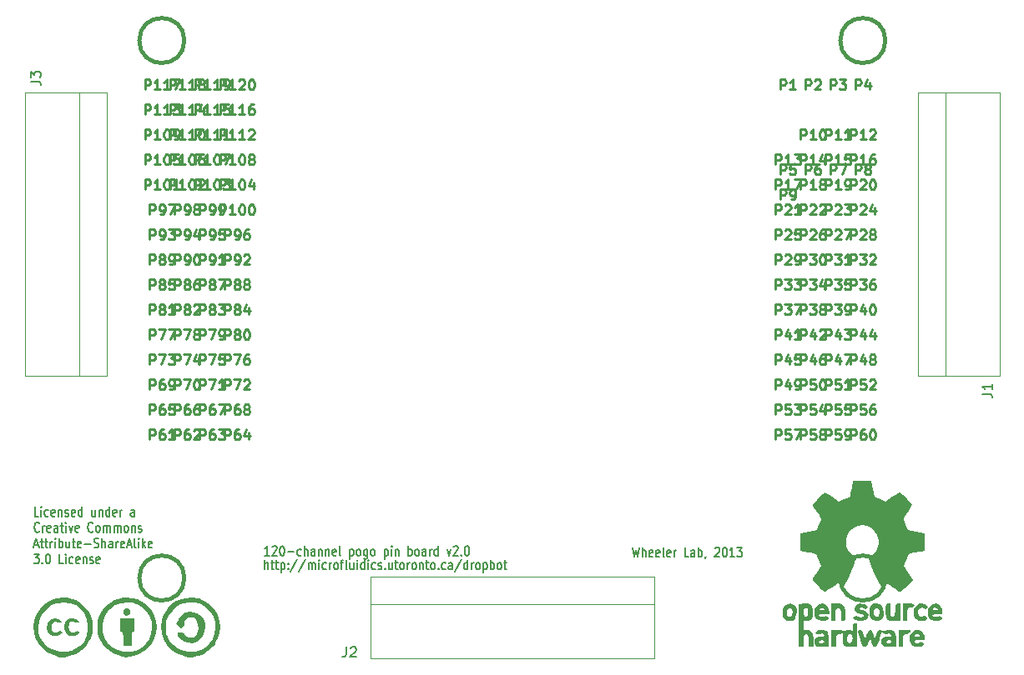
<source format=gto>
G04 (created by PCBNEW (2013-03-31 BZR 4008)-stable) date 11/07/2013 1:56:24 PM*
%MOIN*%
G04 Gerber Fmt 3.4, Leading zero omitted, Abs format*
%FSLAX34Y34*%
G01*
G70*
G90*
G04 APERTURE LIST*
%ADD10C,2.3622e-006*%
%ADD11C,0.00787402*%
%ADD12C,0.015*%
%ADD13C,0.0039*%
%ADD14C,0.0001*%
%ADD15C,0.008*%
%ADD16C,0.01*%
G04 APERTURE END LIST*
G54D10*
G54D11*
X20118Y-35159D02*
X20118Y-34765D01*
X20253Y-35159D02*
X20253Y-34953D01*
X20238Y-34915D01*
X20208Y-34896D01*
X20163Y-34896D01*
X20133Y-34915D01*
X20118Y-34934D01*
X20358Y-34896D02*
X20478Y-34896D01*
X20403Y-34765D02*
X20403Y-35103D01*
X20418Y-35140D01*
X20448Y-35159D01*
X20478Y-35159D01*
X20538Y-34896D02*
X20658Y-34896D01*
X20583Y-34765D02*
X20583Y-35103D01*
X20598Y-35140D01*
X20628Y-35159D01*
X20658Y-35159D01*
X20763Y-34896D02*
X20763Y-35290D01*
X20763Y-34915D02*
X20793Y-34896D01*
X20853Y-34896D01*
X20883Y-34915D01*
X20898Y-34934D01*
X20913Y-34971D01*
X20913Y-35084D01*
X20898Y-35121D01*
X20883Y-35140D01*
X20853Y-35159D01*
X20793Y-35159D01*
X20763Y-35140D01*
X21047Y-35121D02*
X21062Y-35140D01*
X21047Y-35159D01*
X21032Y-35140D01*
X21047Y-35121D01*
X21047Y-35159D01*
X21047Y-34915D02*
X21062Y-34934D01*
X21047Y-34953D01*
X21032Y-34934D01*
X21047Y-34915D01*
X21047Y-34953D01*
X21422Y-34746D02*
X21152Y-35253D01*
X21752Y-34746D02*
X21482Y-35253D01*
X21857Y-35159D02*
X21857Y-34896D01*
X21857Y-34934D02*
X21872Y-34915D01*
X21902Y-34896D01*
X21947Y-34896D01*
X21977Y-34915D01*
X21992Y-34953D01*
X21992Y-35159D01*
X21992Y-34953D02*
X22007Y-34915D01*
X22037Y-34896D01*
X22082Y-34896D01*
X22112Y-34915D01*
X22127Y-34953D01*
X22127Y-35159D01*
X22277Y-35159D02*
X22277Y-34896D01*
X22277Y-34765D02*
X22262Y-34784D01*
X22277Y-34803D01*
X22292Y-34784D01*
X22277Y-34765D01*
X22277Y-34803D01*
X22562Y-35140D02*
X22532Y-35159D01*
X22472Y-35159D01*
X22442Y-35140D01*
X22427Y-35121D01*
X22412Y-35084D01*
X22412Y-34971D01*
X22427Y-34934D01*
X22442Y-34915D01*
X22472Y-34896D01*
X22532Y-34896D01*
X22562Y-34915D01*
X22697Y-35159D02*
X22697Y-34896D01*
X22697Y-34971D02*
X22712Y-34934D01*
X22727Y-34915D01*
X22757Y-34896D01*
X22787Y-34896D01*
X22937Y-35159D02*
X22907Y-35140D01*
X22892Y-35121D01*
X22877Y-35084D01*
X22877Y-34971D01*
X22892Y-34934D01*
X22907Y-34915D01*
X22937Y-34896D01*
X22982Y-34896D01*
X23012Y-34915D01*
X23027Y-34934D01*
X23042Y-34971D01*
X23042Y-35084D01*
X23027Y-35121D01*
X23012Y-35140D01*
X22982Y-35159D01*
X22937Y-35159D01*
X23132Y-34896D02*
X23252Y-34896D01*
X23177Y-35159D02*
X23177Y-34821D01*
X23192Y-34784D01*
X23222Y-34765D01*
X23252Y-34765D01*
X23402Y-35159D02*
X23372Y-35140D01*
X23357Y-35103D01*
X23357Y-34765D01*
X23657Y-34896D02*
X23657Y-35159D01*
X23522Y-34896D02*
X23522Y-35103D01*
X23537Y-35140D01*
X23567Y-35159D01*
X23612Y-35159D01*
X23642Y-35140D01*
X23657Y-35121D01*
X23807Y-35159D02*
X23807Y-34896D01*
X23807Y-34765D02*
X23792Y-34784D01*
X23807Y-34803D01*
X23822Y-34784D01*
X23807Y-34765D01*
X23807Y-34803D01*
X24092Y-35159D02*
X24092Y-34765D01*
X24092Y-35140D02*
X24062Y-35159D01*
X24002Y-35159D01*
X23972Y-35140D01*
X23957Y-35121D01*
X23942Y-35084D01*
X23942Y-34971D01*
X23957Y-34934D01*
X23972Y-34915D01*
X24002Y-34896D01*
X24062Y-34896D01*
X24092Y-34915D01*
X24242Y-35159D02*
X24242Y-34896D01*
X24242Y-34765D02*
X24227Y-34784D01*
X24242Y-34803D01*
X24257Y-34784D01*
X24242Y-34765D01*
X24242Y-34803D01*
X24527Y-35140D02*
X24497Y-35159D01*
X24437Y-35159D01*
X24407Y-35140D01*
X24392Y-35121D01*
X24377Y-35084D01*
X24377Y-34971D01*
X24392Y-34934D01*
X24407Y-34915D01*
X24437Y-34896D01*
X24497Y-34896D01*
X24527Y-34915D01*
X24647Y-35140D02*
X24677Y-35159D01*
X24737Y-35159D01*
X24767Y-35140D01*
X24782Y-35103D01*
X24782Y-35084D01*
X24767Y-35046D01*
X24737Y-35028D01*
X24692Y-35028D01*
X24662Y-35009D01*
X24647Y-34971D01*
X24647Y-34953D01*
X24662Y-34915D01*
X24692Y-34896D01*
X24737Y-34896D01*
X24767Y-34915D01*
X24917Y-35121D02*
X24932Y-35140D01*
X24917Y-35159D01*
X24902Y-35140D01*
X24917Y-35121D01*
X24917Y-35159D01*
X25202Y-34896D02*
X25202Y-35159D01*
X25067Y-34896D02*
X25067Y-35103D01*
X25082Y-35140D01*
X25112Y-35159D01*
X25157Y-35159D01*
X25187Y-35140D01*
X25202Y-35121D01*
X25307Y-34896D02*
X25427Y-34896D01*
X25352Y-34765D02*
X25352Y-35103D01*
X25367Y-35140D01*
X25397Y-35159D01*
X25427Y-35159D01*
X25577Y-35159D02*
X25547Y-35140D01*
X25532Y-35121D01*
X25517Y-35084D01*
X25517Y-34971D01*
X25532Y-34934D01*
X25547Y-34915D01*
X25577Y-34896D01*
X25622Y-34896D01*
X25652Y-34915D01*
X25667Y-34934D01*
X25682Y-34971D01*
X25682Y-35084D01*
X25667Y-35121D01*
X25652Y-35140D01*
X25622Y-35159D01*
X25577Y-35159D01*
X25817Y-35159D02*
X25817Y-34896D01*
X25817Y-34971D02*
X25832Y-34934D01*
X25847Y-34915D01*
X25877Y-34896D01*
X25907Y-34896D01*
X26057Y-35159D02*
X26027Y-35140D01*
X26012Y-35121D01*
X25997Y-35084D01*
X25997Y-34971D01*
X26012Y-34934D01*
X26027Y-34915D01*
X26057Y-34896D01*
X26102Y-34896D01*
X26132Y-34915D01*
X26147Y-34934D01*
X26162Y-34971D01*
X26162Y-35084D01*
X26147Y-35121D01*
X26132Y-35140D01*
X26102Y-35159D01*
X26057Y-35159D01*
X26297Y-34896D02*
X26297Y-35159D01*
X26297Y-34934D02*
X26312Y-34915D01*
X26342Y-34896D01*
X26387Y-34896D01*
X26417Y-34915D01*
X26432Y-34953D01*
X26432Y-35159D01*
X26537Y-34896D02*
X26657Y-34896D01*
X26582Y-34765D02*
X26582Y-35103D01*
X26597Y-35140D01*
X26627Y-35159D01*
X26657Y-35159D01*
X26807Y-35159D02*
X26777Y-35140D01*
X26762Y-35121D01*
X26747Y-35084D01*
X26747Y-34971D01*
X26762Y-34934D01*
X26777Y-34915D01*
X26807Y-34896D01*
X26852Y-34896D01*
X26882Y-34915D01*
X26897Y-34934D01*
X26912Y-34971D01*
X26912Y-35084D01*
X26897Y-35121D01*
X26882Y-35140D01*
X26852Y-35159D01*
X26807Y-35159D01*
X27047Y-35121D02*
X27062Y-35140D01*
X27047Y-35159D01*
X27032Y-35140D01*
X27047Y-35121D01*
X27047Y-35159D01*
X27332Y-35140D02*
X27302Y-35159D01*
X27242Y-35159D01*
X27212Y-35140D01*
X27197Y-35121D01*
X27182Y-35084D01*
X27182Y-34971D01*
X27197Y-34934D01*
X27212Y-34915D01*
X27242Y-34896D01*
X27302Y-34896D01*
X27332Y-34915D01*
X27602Y-35159D02*
X27602Y-34953D01*
X27587Y-34915D01*
X27557Y-34896D01*
X27497Y-34896D01*
X27467Y-34915D01*
X27602Y-35140D02*
X27572Y-35159D01*
X27497Y-35159D01*
X27467Y-35140D01*
X27452Y-35103D01*
X27452Y-35065D01*
X27467Y-35028D01*
X27497Y-35009D01*
X27572Y-35009D01*
X27602Y-34990D01*
X27977Y-34746D02*
X27707Y-35253D01*
X28217Y-35159D02*
X28217Y-34765D01*
X28217Y-35140D02*
X28187Y-35159D01*
X28127Y-35159D01*
X28097Y-35140D01*
X28082Y-35121D01*
X28067Y-35084D01*
X28067Y-34971D01*
X28082Y-34934D01*
X28097Y-34915D01*
X28127Y-34896D01*
X28187Y-34896D01*
X28217Y-34915D01*
X28367Y-35159D02*
X28367Y-34896D01*
X28367Y-34971D02*
X28382Y-34934D01*
X28397Y-34915D01*
X28427Y-34896D01*
X28457Y-34896D01*
X28607Y-35159D02*
X28577Y-35140D01*
X28562Y-35121D01*
X28547Y-35084D01*
X28547Y-34971D01*
X28562Y-34934D01*
X28577Y-34915D01*
X28607Y-34896D01*
X28652Y-34896D01*
X28682Y-34915D01*
X28697Y-34934D01*
X28712Y-34971D01*
X28712Y-35084D01*
X28697Y-35121D01*
X28682Y-35140D01*
X28652Y-35159D01*
X28607Y-35159D01*
X28847Y-34896D02*
X28847Y-35290D01*
X28847Y-34915D02*
X28877Y-34896D01*
X28936Y-34896D01*
X28966Y-34915D01*
X28981Y-34934D01*
X28996Y-34971D01*
X28996Y-35084D01*
X28981Y-35121D01*
X28966Y-35140D01*
X28936Y-35159D01*
X28877Y-35159D01*
X28847Y-35140D01*
X29131Y-35159D02*
X29131Y-34765D01*
X29131Y-34915D02*
X29161Y-34896D01*
X29221Y-34896D01*
X29251Y-34915D01*
X29266Y-34934D01*
X29281Y-34971D01*
X29281Y-35084D01*
X29266Y-35121D01*
X29251Y-35140D01*
X29221Y-35159D01*
X29161Y-35159D01*
X29131Y-35140D01*
X29461Y-35159D02*
X29431Y-35140D01*
X29416Y-35121D01*
X29401Y-35084D01*
X29401Y-34971D01*
X29416Y-34934D01*
X29431Y-34915D01*
X29461Y-34896D01*
X29506Y-34896D01*
X29536Y-34915D01*
X29551Y-34934D01*
X29566Y-34971D01*
X29566Y-35084D01*
X29551Y-35121D01*
X29536Y-35140D01*
X29506Y-35159D01*
X29461Y-35159D01*
X29656Y-34896D02*
X29776Y-34896D01*
X29701Y-34765D02*
X29701Y-35103D01*
X29716Y-35140D01*
X29746Y-35159D01*
X29776Y-35159D01*
X11074Y-33034D02*
X10924Y-33034D01*
X10924Y-32640D01*
X11179Y-33034D02*
X11179Y-32771D01*
X11179Y-32640D02*
X11164Y-32659D01*
X11179Y-32678D01*
X11194Y-32659D01*
X11179Y-32640D01*
X11179Y-32678D01*
X11464Y-33015D02*
X11434Y-33034D01*
X11374Y-33034D01*
X11344Y-33015D01*
X11329Y-32996D01*
X11314Y-32959D01*
X11314Y-32846D01*
X11329Y-32809D01*
X11344Y-32790D01*
X11374Y-32771D01*
X11434Y-32771D01*
X11464Y-32790D01*
X11719Y-33015D02*
X11689Y-33034D01*
X11629Y-33034D01*
X11599Y-33015D01*
X11584Y-32978D01*
X11584Y-32828D01*
X11599Y-32790D01*
X11629Y-32771D01*
X11689Y-32771D01*
X11719Y-32790D01*
X11734Y-32828D01*
X11734Y-32865D01*
X11584Y-32903D01*
X11869Y-32771D02*
X11869Y-33034D01*
X11869Y-32809D02*
X11884Y-32790D01*
X11914Y-32771D01*
X11959Y-32771D01*
X11989Y-32790D01*
X12004Y-32828D01*
X12004Y-33034D01*
X12139Y-33015D02*
X12169Y-33034D01*
X12229Y-33034D01*
X12259Y-33015D01*
X12274Y-32978D01*
X12274Y-32959D01*
X12259Y-32921D01*
X12229Y-32903D01*
X12184Y-32903D01*
X12154Y-32884D01*
X12139Y-32846D01*
X12139Y-32828D01*
X12154Y-32790D01*
X12184Y-32771D01*
X12229Y-32771D01*
X12259Y-32790D01*
X12529Y-33015D02*
X12499Y-33034D01*
X12439Y-33034D01*
X12409Y-33015D01*
X12394Y-32978D01*
X12394Y-32828D01*
X12409Y-32790D01*
X12439Y-32771D01*
X12499Y-32771D01*
X12529Y-32790D01*
X12544Y-32828D01*
X12544Y-32865D01*
X12394Y-32903D01*
X12814Y-33034D02*
X12814Y-32640D01*
X12814Y-33015D02*
X12784Y-33034D01*
X12724Y-33034D01*
X12694Y-33015D01*
X12679Y-32996D01*
X12664Y-32959D01*
X12664Y-32846D01*
X12679Y-32809D01*
X12694Y-32790D01*
X12724Y-32771D01*
X12784Y-32771D01*
X12814Y-32790D01*
X13339Y-32771D02*
X13339Y-33034D01*
X13204Y-32771D02*
X13204Y-32978D01*
X13219Y-33015D01*
X13249Y-33034D01*
X13294Y-33034D01*
X13324Y-33015D01*
X13339Y-32996D01*
X13489Y-32771D02*
X13489Y-33034D01*
X13489Y-32809D02*
X13504Y-32790D01*
X13534Y-32771D01*
X13579Y-32771D01*
X13609Y-32790D01*
X13624Y-32828D01*
X13624Y-33034D01*
X13909Y-33034D02*
X13909Y-32640D01*
X13909Y-33015D02*
X13879Y-33034D01*
X13819Y-33034D01*
X13789Y-33015D01*
X13774Y-32996D01*
X13759Y-32959D01*
X13759Y-32846D01*
X13774Y-32809D01*
X13789Y-32790D01*
X13819Y-32771D01*
X13879Y-32771D01*
X13909Y-32790D01*
X14179Y-33015D02*
X14149Y-33034D01*
X14089Y-33034D01*
X14059Y-33015D01*
X14044Y-32978D01*
X14044Y-32828D01*
X14059Y-32790D01*
X14089Y-32771D01*
X14149Y-32771D01*
X14179Y-32790D01*
X14194Y-32828D01*
X14194Y-32865D01*
X14044Y-32903D01*
X14329Y-33034D02*
X14329Y-32771D01*
X14329Y-32846D02*
X14344Y-32809D01*
X14359Y-32790D01*
X14389Y-32771D01*
X14419Y-32771D01*
X14899Y-33034D02*
X14899Y-32828D01*
X14884Y-32790D01*
X14854Y-32771D01*
X14794Y-32771D01*
X14764Y-32790D01*
X14899Y-33015D02*
X14869Y-33034D01*
X14794Y-33034D01*
X14764Y-33015D01*
X14749Y-32978D01*
X14749Y-32940D01*
X14764Y-32903D01*
X14794Y-32884D01*
X14869Y-32884D01*
X14899Y-32865D01*
X11104Y-33626D02*
X11089Y-33645D01*
X11044Y-33664D01*
X11014Y-33664D01*
X10969Y-33645D01*
X10939Y-33608D01*
X10924Y-33570D01*
X10909Y-33495D01*
X10909Y-33439D01*
X10924Y-33364D01*
X10939Y-33326D01*
X10969Y-33289D01*
X11014Y-33270D01*
X11044Y-33270D01*
X11089Y-33289D01*
X11104Y-33308D01*
X11239Y-33664D02*
X11239Y-33401D01*
X11239Y-33476D02*
X11254Y-33439D01*
X11269Y-33420D01*
X11299Y-33401D01*
X11329Y-33401D01*
X11554Y-33645D02*
X11524Y-33664D01*
X11464Y-33664D01*
X11434Y-33645D01*
X11419Y-33608D01*
X11419Y-33458D01*
X11434Y-33420D01*
X11464Y-33401D01*
X11524Y-33401D01*
X11554Y-33420D01*
X11569Y-33458D01*
X11569Y-33495D01*
X11419Y-33533D01*
X11839Y-33664D02*
X11839Y-33458D01*
X11824Y-33420D01*
X11794Y-33401D01*
X11734Y-33401D01*
X11704Y-33420D01*
X11839Y-33645D02*
X11809Y-33664D01*
X11734Y-33664D01*
X11704Y-33645D01*
X11689Y-33608D01*
X11689Y-33570D01*
X11704Y-33533D01*
X11734Y-33514D01*
X11809Y-33514D01*
X11839Y-33495D01*
X11944Y-33401D02*
X12064Y-33401D01*
X11989Y-33270D02*
X11989Y-33608D01*
X12004Y-33645D01*
X12034Y-33664D01*
X12064Y-33664D01*
X12169Y-33664D02*
X12169Y-33401D01*
X12169Y-33270D02*
X12154Y-33289D01*
X12169Y-33308D01*
X12184Y-33289D01*
X12169Y-33270D01*
X12169Y-33308D01*
X12289Y-33401D02*
X12364Y-33664D01*
X12439Y-33401D01*
X12679Y-33645D02*
X12649Y-33664D01*
X12589Y-33664D01*
X12559Y-33645D01*
X12544Y-33608D01*
X12544Y-33458D01*
X12559Y-33420D01*
X12589Y-33401D01*
X12649Y-33401D01*
X12679Y-33420D01*
X12694Y-33458D01*
X12694Y-33495D01*
X12544Y-33533D01*
X13249Y-33626D02*
X13234Y-33645D01*
X13189Y-33664D01*
X13159Y-33664D01*
X13114Y-33645D01*
X13084Y-33608D01*
X13069Y-33570D01*
X13054Y-33495D01*
X13054Y-33439D01*
X13069Y-33364D01*
X13084Y-33326D01*
X13114Y-33289D01*
X13159Y-33270D01*
X13189Y-33270D01*
X13234Y-33289D01*
X13249Y-33308D01*
X13429Y-33664D02*
X13399Y-33645D01*
X13384Y-33626D01*
X13369Y-33589D01*
X13369Y-33476D01*
X13384Y-33439D01*
X13399Y-33420D01*
X13429Y-33401D01*
X13474Y-33401D01*
X13504Y-33420D01*
X13519Y-33439D01*
X13534Y-33476D01*
X13534Y-33589D01*
X13519Y-33626D01*
X13504Y-33645D01*
X13474Y-33664D01*
X13429Y-33664D01*
X13669Y-33664D02*
X13669Y-33401D01*
X13669Y-33439D02*
X13684Y-33420D01*
X13714Y-33401D01*
X13759Y-33401D01*
X13789Y-33420D01*
X13804Y-33458D01*
X13804Y-33664D01*
X13804Y-33458D02*
X13819Y-33420D01*
X13849Y-33401D01*
X13894Y-33401D01*
X13924Y-33420D01*
X13939Y-33458D01*
X13939Y-33664D01*
X14089Y-33664D02*
X14089Y-33401D01*
X14089Y-33439D02*
X14104Y-33420D01*
X14134Y-33401D01*
X14179Y-33401D01*
X14209Y-33420D01*
X14224Y-33458D01*
X14224Y-33664D01*
X14224Y-33458D02*
X14239Y-33420D01*
X14269Y-33401D01*
X14314Y-33401D01*
X14344Y-33420D01*
X14359Y-33458D01*
X14359Y-33664D01*
X14554Y-33664D02*
X14524Y-33645D01*
X14509Y-33626D01*
X14494Y-33589D01*
X14494Y-33476D01*
X14509Y-33439D01*
X14524Y-33420D01*
X14554Y-33401D01*
X14599Y-33401D01*
X14629Y-33420D01*
X14644Y-33439D01*
X14659Y-33476D01*
X14659Y-33589D01*
X14644Y-33626D01*
X14629Y-33645D01*
X14599Y-33664D01*
X14554Y-33664D01*
X14794Y-33401D02*
X14794Y-33664D01*
X14794Y-33439D02*
X14809Y-33420D01*
X14839Y-33401D01*
X14884Y-33401D01*
X14914Y-33420D01*
X14929Y-33458D01*
X14929Y-33664D01*
X15064Y-33645D02*
X15094Y-33664D01*
X15154Y-33664D01*
X15184Y-33645D01*
X15199Y-33608D01*
X15199Y-33589D01*
X15184Y-33551D01*
X15154Y-33533D01*
X15109Y-33533D01*
X15079Y-33514D01*
X15064Y-33476D01*
X15064Y-33458D01*
X15079Y-33420D01*
X15109Y-33401D01*
X15154Y-33401D01*
X15184Y-33420D01*
X10909Y-34181D02*
X11059Y-34181D01*
X10879Y-34294D02*
X10984Y-33900D01*
X11089Y-34294D01*
X11149Y-34031D02*
X11269Y-34031D01*
X11194Y-33900D02*
X11194Y-34237D01*
X11209Y-34275D01*
X11239Y-34294D01*
X11269Y-34294D01*
X11329Y-34031D02*
X11449Y-34031D01*
X11374Y-33900D02*
X11374Y-34237D01*
X11389Y-34275D01*
X11419Y-34294D01*
X11449Y-34294D01*
X11554Y-34294D02*
X11554Y-34031D01*
X11554Y-34106D02*
X11569Y-34069D01*
X11584Y-34050D01*
X11614Y-34031D01*
X11644Y-34031D01*
X11749Y-34294D02*
X11749Y-34031D01*
X11749Y-33900D02*
X11734Y-33919D01*
X11749Y-33937D01*
X11764Y-33919D01*
X11749Y-33900D01*
X11749Y-33937D01*
X11899Y-34294D02*
X11899Y-33900D01*
X11899Y-34050D02*
X11929Y-34031D01*
X11989Y-34031D01*
X12019Y-34050D01*
X12034Y-34069D01*
X12049Y-34106D01*
X12049Y-34219D01*
X12034Y-34256D01*
X12019Y-34275D01*
X11989Y-34294D01*
X11929Y-34294D01*
X11899Y-34275D01*
X12319Y-34031D02*
X12319Y-34294D01*
X12184Y-34031D02*
X12184Y-34237D01*
X12199Y-34275D01*
X12229Y-34294D01*
X12274Y-34294D01*
X12304Y-34275D01*
X12319Y-34256D01*
X12424Y-34031D02*
X12544Y-34031D01*
X12469Y-33900D02*
X12469Y-34237D01*
X12484Y-34275D01*
X12514Y-34294D01*
X12544Y-34294D01*
X12769Y-34275D02*
X12739Y-34294D01*
X12679Y-34294D01*
X12649Y-34275D01*
X12634Y-34237D01*
X12634Y-34087D01*
X12649Y-34050D01*
X12679Y-34031D01*
X12739Y-34031D01*
X12769Y-34050D01*
X12784Y-34087D01*
X12784Y-34125D01*
X12634Y-34162D01*
X12919Y-34144D02*
X13159Y-34144D01*
X13294Y-34275D02*
X13339Y-34294D01*
X13414Y-34294D01*
X13444Y-34275D01*
X13459Y-34256D01*
X13474Y-34219D01*
X13474Y-34181D01*
X13459Y-34144D01*
X13444Y-34125D01*
X13414Y-34106D01*
X13354Y-34087D01*
X13324Y-34069D01*
X13309Y-34050D01*
X13294Y-34012D01*
X13294Y-33975D01*
X13309Y-33937D01*
X13324Y-33919D01*
X13354Y-33900D01*
X13429Y-33900D01*
X13474Y-33919D01*
X13609Y-34294D02*
X13609Y-33900D01*
X13744Y-34294D02*
X13744Y-34087D01*
X13729Y-34050D01*
X13699Y-34031D01*
X13654Y-34031D01*
X13624Y-34050D01*
X13609Y-34069D01*
X14029Y-34294D02*
X14029Y-34087D01*
X14014Y-34050D01*
X13984Y-34031D01*
X13924Y-34031D01*
X13894Y-34050D01*
X14029Y-34275D02*
X13999Y-34294D01*
X13924Y-34294D01*
X13894Y-34275D01*
X13879Y-34237D01*
X13879Y-34200D01*
X13894Y-34162D01*
X13924Y-34144D01*
X13999Y-34144D01*
X14029Y-34125D01*
X14179Y-34294D02*
X14179Y-34031D01*
X14179Y-34106D02*
X14194Y-34069D01*
X14209Y-34050D01*
X14239Y-34031D01*
X14269Y-34031D01*
X14494Y-34275D02*
X14464Y-34294D01*
X14404Y-34294D01*
X14374Y-34275D01*
X14359Y-34237D01*
X14359Y-34087D01*
X14374Y-34050D01*
X14404Y-34031D01*
X14464Y-34031D01*
X14494Y-34050D01*
X14509Y-34087D01*
X14509Y-34125D01*
X14359Y-34162D01*
X14629Y-34181D02*
X14779Y-34181D01*
X14599Y-34294D02*
X14704Y-33900D01*
X14809Y-34294D01*
X14959Y-34294D02*
X14929Y-34275D01*
X14914Y-34237D01*
X14914Y-33900D01*
X15079Y-34294D02*
X15079Y-34031D01*
X15079Y-33900D02*
X15064Y-33919D01*
X15079Y-33937D01*
X15094Y-33919D01*
X15079Y-33900D01*
X15079Y-33937D01*
X15229Y-34294D02*
X15229Y-33900D01*
X15259Y-34144D02*
X15349Y-34294D01*
X15349Y-34031D02*
X15229Y-34181D01*
X15604Y-34275D02*
X15574Y-34294D01*
X15514Y-34294D01*
X15484Y-34275D01*
X15469Y-34237D01*
X15469Y-34087D01*
X15484Y-34050D01*
X15514Y-34031D01*
X15574Y-34031D01*
X15604Y-34050D01*
X15619Y-34087D01*
X15619Y-34125D01*
X15469Y-34162D01*
X10894Y-34530D02*
X11089Y-34530D01*
X10984Y-34680D01*
X11029Y-34680D01*
X11059Y-34699D01*
X11074Y-34717D01*
X11089Y-34755D01*
X11089Y-34849D01*
X11074Y-34886D01*
X11059Y-34905D01*
X11029Y-34924D01*
X10939Y-34924D01*
X10909Y-34905D01*
X10894Y-34886D01*
X11224Y-34886D02*
X11239Y-34905D01*
X11224Y-34924D01*
X11209Y-34905D01*
X11224Y-34886D01*
X11224Y-34924D01*
X11434Y-34530D02*
X11464Y-34530D01*
X11494Y-34549D01*
X11509Y-34567D01*
X11524Y-34605D01*
X11539Y-34680D01*
X11539Y-34774D01*
X11524Y-34849D01*
X11509Y-34886D01*
X11494Y-34905D01*
X11464Y-34924D01*
X11434Y-34924D01*
X11404Y-34905D01*
X11389Y-34886D01*
X11374Y-34849D01*
X11359Y-34774D01*
X11359Y-34680D01*
X11374Y-34605D01*
X11389Y-34567D01*
X11404Y-34549D01*
X11434Y-34530D01*
X12064Y-34924D02*
X11914Y-34924D01*
X11914Y-34530D01*
X12169Y-34924D02*
X12169Y-34661D01*
X12169Y-34530D02*
X12154Y-34549D01*
X12169Y-34567D01*
X12184Y-34549D01*
X12169Y-34530D01*
X12169Y-34567D01*
X12454Y-34905D02*
X12424Y-34924D01*
X12364Y-34924D01*
X12334Y-34905D01*
X12319Y-34886D01*
X12304Y-34849D01*
X12304Y-34736D01*
X12319Y-34699D01*
X12334Y-34680D01*
X12364Y-34661D01*
X12424Y-34661D01*
X12454Y-34680D01*
X12709Y-34905D02*
X12679Y-34924D01*
X12619Y-34924D01*
X12589Y-34905D01*
X12574Y-34867D01*
X12574Y-34717D01*
X12589Y-34680D01*
X12619Y-34661D01*
X12679Y-34661D01*
X12709Y-34680D01*
X12724Y-34717D01*
X12724Y-34755D01*
X12574Y-34792D01*
X12859Y-34661D02*
X12859Y-34924D01*
X12859Y-34699D02*
X12874Y-34680D01*
X12904Y-34661D01*
X12949Y-34661D01*
X12979Y-34680D01*
X12994Y-34717D01*
X12994Y-34924D01*
X13129Y-34905D02*
X13159Y-34924D01*
X13219Y-34924D01*
X13249Y-34905D01*
X13264Y-34867D01*
X13264Y-34849D01*
X13249Y-34811D01*
X13219Y-34792D01*
X13174Y-34792D01*
X13144Y-34774D01*
X13129Y-34736D01*
X13129Y-34717D01*
X13144Y-34680D01*
X13174Y-34661D01*
X13219Y-34661D01*
X13249Y-34680D01*
X13519Y-34905D02*
X13489Y-34924D01*
X13429Y-34924D01*
X13399Y-34905D01*
X13384Y-34867D01*
X13384Y-34717D01*
X13399Y-34680D01*
X13429Y-34661D01*
X13489Y-34661D01*
X13519Y-34680D01*
X13534Y-34717D01*
X13534Y-34755D01*
X13384Y-34792D01*
X34810Y-34265D02*
X34885Y-34659D01*
X34945Y-34378D01*
X35005Y-34659D01*
X35080Y-34265D01*
X35200Y-34659D02*
X35200Y-34265D01*
X35335Y-34659D02*
X35335Y-34453D01*
X35320Y-34415D01*
X35290Y-34396D01*
X35245Y-34396D01*
X35215Y-34415D01*
X35200Y-34434D01*
X35605Y-34640D02*
X35575Y-34659D01*
X35515Y-34659D01*
X35485Y-34640D01*
X35470Y-34603D01*
X35470Y-34453D01*
X35485Y-34415D01*
X35515Y-34396D01*
X35575Y-34396D01*
X35605Y-34415D01*
X35620Y-34453D01*
X35620Y-34490D01*
X35470Y-34528D01*
X35875Y-34640D02*
X35845Y-34659D01*
X35785Y-34659D01*
X35755Y-34640D01*
X35740Y-34603D01*
X35740Y-34453D01*
X35755Y-34415D01*
X35785Y-34396D01*
X35845Y-34396D01*
X35875Y-34415D01*
X35890Y-34453D01*
X35890Y-34490D01*
X35740Y-34528D01*
X36070Y-34659D02*
X36040Y-34640D01*
X36025Y-34603D01*
X36025Y-34265D01*
X36310Y-34640D02*
X36280Y-34659D01*
X36220Y-34659D01*
X36190Y-34640D01*
X36175Y-34603D01*
X36175Y-34453D01*
X36190Y-34415D01*
X36220Y-34396D01*
X36280Y-34396D01*
X36310Y-34415D01*
X36325Y-34453D01*
X36325Y-34490D01*
X36175Y-34528D01*
X36460Y-34659D02*
X36460Y-34396D01*
X36460Y-34471D02*
X36475Y-34434D01*
X36490Y-34415D01*
X36520Y-34396D01*
X36550Y-34396D01*
X37044Y-34659D02*
X36895Y-34659D01*
X36895Y-34265D01*
X37284Y-34659D02*
X37284Y-34453D01*
X37269Y-34415D01*
X37239Y-34396D01*
X37179Y-34396D01*
X37149Y-34415D01*
X37284Y-34640D02*
X37254Y-34659D01*
X37179Y-34659D01*
X37149Y-34640D01*
X37134Y-34603D01*
X37134Y-34565D01*
X37149Y-34528D01*
X37179Y-34509D01*
X37254Y-34509D01*
X37284Y-34490D01*
X37434Y-34659D02*
X37434Y-34265D01*
X37434Y-34415D02*
X37464Y-34396D01*
X37524Y-34396D01*
X37554Y-34415D01*
X37569Y-34434D01*
X37584Y-34471D01*
X37584Y-34584D01*
X37569Y-34621D01*
X37554Y-34640D01*
X37524Y-34659D01*
X37464Y-34659D01*
X37434Y-34640D01*
X37734Y-34640D02*
X37734Y-34659D01*
X37719Y-34696D01*
X37704Y-34715D01*
X38094Y-34303D02*
X38109Y-34284D01*
X38139Y-34265D01*
X38214Y-34265D01*
X38244Y-34284D01*
X38259Y-34303D01*
X38274Y-34340D01*
X38274Y-34378D01*
X38259Y-34434D01*
X38079Y-34659D01*
X38274Y-34659D01*
X38469Y-34265D02*
X38499Y-34265D01*
X38529Y-34284D01*
X38544Y-34303D01*
X38559Y-34340D01*
X38574Y-34415D01*
X38574Y-34509D01*
X38559Y-34584D01*
X38544Y-34621D01*
X38529Y-34640D01*
X38499Y-34659D01*
X38469Y-34659D01*
X38439Y-34640D01*
X38424Y-34621D01*
X38409Y-34584D01*
X38394Y-34509D01*
X38394Y-34415D01*
X38409Y-34340D01*
X38424Y-34303D01*
X38439Y-34284D01*
X38469Y-34265D01*
X38874Y-34659D02*
X38694Y-34659D01*
X38784Y-34659D02*
X38784Y-34265D01*
X38754Y-34321D01*
X38724Y-34359D01*
X38694Y-34378D01*
X38979Y-34265D02*
X39174Y-34265D01*
X39069Y-34415D01*
X39114Y-34415D01*
X39144Y-34434D01*
X39159Y-34453D01*
X39174Y-34490D01*
X39174Y-34584D01*
X39159Y-34621D01*
X39144Y-34640D01*
X39114Y-34659D01*
X39024Y-34659D01*
X38994Y-34640D01*
X38979Y-34621D01*
X20300Y-34609D02*
X20120Y-34609D01*
X20210Y-34609D02*
X20210Y-34215D01*
X20180Y-34271D01*
X20150Y-34309D01*
X20120Y-34328D01*
X20420Y-34253D02*
X20435Y-34234D01*
X20465Y-34215D01*
X20540Y-34215D01*
X20570Y-34234D01*
X20585Y-34253D01*
X20600Y-34290D01*
X20600Y-34328D01*
X20585Y-34384D01*
X20405Y-34609D01*
X20600Y-34609D01*
X20795Y-34215D02*
X20825Y-34215D01*
X20855Y-34234D01*
X20870Y-34253D01*
X20885Y-34290D01*
X20900Y-34365D01*
X20900Y-34459D01*
X20885Y-34534D01*
X20870Y-34571D01*
X20855Y-34590D01*
X20825Y-34609D01*
X20795Y-34609D01*
X20765Y-34590D01*
X20750Y-34571D01*
X20735Y-34534D01*
X20720Y-34459D01*
X20720Y-34365D01*
X20735Y-34290D01*
X20750Y-34253D01*
X20765Y-34234D01*
X20795Y-34215D01*
X21035Y-34459D02*
X21275Y-34459D01*
X21560Y-34590D02*
X21530Y-34609D01*
X21470Y-34609D01*
X21440Y-34590D01*
X21425Y-34571D01*
X21410Y-34534D01*
X21410Y-34421D01*
X21425Y-34384D01*
X21440Y-34365D01*
X21470Y-34346D01*
X21530Y-34346D01*
X21560Y-34365D01*
X21695Y-34609D02*
X21695Y-34215D01*
X21830Y-34609D02*
X21830Y-34403D01*
X21815Y-34365D01*
X21785Y-34346D01*
X21740Y-34346D01*
X21710Y-34365D01*
X21695Y-34384D01*
X22115Y-34609D02*
X22115Y-34403D01*
X22100Y-34365D01*
X22070Y-34346D01*
X22010Y-34346D01*
X21980Y-34365D01*
X22115Y-34590D02*
X22085Y-34609D01*
X22010Y-34609D01*
X21980Y-34590D01*
X21965Y-34553D01*
X21965Y-34515D01*
X21980Y-34478D01*
X22010Y-34459D01*
X22085Y-34459D01*
X22115Y-34440D01*
X22265Y-34346D02*
X22265Y-34609D01*
X22265Y-34384D02*
X22280Y-34365D01*
X22310Y-34346D01*
X22355Y-34346D01*
X22385Y-34365D01*
X22400Y-34403D01*
X22400Y-34609D01*
X22550Y-34346D02*
X22550Y-34609D01*
X22550Y-34384D02*
X22565Y-34365D01*
X22595Y-34346D01*
X22640Y-34346D01*
X22670Y-34365D01*
X22685Y-34403D01*
X22685Y-34609D01*
X22955Y-34590D02*
X22925Y-34609D01*
X22865Y-34609D01*
X22835Y-34590D01*
X22820Y-34553D01*
X22820Y-34403D01*
X22835Y-34365D01*
X22865Y-34346D01*
X22925Y-34346D01*
X22955Y-34365D01*
X22970Y-34403D01*
X22970Y-34440D01*
X22820Y-34478D01*
X23150Y-34609D02*
X23120Y-34590D01*
X23105Y-34553D01*
X23105Y-34215D01*
X23510Y-34346D02*
X23510Y-34740D01*
X23510Y-34365D02*
X23540Y-34346D01*
X23600Y-34346D01*
X23630Y-34365D01*
X23645Y-34384D01*
X23660Y-34421D01*
X23660Y-34534D01*
X23645Y-34571D01*
X23630Y-34590D01*
X23600Y-34609D01*
X23540Y-34609D01*
X23510Y-34590D01*
X23840Y-34609D02*
X23810Y-34590D01*
X23795Y-34571D01*
X23780Y-34534D01*
X23780Y-34421D01*
X23795Y-34384D01*
X23810Y-34365D01*
X23840Y-34346D01*
X23885Y-34346D01*
X23915Y-34365D01*
X23930Y-34384D01*
X23945Y-34421D01*
X23945Y-34534D01*
X23930Y-34571D01*
X23915Y-34590D01*
X23885Y-34609D01*
X23840Y-34609D01*
X24214Y-34346D02*
X24214Y-34665D01*
X24200Y-34703D01*
X24185Y-34721D01*
X24155Y-34740D01*
X24110Y-34740D01*
X24080Y-34721D01*
X24214Y-34590D02*
X24185Y-34609D01*
X24125Y-34609D01*
X24095Y-34590D01*
X24080Y-34571D01*
X24065Y-34534D01*
X24065Y-34421D01*
X24080Y-34384D01*
X24095Y-34365D01*
X24125Y-34346D01*
X24185Y-34346D01*
X24214Y-34365D01*
X24409Y-34609D02*
X24379Y-34590D01*
X24364Y-34571D01*
X24349Y-34534D01*
X24349Y-34421D01*
X24364Y-34384D01*
X24379Y-34365D01*
X24409Y-34346D01*
X24454Y-34346D01*
X24484Y-34365D01*
X24499Y-34384D01*
X24514Y-34421D01*
X24514Y-34534D01*
X24499Y-34571D01*
X24484Y-34590D01*
X24454Y-34609D01*
X24409Y-34609D01*
X24889Y-34346D02*
X24889Y-34740D01*
X24889Y-34365D02*
X24919Y-34346D01*
X24979Y-34346D01*
X25009Y-34365D01*
X25024Y-34384D01*
X25039Y-34421D01*
X25039Y-34534D01*
X25024Y-34571D01*
X25009Y-34590D01*
X24979Y-34609D01*
X24919Y-34609D01*
X24889Y-34590D01*
X25174Y-34609D02*
X25174Y-34346D01*
X25174Y-34215D02*
X25159Y-34234D01*
X25174Y-34253D01*
X25189Y-34234D01*
X25174Y-34215D01*
X25174Y-34253D01*
X25324Y-34346D02*
X25324Y-34609D01*
X25324Y-34384D02*
X25339Y-34365D01*
X25369Y-34346D01*
X25414Y-34346D01*
X25444Y-34365D01*
X25459Y-34403D01*
X25459Y-34609D01*
X25849Y-34609D02*
X25849Y-34215D01*
X25849Y-34365D02*
X25879Y-34346D01*
X25939Y-34346D01*
X25969Y-34365D01*
X25984Y-34384D01*
X25999Y-34421D01*
X25999Y-34534D01*
X25984Y-34571D01*
X25969Y-34590D01*
X25939Y-34609D01*
X25879Y-34609D01*
X25849Y-34590D01*
X26179Y-34609D02*
X26149Y-34590D01*
X26134Y-34571D01*
X26119Y-34534D01*
X26119Y-34421D01*
X26134Y-34384D01*
X26149Y-34365D01*
X26179Y-34346D01*
X26224Y-34346D01*
X26254Y-34365D01*
X26269Y-34384D01*
X26284Y-34421D01*
X26284Y-34534D01*
X26269Y-34571D01*
X26254Y-34590D01*
X26224Y-34609D01*
X26179Y-34609D01*
X26554Y-34609D02*
X26554Y-34403D01*
X26539Y-34365D01*
X26509Y-34346D01*
X26449Y-34346D01*
X26419Y-34365D01*
X26554Y-34590D02*
X26524Y-34609D01*
X26449Y-34609D01*
X26419Y-34590D01*
X26404Y-34553D01*
X26404Y-34515D01*
X26419Y-34478D01*
X26449Y-34459D01*
X26524Y-34459D01*
X26554Y-34440D01*
X26704Y-34609D02*
X26704Y-34346D01*
X26704Y-34421D02*
X26719Y-34384D01*
X26734Y-34365D01*
X26764Y-34346D01*
X26794Y-34346D01*
X27034Y-34609D02*
X27034Y-34215D01*
X27034Y-34590D02*
X27004Y-34609D01*
X26944Y-34609D01*
X26914Y-34590D01*
X26899Y-34571D01*
X26884Y-34534D01*
X26884Y-34421D01*
X26899Y-34384D01*
X26914Y-34365D01*
X26944Y-34346D01*
X27004Y-34346D01*
X27034Y-34365D01*
X27394Y-34346D02*
X27469Y-34609D01*
X27544Y-34346D01*
X27649Y-34253D02*
X27664Y-34234D01*
X27694Y-34215D01*
X27769Y-34215D01*
X27799Y-34234D01*
X27814Y-34253D01*
X27829Y-34290D01*
X27829Y-34328D01*
X27814Y-34384D01*
X27634Y-34609D01*
X27829Y-34609D01*
X27964Y-34571D02*
X27979Y-34590D01*
X27964Y-34609D01*
X27949Y-34590D01*
X27964Y-34571D01*
X27964Y-34609D01*
X28174Y-34215D02*
X28204Y-34215D01*
X28234Y-34234D01*
X28249Y-34253D01*
X28264Y-34290D01*
X28279Y-34365D01*
X28279Y-34459D01*
X28264Y-34534D01*
X28249Y-34571D01*
X28234Y-34590D01*
X28204Y-34609D01*
X28174Y-34609D01*
X28144Y-34590D01*
X28129Y-34571D01*
X28114Y-34534D01*
X28099Y-34459D01*
X28099Y-34365D01*
X28114Y-34290D01*
X28129Y-34253D01*
X28144Y-34234D01*
X28174Y-34215D01*
G54D12*
X16900Y-35500D02*
G75*
G03X16900Y-35500I-900J0D01*
G74*
G01*
X44900Y-35500D02*
G75*
G03X44900Y-35500I-900J0D01*
G74*
G01*
X16900Y-14000D02*
G75*
G03X16900Y-14000I-900J0D01*
G74*
G01*
X44900Y-14000D02*
G75*
G03X44900Y-14000I-900J0D01*
G74*
G01*
G54D13*
X10533Y-16081D02*
X10533Y-27419D01*
X13801Y-16081D02*
X10533Y-16081D01*
X13801Y-27419D02*
X10533Y-27419D01*
X12699Y-16081D02*
X12699Y-27419D01*
X13801Y-27419D02*
X13801Y-16081D01*
X49467Y-27419D02*
X49467Y-16081D01*
X46199Y-27419D02*
X49467Y-27419D01*
X46199Y-16081D02*
X49467Y-16081D01*
X47301Y-27419D02*
X47301Y-16081D01*
X46199Y-16081D02*
X46199Y-27419D01*
X24331Y-38717D02*
X35669Y-38717D01*
X24331Y-35449D02*
X24331Y-38717D01*
X35669Y-35449D02*
X35669Y-38717D01*
X24331Y-36551D02*
X35669Y-36551D01*
X35669Y-35449D02*
X24331Y-35449D01*
G54D14*
G36*
X13243Y-37467D02*
X13224Y-37705D01*
X13165Y-37917D01*
X13153Y-37945D01*
X13051Y-38113D01*
X13051Y-37395D01*
X13004Y-37142D01*
X12904Y-36920D01*
X12756Y-36736D01*
X12567Y-36596D01*
X12345Y-36507D01*
X12095Y-36475D01*
X12089Y-36475D01*
X11822Y-36504D01*
X11588Y-36590D01*
X11389Y-36731D01*
X11229Y-36926D01*
X11168Y-37034D01*
X11097Y-37240D01*
X11070Y-37463D01*
X11088Y-37680D01*
X11152Y-37870D01*
X11154Y-37875D01*
X11303Y-38097D01*
X11487Y-38269D01*
X11698Y-38388D01*
X11929Y-38452D01*
X12170Y-38456D01*
X12414Y-38399D01*
X12515Y-38356D01*
X12727Y-38218D01*
X12889Y-38038D01*
X12997Y-37822D01*
X13049Y-37576D01*
X13051Y-37395D01*
X13051Y-38113D01*
X13005Y-38189D01*
X12809Y-38386D01*
X12568Y-38536D01*
X12313Y-38628D01*
X12135Y-38664D01*
X11977Y-38665D01*
X11805Y-38631D01*
X11792Y-38627D01*
X11599Y-38559D01*
X11432Y-38464D01*
X11264Y-38326D01*
X11250Y-38313D01*
X11075Y-38112D01*
X10953Y-37878D01*
X10892Y-37682D01*
X10868Y-37438D01*
X10903Y-37192D01*
X10993Y-36956D01*
X11133Y-36739D01*
X11316Y-36553D01*
X11538Y-36407D01*
X11550Y-36401D01*
X11667Y-36347D01*
X11762Y-36314D01*
X11861Y-36298D01*
X11990Y-36292D01*
X12074Y-36292D01*
X12234Y-36295D01*
X12352Y-36308D01*
X12453Y-36334D01*
X12561Y-36379D01*
X12567Y-36382D01*
X12772Y-36507D01*
X12954Y-36675D01*
X13098Y-36869D01*
X13162Y-36999D01*
X13223Y-37224D01*
X13243Y-37467D01*
X13243Y-37467D01*
X13243Y-37467D01*
G37*
G36*
X15792Y-37467D02*
X15775Y-37713D01*
X15719Y-37919D01*
X15617Y-38103D01*
X15617Y-37503D01*
X15595Y-37254D01*
X15511Y-37020D01*
X15371Y-36811D01*
X15275Y-36715D01*
X15070Y-36576D01*
X14843Y-36495D01*
X14605Y-36470D01*
X14368Y-36502D01*
X14143Y-36590D01*
X13941Y-36734D01*
X13912Y-36762D01*
X13758Y-36960D01*
X13662Y-37182D01*
X13623Y-37419D01*
X13641Y-37659D01*
X13718Y-37893D01*
X13853Y-38110D01*
X13871Y-38131D01*
X14044Y-38287D01*
X14253Y-38395D01*
X14484Y-38453D01*
X14723Y-38458D01*
X14956Y-38407D01*
X15036Y-38374D01*
X15208Y-38264D01*
X15367Y-38112D01*
X15495Y-37937D01*
X15576Y-37758D01*
X15577Y-37756D01*
X15617Y-37503D01*
X15617Y-38103D01*
X15512Y-38232D01*
X15304Y-38424D01*
X15081Y-38557D01*
X14884Y-38627D01*
X14720Y-38662D01*
X14578Y-38668D01*
X14424Y-38645D01*
X14326Y-38621D01*
X14069Y-38519D01*
X13842Y-38360D01*
X13653Y-38153D01*
X13518Y-37922D01*
X13478Y-37817D01*
X13455Y-37706D01*
X13444Y-37565D01*
X13442Y-37458D01*
X13445Y-37303D01*
X13455Y-37191D01*
X13479Y-37097D01*
X13521Y-36997D01*
X13539Y-36960D01*
X13686Y-36728D01*
X13877Y-36534D01*
X14100Y-36390D01*
X14118Y-36381D01*
X14233Y-36334D01*
X14341Y-36307D01*
X14470Y-36295D01*
X14592Y-36292D01*
X14833Y-36305D01*
X15032Y-36348D01*
X15207Y-36431D01*
X15376Y-36560D01*
X15444Y-36625D01*
X15606Y-36809D01*
X15713Y-36997D01*
X15773Y-37208D01*
X15792Y-37458D01*
X15792Y-37467D01*
X15792Y-37467D01*
X15792Y-37467D01*
G37*
G36*
X18338Y-37458D02*
X18319Y-37708D01*
X18250Y-37928D01*
X18148Y-38096D01*
X18148Y-37516D01*
X18128Y-37277D01*
X18056Y-37051D01*
X17936Y-36848D01*
X17774Y-36680D01*
X17576Y-36557D01*
X17500Y-36527D01*
X17294Y-36482D01*
X17072Y-36477D01*
X16862Y-36510D01*
X16742Y-36553D01*
X16582Y-36654D01*
X16425Y-36797D01*
X16293Y-36962D01*
X16223Y-37085D01*
X16182Y-37225D01*
X16161Y-37401D01*
X16162Y-37583D01*
X16186Y-37742D01*
X16197Y-37778D01*
X16305Y-38000D01*
X16460Y-38184D01*
X16650Y-38326D01*
X16866Y-38420D01*
X17098Y-38462D01*
X17335Y-38449D01*
X17567Y-38374D01*
X17570Y-38374D01*
X17742Y-38264D01*
X17900Y-38112D01*
X18029Y-37937D01*
X18110Y-37758D01*
X18110Y-37756D01*
X18148Y-37516D01*
X18148Y-38096D01*
X18126Y-38133D01*
X18028Y-38250D01*
X17853Y-38415D01*
X17673Y-38532D01*
X17464Y-38613D01*
X17408Y-38629D01*
X17248Y-38663D01*
X17106Y-38668D01*
X16949Y-38644D01*
X16859Y-38621D01*
X16606Y-38521D01*
X16388Y-38372D01*
X16209Y-38182D01*
X16075Y-37961D01*
X15992Y-37717D01*
X15963Y-37459D01*
X15995Y-37196D01*
X16006Y-37156D01*
X16081Y-36963D01*
X16190Y-36774D01*
X16317Y-36611D01*
X16412Y-36524D01*
X16587Y-36409D01*
X16762Y-36337D01*
X16960Y-36300D01*
X17142Y-36292D01*
X17295Y-36294D01*
X17406Y-36304D01*
X17500Y-36328D01*
X17601Y-36370D01*
X17665Y-36401D01*
X17907Y-36554D01*
X18098Y-36749D01*
X18236Y-36980D01*
X18317Y-37242D01*
X18338Y-37458D01*
X18338Y-37458D01*
X18338Y-37458D01*
G37*
G36*
X12038Y-37266D02*
X11961Y-37290D01*
X11885Y-37295D01*
X11848Y-37278D01*
X11775Y-37244D01*
X11690Y-37253D01*
X11628Y-37302D01*
X11626Y-37306D01*
X11599Y-37395D01*
X11593Y-37501D01*
X11609Y-37594D01*
X11632Y-37635D01*
X11700Y-37667D01*
X11791Y-37672D01*
X11867Y-37650D01*
X11879Y-37640D01*
X11930Y-37623D01*
X11989Y-37635D01*
X12024Y-37667D01*
X12025Y-37674D01*
X11995Y-37728D01*
X11919Y-37774D01*
X11816Y-37805D01*
X11709Y-37814D01*
X11646Y-37804D01*
X11514Y-37738D01*
X11430Y-37631D01*
X11398Y-37492D01*
X11423Y-37331D01*
X11424Y-37326D01*
X11494Y-37211D01*
X11601Y-37137D01*
X11728Y-37109D01*
X11858Y-37133D01*
X11946Y-37187D01*
X12038Y-37266D01*
X12038Y-37266D01*
X12038Y-37266D01*
G37*
G36*
X12738Y-37266D02*
X12661Y-37290D01*
X12585Y-37295D01*
X12548Y-37278D01*
X12474Y-37244D01*
X12385Y-37253D01*
X12322Y-37294D01*
X12291Y-37364D01*
X12278Y-37458D01*
X12291Y-37551D01*
X12322Y-37621D01*
X12392Y-37663D01*
X12485Y-37673D01*
X12566Y-37650D01*
X12582Y-37638D01*
X12641Y-37620D01*
X12675Y-37633D01*
X12711Y-37660D01*
X12700Y-37692D01*
X12659Y-37733D01*
X12553Y-37800D01*
X12419Y-37819D01*
X12351Y-37814D01*
X12241Y-37771D01*
X12157Y-37680D01*
X12107Y-37558D01*
X12097Y-37420D01*
X12131Y-37290D01*
X12211Y-37189D01*
X12326Y-37128D01*
X12457Y-37113D01*
X12585Y-37146D01*
X12646Y-37187D01*
X12738Y-37266D01*
X12738Y-37266D01*
X12738Y-37266D01*
G37*
G36*
X14922Y-37513D02*
X14918Y-37590D01*
X14905Y-37628D01*
X14878Y-37640D01*
X14860Y-37641D01*
X14826Y-37646D01*
X14806Y-37670D01*
X14796Y-37725D01*
X14792Y-37825D01*
X14792Y-37925D01*
X14792Y-38208D01*
X14625Y-38208D01*
X14458Y-38208D01*
X14458Y-37938D01*
X14457Y-37803D01*
X14449Y-37720D01*
X14434Y-37676D01*
X14406Y-37655D01*
X14392Y-37651D01*
X14358Y-37635D01*
X14338Y-37601D01*
X14328Y-37533D01*
X14325Y-37417D01*
X14325Y-37369D01*
X14325Y-37105D01*
X14617Y-37115D01*
X14908Y-37125D01*
X14918Y-37383D01*
X14922Y-37513D01*
X14922Y-37513D01*
X14922Y-37513D01*
G37*
G36*
X14752Y-36818D02*
X14741Y-36925D01*
X14681Y-36991D01*
X14603Y-37008D01*
X14522Y-36978D01*
X14487Y-36929D01*
X14469Y-36828D01*
X14505Y-36752D01*
X14587Y-36715D01*
X14635Y-36714D01*
X14712Y-36732D01*
X14745Y-36778D01*
X14752Y-36818D01*
X14752Y-36818D01*
X14752Y-36818D01*
G37*
G36*
X17744Y-37482D02*
X17721Y-37658D01*
X17655Y-37820D01*
X17547Y-37955D01*
X17411Y-38044D01*
X17225Y-38098D01*
X17038Y-38096D01*
X16892Y-38049D01*
X16803Y-37986D01*
X16717Y-37897D01*
X16652Y-37802D01*
X16625Y-37723D01*
X16625Y-37720D01*
X16655Y-37687D01*
X16747Y-37675D01*
X16758Y-37675D01*
X16842Y-37682D01*
X16888Y-37700D01*
X16892Y-37708D01*
X16921Y-37775D01*
X16996Y-37833D01*
X17096Y-37869D01*
X17150Y-37874D01*
X17256Y-37866D01*
X17326Y-37834D01*
X17389Y-37761D01*
X17402Y-37742D01*
X17445Y-37638D01*
X17460Y-37507D01*
X17449Y-37367D01*
X17417Y-37239D01*
X17364Y-37141D01*
X17307Y-37095D01*
X17193Y-37074D01*
X17080Y-37090D01*
X16983Y-37135D01*
X16918Y-37201D01*
X16901Y-37280D01*
X16905Y-37299D01*
X16896Y-37374D01*
X16842Y-37441D01*
X16758Y-37520D01*
X16658Y-37424D01*
X16602Y-37361D01*
X16580Y-37318D01*
X16583Y-37310D01*
X16611Y-37271D01*
X16656Y-37193D01*
X16687Y-37134D01*
X16795Y-36986D01*
X16939Y-36889D01*
X17108Y-36847D01*
X17292Y-36863D01*
X17411Y-36905D01*
X17558Y-37005D01*
X17663Y-37143D01*
X17725Y-37306D01*
X17744Y-37482D01*
X17744Y-37482D01*
X17744Y-37482D01*
G37*
G36*
X42034Y-38250D02*
X41934Y-38250D01*
X41834Y-38250D01*
X41834Y-38017D01*
X41830Y-37889D01*
X41819Y-37812D01*
X41795Y-37769D01*
X41772Y-37752D01*
X41708Y-37737D01*
X41665Y-37775D01*
X41641Y-37869D01*
X41634Y-38023D01*
X41634Y-38250D01*
X41533Y-38250D01*
X41432Y-38250D01*
X41441Y-37391D01*
X41450Y-36533D01*
X41656Y-36525D01*
X41815Y-36529D01*
X41921Y-36561D01*
X41983Y-36631D01*
X42011Y-36747D01*
X42016Y-36859D01*
X42005Y-37023D01*
X41966Y-37132D01*
X41894Y-37194D01*
X41817Y-37209D01*
X41817Y-36866D01*
X41814Y-36767D01*
X41800Y-36718D01*
X41767Y-36701D01*
X41734Y-36700D01*
X41678Y-36708D01*
X41651Y-36748D01*
X41640Y-36828D01*
X41638Y-36953D01*
X41662Y-37022D01*
X41715Y-37045D01*
X41742Y-37044D01*
X41787Y-37029D01*
X41809Y-36991D01*
X41816Y-36912D01*
X41817Y-36866D01*
X41817Y-37209D01*
X41783Y-37216D01*
X41762Y-37216D01*
X41634Y-37216D01*
X41634Y-37396D01*
X41634Y-37576D01*
X41754Y-37573D01*
X41859Y-37586D01*
X41940Y-37645D01*
X41954Y-37661D01*
X41997Y-37720D01*
X42021Y-37786D01*
X42031Y-37882D01*
X42034Y-38001D01*
X42034Y-38250D01*
X42034Y-38250D01*
X42034Y-38250D01*
G37*
G36*
X42634Y-38250D02*
X42461Y-38250D01*
X42461Y-38041D01*
X42453Y-37999D01*
X42399Y-37984D01*
X42371Y-37983D01*
X42281Y-37998D01*
X42241Y-38038D01*
X42251Y-38085D01*
X42301Y-38111D01*
X42374Y-38106D01*
X42438Y-38076D01*
X42461Y-38041D01*
X42461Y-38250D01*
X42405Y-38250D01*
X42271Y-38245D01*
X42186Y-38230D01*
X42133Y-38199D01*
X42122Y-38189D01*
X42072Y-38090D01*
X42086Y-37981D01*
X42119Y-37924D01*
X42172Y-37873D01*
X42253Y-37852D01*
X42319Y-37850D01*
X42416Y-37843D01*
X42461Y-37821D01*
X42467Y-37798D01*
X42440Y-37743D01*
X42373Y-37722D01*
X42288Y-37741D01*
X42213Y-37754D01*
X42149Y-37734D01*
X42115Y-37691D01*
X42129Y-37638D01*
X42205Y-37591D01*
X42315Y-37570D01*
X42435Y-37576D01*
X42541Y-37606D01*
X42606Y-37657D01*
X42618Y-37709D01*
X42628Y-37808D01*
X42633Y-37936D01*
X42633Y-37975D01*
X42634Y-38250D01*
X42634Y-38250D01*
X42634Y-38250D01*
G37*
G36*
X43767Y-38250D02*
X43595Y-38250D01*
X43595Y-37910D01*
X43579Y-37814D01*
X43536Y-37748D01*
X43518Y-37738D01*
X43454Y-37744D01*
X43399Y-37797D01*
X43368Y-37880D01*
X43367Y-37904D01*
X43384Y-38012D01*
X43426Y-38082D01*
X43482Y-38107D01*
X43539Y-38082D01*
X43579Y-38012D01*
X43595Y-37910D01*
X43595Y-38250D01*
X43534Y-38250D01*
X43409Y-38247D01*
X43332Y-38237D01*
X43285Y-38213D01*
X43250Y-38171D01*
X43248Y-38167D01*
X43213Y-38081D01*
X43203Y-37956D01*
X43205Y-37887D01*
X43209Y-37776D01*
X43201Y-37722D01*
X43182Y-37718D01*
X43177Y-37721D01*
X43112Y-37745D01*
X43077Y-37744D01*
X43008Y-37745D01*
X42964Y-37781D01*
X42941Y-37862D01*
X42934Y-37998D01*
X42934Y-38018D01*
X42934Y-38250D01*
X42834Y-38250D01*
X42734Y-38250D01*
X42734Y-37920D01*
X42734Y-37591D01*
X42925Y-37574D01*
X43071Y-37571D01*
X43168Y-37590D01*
X43181Y-37597D01*
X43245Y-37621D01*
X43318Y-37602D01*
X43336Y-37593D01*
X43438Y-37566D01*
X43513Y-37581D01*
X43567Y-37598D01*
X43592Y-37585D01*
X43600Y-37528D01*
X43600Y-37465D01*
X43604Y-37373D01*
X43621Y-37330D01*
X43662Y-37317D01*
X43684Y-37316D01*
X43767Y-37316D01*
X43767Y-37783D01*
X43767Y-38250D01*
X43767Y-38250D01*
X43767Y-38250D01*
G37*
G36*
X45334Y-38250D02*
X45127Y-38250D01*
X45127Y-38041D01*
X45118Y-37996D01*
X45057Y-37983D01*
X45055Y-37983D01*
X44974Y-38000D01*
X44940Y-38043D01*
X44951Y-38085D01*
X45000Y-38111D01*
X45067Y-38102D01*
X45118Y-38063D01*
X45127Y-38041D01*
X45127Y-38250D01*
X45085Y-38250D01*
X44954Y-38247D01*
X44872Y-38237D01*
X44823Y-38216D01*
X44787Y-38178D01*
X44785Y-38175D01*
X44740Y-38067D01*
X44755Y-37971D01*
X44822Y-37896D01*
X44934Y-37855D01*
X45000Y-37850D01*
X45092Y-37842D01*
X45131Y-37815D01*
X45134Y-37798D01*
X45107Y-37744D01*
X45043Y-37721D01*
X44969Y-37741D01*
X44967Y-37742D01*
X44903Y-37759D01*
X44835Y-37727D01*
X44779Y-37693D01*
X44753Y-37688D01*
X44740Y-37723D01*
X44712Y-37806D01*
X44676Y-37922D01*
X44663Y-37966D01*
X44621Y-38098D01*
X44587Y-38179D01*
X44555Y-38222D01*
X44515Y-38240D01*
X44492Y-38243D01*
X44441Y-38244D01*
X44407Y-38221D01*
X44378Y-38160D01*
X44346Y-38060D01*
X44289Y-37866D01*
X44235Y-38050D01*
X44199Y-38156D01*
X44164Y-38214D01*
X44119Y-38239D01*
X44093Y-38243D01*
X44049Y-38244D01*
X44016Y-38227D01*
X43987Y-38179D01*
X43954Y-38090D01*
X43918Y-37977D01*
X43876Y-37843D01*
X43841Y-37730D01*
X43818Y-37655D01*
X43813Y-37641D01*
X43814Y-37599D01*
X43861Y-37584D01*
X43894Y-37583D01*
X43951Y-37588D01*
X43987Y-37613D01*
X44014Y-37674D01*
X44041Y-37775D01*
X44089Y-37966D01*
X44151Y-37775D01*
X44190Y-37665D01*
X44226Y-37606D01*
X44267Y-37584D01*
X44288Y-37583D01*
X44335Y-37594D01*
X44371Y-37636D01*
X44407Y-37723D01*
X44423Y-37772D01*
X44483Y-37961D01*
X44537Y-37780D01*
X44573Y-37674D01*
X44609Y-37617D01*
X44656Y-37593D01*
X44679Y-37589D01*
X44743Y-37592D01*
X44767Y-37612D01*
X44794Y-37624D01*
X44864Y-37605D01*
X44885Y-37597D01*
X45018Y-37565D01*
X45147Y-37576D01*
X45251Y-37625D01*
X45284Y-37661D01*
X45316Y-37747D01*
X45332Y-37895D01*
X45334Y-37990D01*
X45334Y-38250D01*
X45334Y-38250D01*
X45334Y-38250D01*
G37*
G36*
X45899Y-37641D02*
X45862Y-37691D01*
X45800Y-37728D01*
X45760Y-37736D01*
X45681Y-37746D01*
X45633Y-37779D01*
X45609Y-37846D01*
X45601Y-37961D01*
X45600Y-38018D01*
X45599Y-38139D01*
X45592Y-38209D01*
X45573Y-38240D01*
X45538Y-38249D01*
X45517Y-38250D01*
X45434Y-38250D01*
X45434Y-37915D01*
X45434Y-37581D01*
X45542Y-37580D01*
X45660Y-37578D01*
X45759Y-37576D01*
X45841Y-37581D01*
X45890Y-37595D01*
X45891Y-37596D01*
X45899Y-37641D01*
X45899Y-37641D01*
X45899Y-37641D01*
G37*
G36*
X46467Y-37983D02*
X46267Y-37983D01*
X46267Y-37803D01*
X46240Y-37752D01*
X46180Y-37731D01*
X46116Y-37751D01*
X46113Y-37753D01*
X46070Y-37806D01*
X46090Y-37839D01*
X46167Y-37850D01*
X46244Y-37836D01*
X46267Y-37803D01*
X46267Y-37983D01*
X46264Y-37983D01*
X46139Y-37990D01*
X46079Y-38012D01*
X46083Y-38048D01*
X46144Y-38097D01*
X46211Y-38113D01*
X46271Y-38088D01*
X46332Y-38061D01*
X46379Y-38082D01*
X46393Y-38095D01*
X46426Y-38156D01*
X46399Y-38204D01*
X46317Y-38237D01*
X46185Y-38249D01*
X46179Y-38250D01*
X46072Y-38246D01*
X46008Y-38229D01*
X45964Y-38188D01*
X45933Y-38141D01*
X45879Y-38003D01*
X45873Y-37861D01*
X45912Y-37732D01*
X45992Y-37632D01*
X46075Y-37585D01*
X46215Y-37569D01*
X46334Y-37610D01*
X46421Y-37700D01*
X46464Y-37829D01*
X46467Y-37874D01*
X46467Y-37983D01*
X46467Y-37983D01*
X46467Y-37983D01*
G37*
G36*
X41367Y-36854D02*
X41354Y-36983D01*
X41320Y-37093D01*
X41298Y-37128D01*
X41205Y-37197D01*
X41197Y-37198D01*
X41197Y-36845D01*
X41168Y-36747D01*
X41128Y-36705D01*
X41059Y-36691D01*
X41004Y-36733D01*
X40971Y-36822D01*
X40967Y-36881D01*
X40973Y-36982D01*
X41001Y-37032D01*
X41061Y-37049D01*
X41088Y-37050D01*
X41158Y-37025D01*
X41186Y-36970D01*
X41197Y-36845D01*
X41197Y-37198D01*
X41087Y-37221D01*
X40966Y-37201D01*
X40873Y-37139D01*
X40817Y-37037D01*
X40794Y-36904D01*
X40805Y-36764D01*
X40847Y-36644D01*
X40882Y-36598D01*
X40990Y-36533D01*
X41113Y-36523D01*
X41234Y-36565D01*
X41324Y-36647D01*
X41358Y-36733D01*
X41367Y-36854D01*
X41367Y-36854D01*
X41367Y-36854D01*
G37*
G36*
X42676Y-36950D02*
X42459Y-36950D01*
X42459Y-36741D01*
X42418Y-36709D01*
X42367Y-36700D01*
X42301Y-36715D01*
X42275Y-36741D01*
X42293Y-36773D01*
X42367Y-36783D01*
X42443Y-36772D01*
X42459Y-36741D01*
X42459Y-36950D01*
X42456Y-36950D01*
X42336Y-36952D01*
X42272Y-36962D01*
X42251Y-36982D01*
X42254Y-36997D01*
X42307Y-37055D01*
X42393Y-37062D01*
X42452Y-37043D01*
X42523Y-37022D01*
X42577Y-37047D01*
X42593Y-37062D01*
X42631Y-37109D01*
X42617Y-37143D01*
X42585Y-37168D01*
X42489Y-37206D01*
X42364Y-37215D01*
X42242Y-37194D01*
X42165Y-37155D01*
X42116Y-37096D01*
X42087Y-37006D01*
X42074Y-36906D01*
X42068Y-36795D01*
X42079Y-36724D01*
X42114Y-36666D01*
X42160Y-36618D01*
X42277Y-36539D01*
X42397Y-36520D01*
X42507Y-36555D01*
X42596Y-36641D01*
X42650Y-36772D01*
X42657Y-36808D01*
X42676Y-36950D01*
X42676Y-36950D01*
X42676Y-36950D01*
G37*
G36*
X43300Y-36948D02*
X43299Y-37081D01*
X43294Y-37160D01*
X43280Y-37200D01*
X43252Y-37214D01*
X43217Y-37216D01*
X43172Y-37212D01*
X43147Y-37190D01*
X43136Y-37135D01*
X43134Y-37031D01*
X43134Y-37006D01*
X43123Y-36846D01*
X43092Y-36740D01*
X43043Y-36691D01*
X42978Y-36703D01*
X42977Y-36703D01*
X42943Y-36739D01*
X42922Y-36805D01*
X42910Y-36917D01*
X42907Y-36978D01*
X42901Y-37102D01*
X42890Y-37173D01*
X42871Y-37206D01*
X42836Y-37216D01*
X42815Y-37216D01*
X42779Y-37214D01*
X42755Y-37200D01*
X42742Y-37162D01*
X42735Y-37088D01*
X42734Y-36966D01*
X42734Y-36870D01*
X42734Y-36523D01*
X42938Y-36523D01*
X43062Y-36527D01*
X43142Y-36545D01*
X43202Y-36583D01*
X43222Y-36601D01*
X43262Y-36649D01*
X43285Y-36705D01*
X43297Y-36787D01*
X43300Y-36913D01*
X43300Y-36948D01*
X43300Y-36948D01*
X43300Y-36948D01*
G37*
G36*
X44227Y-36994D02*
X44210Y-37090D01*
X44167Y-37150D01*
X44080Y-37196D01*
X43957Y-37215D01*
X43823Y-37206D01*
X43700Y-37168D01*
X43688Y-37162D01*
X43624Y-37124D01*
X43614Y-37094D01*
X43650Y-37051D01*
X43656Y-37045D01*
X43705Y-37005D01*
X43752Y-37002D01*
X43823Y-37033D01*
X43920Y-37064D01*
X43996Y-37055D01*
X44032Y-37010D01*
X44034Y-36996D01*
X44003Y-36960D01*
X43924Y-36950D01*
X43792Y-36926D01*
X43704Y-36859D01*
X43668Y-36753D01*
X43667Y-36733D01*
X43694Y-36622D01*
X43769Y-36549D01*
X43884Y-36518D01*
X44031Y-36534D01*
X44095Y-36553D01*
X44178Y-36599D01*
X44196Y-36654D01*
X44150Y-36716D01*
X44096Y-36741D01*
X44052Y-36718D01*
X43992Y-36693D01*
X43920Y-36690D01*
X43864Y-36708D01*
X43850Y-36732D01*
X43880Y-36758D01*
X43953Y-36781D01*
X43981Y-36786D01*
X44107Y-36829D01*
X44191Y-36903D01*
X44227Y-36994D01*
X44227Y-36994D01*
X44227Y-36994D01*
G37*
G36*
X44834Y-36876D02*
X44829Y-36997D01*
X44809Y-37074D01*
X44769Y-37131D01*
X44756Y-37144D01*
X44668Y-37192D01*
X44668Y-36891D01*
X44657Y-36795D01*
X44620Y-36723D01*
X44565Y-36690D01*
X44506Y-36705D01*
X44452Y-36775D01*
X44436Y-36884D01*
X44448Y-36970D01*
X44489Y-37028D01*
X44554Y-37051D01*
X44618Y-37034D01*
X44647Y-36997D01*
X44668Y-36891D01*
X44668Y-37192D01*
X44650Y-37203D01*
X44525Y-37218D01*
X44406Y-37187D01*
X44339Y-37139D01*
X44294Y-37074D01*
X44272Y-36988D01*
X44267Y-36871D01*
X44287Y-36705D01*
X44349Y-36591D01*
X44452Y-36529D01*
X44550Y-36516D01*
X44682Y-36541D01*
X44773Y-36617D01*
X44822Y-36745D01*
X44834Y-36876D01*
X44834Y-36876D01*
X44834Y-36876D01*
G37*
G36*
X45500Y-37216D02*
X45272Y-37216D01*
X45142Y-37213D01*
X45060Y-37199D01*
X45005Y-37170D01*
X44980Y-37146D01*
X44947Y-37096D01*
X44927Y-37026D01*
X44918Y-36919D01*
X44917Y-36804D01*
X44918Y-36671D01*
X44923Y-36589D01*
X44937Y-36547D01*
X44965Y-36529D01*
X45007Y-36522D01*
X45097Y-36512D01*
X45107Y-36772D01*
X45113Y-36903D01*
X45122Y-36980D01*
X45139Y-37019D01*
X45169Y-37032D01*
X45200Y-37033D01*
X45243Y-37029D01*
X45269Y-37008D01*
X45284Y-36957D01*
X45295Y-36860D01*
X45300Y-36783D01*
X45310Y-36656D01*
X45322Y-36580D01*
X45342Y-36542D01*
X45377Y-36527D01*
X45409Y-36522D01*
X45500Y-36512D01*
X45500Y-36864D01*
X45500Y-37216D01*
X45500Y-37216D01*
X45500Y-37216D01*
G37*
G36*
X46063Y-36589D02*
X46045Y-36640D01*
X45983Y-36686D01*
X45933Y-36691D01*
X45854Y-36695D01*
X45803Y-36737D01*
X45776Y-36825D01*
X45767Y-36968D01*
X45767Y-36987D01*
X45766Y-37108D01*
X45758Y-37176D01*
X45739Y-37207D01*
X45704Y-37216D01*
X45684Y-37216D01*
X45600Y-37216D01*
X45600Y-36870D01*
X45600Y-36523D01*
X45795Y-36523D01*
X45944Y-36529D01*
X46032Y-36551D01*
X46063Y-36589D01*
X46063Y-36589D01*
X46063Y-36589D01*
G37*
G36*
X46597Y-36643D02*
X46580Y-36683D01*
X46561Y-36703D01*
X46503Y-36738D01*
X46440Y-36719D01*
X46356Y-36686D01*
X46294Y-36700D01*
X46253Y-36735D01*
X46211Y-36813D01*
X46203Y-36911D01*
X46228Y-36994D01*
X46240Y-37010D01*
X46305Y-37042D01*
X46384Y-37047D01*
X46444Y-37023D01*
X46452Y-37014D01*
X46490Y-37004D01*
X46537Y-37036D01*
X46580Y-37083D01*
X46573Y-37122D01*
X46545Y-37155D01*
X46459Y-37205D01*
X46344Y-37219D01*
X46223Y-37198D01*
X46124Y-37142D01*
X46115Y-37134D01*
X46063Y-37066D01*
X46038Y-36981D01*
X46034Y-36882D01*
X46040Y-36769D01*
X46067Y-36691D01*
X46126Y-36618D01*
X46135Y-36609D01*
X46210Y-36544D01*
X46278Y-36521D01*
X46373Y-36526D01*
X46473Y-36550D01*
X46550Y-36587D01*
X46562Y-36597D01*
X46597Y-36643D01*
X46597Y-36643D01*
X46597Y-36643D01*
G37*
G36*
X47167Y-36950D02*
X46993Y-36950D01*
X46993Y-36746D01*
X46992Y-36741D01*
X46949Y-36699D01*
X46879Y-36692D01*
X46812Y-36720D01*
X46802Y-36731D01*
X46782Y-36765D01*
X46806Y-36780D01*
X46882Y-36783D01*
X46969Y-36774D01*
X46993Y-36746D01*
X46993Y-36950D01*
X46968Y-36950D01*
X46856Y-36953D01*
X46798Y-36964D01*
X46784Y-36987D01*
X46787Y-36997D01*
X46840Y-37055D01*
X46926Y-37062D01*
X46985Y-37043D01*
X47057Y-37022D01*
X47110Y-37047D01*
X47126Y-37062D01*
X47164Y-37109D01*
X47150Y-37143D01*
X47119Y-37168D01*
X47012Y-37211D01*
X46882Y-37216D01*
X46758Y-37184D01*
X46682Y-37134D01*
X46629Y-37066D01*
X46605Y-36981D01*
X46600Y-36882D01*
X46607Y-36768D01*
X46634Y-36690D01*
X46693Y-36618D01*
X46698Y-36614D01*
X46812Y-36537D01*
X46929Y-36519D01*
X47036Y-36553D01*
X47118Y-36635D01*
X47163Y-36757D01*
X47167Y-36815D01*
X47167Y-36950D01*
X47167Y-36950D01*
X47167Y-36950D01*
G37*
G36*
X46467Y-34413D02*
X46342Y-34435D01*
X46237Y-34455D01*
X46104Y-34480D01*
X46021Y-34496D01*
X45826Y-34534D01*
X45728Y-34779D01*
X45631Y-35023D01*
X45816Y-35294D01*
X46001Y-35564D01*
X45760Y-35807D01*
X45657Y-35908D01*
X45569Y-35989D01*
X45510Y-36038D01*
X45490Y-36050D01*
X45452Y-36032D01*
X45373Y-35983D01*
X45268Y-35914D01*
X45213Y-35876D01*
X45096Y-35795D01*
X45018Y-35747D01*
X44966Y-35727D01*
X44925Y-35731D01*
X44881Y-35753D01*
X44869Y-35759D01*
X44789Y-35799D01*
X44726Y-35816D01*
X44725Y-35816D01*
X44693Y-35785D01*
X44640Y-35694D01*
X44570Y-35547D01*
X44482Y-35347D01*
X44455Y-35282D01*
X44383Y-35106D01*
X44320Y-34951D01*
X44272Y-34828D01*
X44242Y-34746D01*
X44234Y-34718D01*
X44259Y-34684D01*
X44324Y-34633D01*
X44350Y-34616D01*
X44491Y-34493D01*
X44585Y-34336D01*
X44631Y-34158D01*
X44629Y-33972D01*
X44580Y-33792D01*
X44483Y-33630D01*
X44363Y-33517D01*
X44186Y-33426D01*
X44003Y-33393D01*
X43822Y-33414D01*
X43656Y-33483D01*
X43514Y-33595D01*
X43407Y-33744D01*
X43345Y-33925D01*
X43334Y-34049D01*
X43352Y-34232D01*
X43412Y-34383D01*
X43525Y-34522D01*
X43579Y-34572D01*
X43660Y-34647D01*
X43716Y-34705D01*
X43734Y-34731D01*
X43721Y-34782D01*
X43686Y-34877D01*
X43634Y-35005D01*
X43570Y-35154D01*
X43501Y-35312D01*
X43430Y-35467D01*
X43364Y-35607D01*
X43308Y-35719D01*
X43268Y-35793D01*
X43249Y-35816D01*
X43192Y-35801D01*
X43112Y-35763D01*
X43107Y-35759D01*
X43008Y-35703D01*
X42757Y-35876D01*
X42643Y-35952D01*
X42550Y-36012D01*
X42490Y-36045D01*
X42477Y-36050D01*
X42443Y-36027D01*
X42374Y-35967D01*
X42282Y-35881D01*
X42224Y-35824D01*
X42127Y-35722D01*
X42051Y-35634D01*
X42007Y-35572D01*
X42000Y-35554D01*
X42018Y-35509D01*
X42067Y-35425D01*
X42136Y-35317D01*
X42169Y-35270D01*
X42337Y-35028D01*
X42239Y-34781D01*
X42141Y-34534D01*
X41946Y-34496D01*
X41813Y-34470D01*
X41685Y-34446D01*
X41624Y-34435D01*
X41498Y-34413D01*
X41507Y-34057D01*
X41517Y-33701D01*
X41838Y-33638D01*
X42160Y-33576D01*
X42247Y-33371D01*
X42291Y-33259D01*
X42323Y-33168D01*
X42334Y-33120D01*
X42315Y-33073D01*
X42267Y-32989D01*
X42197Y-32884D01*
X42183Y-32864D01*
X42108Y-32756D01*
X42048Y-32663D01*
X42014Y-32604D01*
X42012Y-32599D01*
X42020Y-32551D01*
X42072Y-32474D01*
X42171Y-32363D01*
X42220Y-32313D01*
X42322Y-32215D01*
X42409Y-32137D01*
X42470Y-32091D01*
X42489Y-32083D01*
X42532Y-32101D01*
X42615Y-32149D01*
X42724Y-32219D01*
X42787Y-32261D01*
X43046Y-32440D01*
X43248Y-32358D01*
X43356Y-32313D01*
X43439Y-32274D01*
X43476Y-32252D01*
X43493Y-32210D01*
X43518Y-32119D01*
X43545Y-31993D01*
X43560Y-31913D01*
X43619Y-31600D01*
X43983Y-31600D01*
X44347Y-31600D01*
X44415Y-31931D01*
X44484Y-32262D01*
X44700Y-32351D01*
X44917Y-32440D01*
X45178Y-32261D01*
X45295Y-32184D01*
X45394Y-32124D01*
X45460Y-32089D01*
X45478Y-32084D01*
X45523Y-32108D01*
X45598Y-32167D01*
X45691Y-32250D01*
X45787Y-32343D01*
X45874Y-32434D01*
X45939Y-32508D01*
X45967Y-32555D01*
X45967Y-32557D01*
X45949Y-32605D01*
X45900Y-32691D01*
X45830Y-32800D01*
X45800Y-32843D01*
X45725Y-32954D01*
X45667Y-33046D01*
X45636Y-33104D01*
X45634Y-33114D01*
X45645Y-33160D01*
X45677Y-33249D01*
X45721Y-33361D01*
X45722Y-33364D01*
X45810Y-33579D01*
X46139Y-33639D01*
X46467Y-33698D01*
X46467Y-34056D01*
X46467Y-34413D01*
X46467Y-34413D01*
X46467Y-34413D01*
G37*
G54D15*
X10761Y-15633D02*
X11047Y-15633D01*
X11104Y-15652D01*
X11142Y-15690D01*
X11161Y-15747D01*
X11161Y-15785D01*
X10761Y-15480D02*
X10761Y-15233D01*
X10914Y-15366D01*
X10914Y-15309D01*
X10933Y-15271D01*
X10952Y-15252D01*
X10990Y-15233D01*
X11085Y-15233D01*
X11123Y-15252D01*
X11142Y-15271D01*
X11161Y-15309D01*
X11161Y-15423D01*
X11142Y-15461D01*
X11123Y-15480D01*
X48761Y-28133D02*
X49047Y-28133D01*
X49104Y-28152D01*
X49142Y-28190D01*
X49161Y-28247D01*
X49161Y-28285D01*
X49161Y-27733D02*
X49161Y-27961D01*
X49161Y-27847D02*
X48761Y-27847D01*
X48819Y-27885D01*
X48857Y-27923D01*
X48876Y-27961D01*
X23366Y-38261D02*
X23366Y-38547D01*
X23347Y-38604D01*
X23309Y-38642D01*
X23252Y-38661D01*
X23214Y-38661D01*
X23538Y-38300D02*
X23557Y-38280D01*
X23595Y-38261D01*
X23690Y-38261D01*
X23728Y-38280D01*
X23747Y-38300D01*
X23766Y-38338D01*
X23766Y-38376D01*
X23747Y-38433D01*
X23519Y-38661D01*
X23766Y-38661D01*
G54D16*
X40704Y-15961D02*
X40704Y-15561D01*
X40857Y-15561D01*
X40895Y-15580D01*
X40914Y-15600D01*
X40933Y-15638D01*
X40933Y-15695D01*
X40914Y-15733D01*
X40895Y-15752D01*
X40857Y-15771D01*
X40704Y-15771D01*
X41314Y-15961D02*
X41085Y-15961D01*
X41200Y-15961D02*
X41200Y-15561D01*
X41161Y-15619D01*
X41123Y-15657D01*
X41085Y-15676D01*
X41704Y-15961D02*
X41704Y-15561D01*
X41857Y-15561D01*
X41895Y-15580D01*
X41914Y-15600D01*
X41933Y-15638D01*
X41933Y-15695D01*
X41914Y-15733D01*
X41895Y-15752D01*
X41857Y-15771D01*
X41704Y-15771D01*
X42085Y-15600D02*
X42104Y-15580D01*
X42142Y-15561D01*
X42238Y-15561D01*
X42276Y-15580D01*
X42295Y-15600D01*
X42314Y-15638D01*
X42314Y-15676D01*
X42295Y-15733D01*
X42066Y-15961D01*
X42314Y-15961D01*
X42704Y-15961D02*
X42704Y-15561D01*
X42857Y-15561D01*
X42895Y-15580D01*
X42914Y-15600D01*
X42933Y-15638D01*
X42933Y-15695D01*
X42914Y-15733D01*
X42895Y-15752D01*
X42857Y-15771D01*
X42704Y-15771D01*
X43066Y-15561D02*
X43314Y-15561D01*
X43180Y-15714D01*
X43238Y-15714D01*
X43276Y-15733D01*
X43295Y-15752D01*
X43314Y-15790D01*
X43314Y-15885D01*
X43295Y-15923D01*
X43276Y-15942D01*
X43238Y-15961D01*
X43123Y-15961D01*
X43085Y-15942D01*
X43066Y-15923D01*
X43704Y-15961D02*
X43704Y-15561D01*
X43857Y-15561D01*
X43895Y-15580D01*
X43914Y-15600D01*
X43933Y-15638D01*
X43933Y-15695D01*
X43914Y-15733D01*
X43895Y-15752D01*
X43857Y-15771D01*
X43704Y-15771D01*
X44276Y-15695D02*
X44276Y-15961D01*
X44180Y-15542D02*
X44085Y-15828D01*
X44333Y-15828D01*
X40704Y-19361D02*
X40704Y-18961D01*
X40857Y-18961D01*
X40895Y-18980D01*
X40914Y-19000D01*
X40933Y-19038D01*
X40933Y-19095D01*
X40914Y-19133D01*
X40895Y-19152D01*
X40857Y-19171D01*
X40704Y-19171D01*
X41295Y-18961D02*
X41104Y-18961D01*
X41085Y-19152D01*
X41104Y-19133D01*
X41142Y-19114D01*
X41238Y-19114D01*
X41276Y-19133D01*
X41295Y-19152D01*
X41314Y-19190D01*
X41314Y-19285D01*
X41295Y-19323D01*
X41276Y-19342D01*
X41238Y-19361D01*
X41142Y-19361D01*
X41104Y-19342D01*
X41085Y-19323D01*
X41704Y-19361D02*
X41704Y-18961D01*
X41857Y-18961D01*
X41895Y-18980D01*
X41914Y-19000D01*
X41933Y-19038D01*
X41933Y-19095D01*
X41914Y-19133D01*
X41895Y-19152D01*
X41857Y-19171D01*
X41704Y-19171D01*
X42276Y-18961D02*
X42200Y-18961D01*
X42161Y-18980D01*
X42142Y-19000D01*
X42104Y-19057D01*
X42085Y-19133D01*
X42085Y-19285D01*
X42104Y-19323D01*
X42123Y-19342D01*
X42161Y-19361D01*
X42238Y-19361D01*
X42276Y-19342D01*
X42295Y-19323D01*
X42314Y-19285D01*
X42314Y-19190D01*
X42295Y-19152D01*
X42276Y-19133D01*
X42238Y-19114D01*
X42161Y-19114D01*
X42123Y-19133D01*
X42104Y-19152D01*
X42085Y-19190D01*
X42704Y-19361D02*
X42704Y-18961D01*
X42857Y-18961D01*
X42895Y-18980D01*
X42914Y-19000D01*
X42933Y-19038D01*
X42933Y-19095D01*
X42914Y-19133D01*
X42895Y-19152D01*
X42857Y-19171D01*
X42704Y-19171D01*
X43066Y-18961D02*
X43333Y-18961D01*
X43161Y-19361D01*
X43704Y-19361D02*
X43704Y-18961D01*
X43857Y-18961D01*
X43895Y-18980D01*
X43914Y-19000D01*
X43933Y-19038D01*
X43933Y-19095D01*
X43914Y-19133D01*
X43895Y-19152D01*
X43857Y-19171D01*
X43704Y-19171D01*
X44161Y-19133D02*
X44123Y-19114D01*
X44104Y-19095D01*
X44085Y-19057D01*
X44085Y-19038D01*
X44104Y-19000D01*
X44123Y-18980D01*
X44161Y-18961D01*
X44238Y-18961D01*
X44276Y-18980D01*
X44295Y-19000D01*
X44314Y-19038D01*
X44314Y-19057D01*
X44295Y-19095D01*
X44276Y-19114D01*
X44238Y-19133D01*
X44161Y-19133D01*
X44123Y-19152D01*
X44104Y-19171D01*
X44085Y-19209D01*
X44085Y-19285D01*
X44104Y-19323D01*
X44123Y-19342D01*
X44161Y-19361D01*
X44238Y-19361D01*
X44276Y-19342D01*
X44295Y-19323D01*
X44314Y-19285D01*
X44314Y-19209D01*
X44295Y-19171D01*
X44276Y-19152D01*
X44238Y-19133D01*
X40704Y-20361D02*
X40704Y-19961D01*
X40857Y-19961D01*
X40895Y-19980D01*
X40914Y-20000D01*
X40933Y-20038D01*
X40933Y-20095D01*
X40914Y-20133D01*
X40895Y-20152D01*
X40857Y-20171D01*
X40704Y-20171D01*
X41123Y-20361D02*
X41200Y-20361D01*
X41238Y-20342D01*
X41257Y-20323D01*
X41295Y-20266D01*
X41314Y-20190D01*
X41314Y-20038D01*
X41295Y-20000D01*
X41276Y-19980D01*
X41238Y-19961D01*
X41161Y-19961D01*
X41123Y-19980D01*
X41104Y-20000D01*
X41085Y-20038D01*
X41085Y-20133D01*
X41104Y-20171D01*
X41123Y-20190D01*
X41161Y-20209D01*
X41238Y-20209D01*
X41276Y-20190D01*
X41295Y-20171D01*
X41314Y-20133D01*
X41514Y-17961D02*
X41514Y-17561D01*
X41666Y-17561D01*
X41704Y-17580D01*
X41723Y-17600D01*
X41742Y-17638D01*
X41742Y-17695D01*
X41723Y-17733D01*
X41704Y-17752D01*
X41666Y-17771D01*
X41514Y-17771D01*
X42123Y-17961D02*
X41895Y-17961D01*
X42009Y-17961D02*
X42009Y-17561D01*
X41971Y-17619D01*
X41933Y-17657D01*
X41895Y-17676D01*
X42371Y-17561D02*
X42409Y-17561D01*
X42447Y-17580D01*
X42466Y-17600D01*
X42485Y-17638D01*
X42504Y-17714D01*
X42504Y-17809D01*
X42485Y-17885D01*
X42466Y-17923D01*
X42447Y-17942D01*
X42409Y-17961D01*
X42371Y-17961D01*
X42333Y-17942D01*
X42314Y-17923D01*
X42295Y-17885D01*
X42276Y-17809D01*
X42276Y-17714D01*
X42295Y-17638D01*
X42314Y-17600D01*
X42333Y-17580D01*
X42371Y-17561D01*
X42514Y-17961D02*
X42514Y-17561D01*
X42666Y-17561D01*
X42704Y-17580D01*
X42723Y-17600D01*
X42742Y-17638D01*
X42742Y-17695D01*
X42723Y-17733D01*
X42704Y-17752D01*
X42666Y-17771D01*
X42514Y-17771D01*
X43123Y-17961D02*
X42895Y-17961D01*
X43009Y-17961D02*
X43009Y-17561D01*
X42971Y-17619D01*
X42933Y-17657D01*
X42895Y-17676D01*
X43504Y-17961D02*
X43276Y-17961D01*
X43390Y-17961D02*
X43390Y-17561D01*
X43352Y-17619D01*
X43314Y-17657D01*
X43276Y-17676D01*
X43514Y-17961D02*
X43514Y-17561D01*
X43666Y-17561D01*
X43704Y-17580D01*
X43723Y-17600D01*
X43742Y-17638D01*
X43742Y-17695D01*
X43723Y-17733D01*
X43704Y-17752D01*
X43666Y-17771D01*
X43514Y-17771D01*
X44123Y-17961D02*
X43895Y-17961D01*
X44009Y-17961D02*
X44009Y-17561D01*
X43971Y-17619D01*
X43933Y-17657D01*
X43895Y-17676D01*
X44276Y-17600D02*
X44295Y-17580D01*
X44333Y-17561D01*
X44428Y-17561D01*
X44466Y-17580D01*
X44485Y-17600D01*
X44504Y-17638D01*
X44504Y-17676D01*
X44485Y-17733D01*
X44257Y-17961D01*
X44504Y-17961D01*
X40514Y-18961D02*
X40514Y-18561D01*
X40666Y-18561D01*
X40704Y-18580D01*
X40723Y-18600D01*
X40742Y-18638D01*
X40742Y-18695D01*
X40723Y-18733D01*
X40704Y-18752D01*
X40666Y-18771D01*
X40514Y-18771D01*
X41123Y-18961D02*
X40895Y-18961D01*
X41009Y-18961D02*
X41009Y-18561D01*
X40971Y-18619D01*
X40933Y-18657D01*
X40895Y-18676D01*
X41257Y-18561D02*
X41504Y-18561D01*
X41371Y-18714D01*
X41428Y-18714D01*
X41466Y-18733D01*
X41485Y-18752D01*
X41504Y-18790D01*
X41504Y-18885D01*
X41485Y-18923D01*
X41466Y-18942D01*
X41428Y-18961D01*
X41314Y-18961D01*
X41276Y-18942D01*
X41257Y-18923D01*
X41514Y-18961D02*
X41514Y-18561D01*
X41666Y-18561D01*
X41704Y-18580D01*
X41723Y-18600D01*
X41742Y-18638D01*
X41742Y-18695D01*
X41723Y-18733D01*
X41704Y-18752D01*
X41666Y-18771D01*
X41514Y-18771D01*
X42123Y-18961D02*
X41895Y-18961D01*
X42009Y-18961D02*
X42009Y-18561D01*
X41971Y-18619D01*
X41933Y-18657D01*
X41895Y-18676D01*
X42466Y-18695D02*
X42466Y-18961D01*
X42371Y-18542D02*
X42276Y-18828D01*
X42523Y-18828D01*
X42514Y-18961D02*
X42514Y-18561D01*
X42666Y-18561D01*
X42704Y-18580D01*
X42723Y-18600D01*
X42742Y-18638D01*
X42742Y-18695D01*
X42723Y-18733D01*
X42704Y-18752D01*
X42666Y-18771D01*
X42514Y-18771D01*
X43123Y-18961D02*
X42895Y-18961D01*
X43009Y-18961D02*
X43009Y-18561D01*
X42971Y-18619D01*
X42933Y-18657D01*
X42895Y-18676D01*
X43485Y-18561D02*
X43295Y-18561D01*
X43276Y-18752D01*
X43295Y-18733D01*
X43333Y-18714D01*
X43428Y-18714D01*
X43466Y-18733D01*
X43485Y-18752D01*
X43504Y-18790D01*
X43504Y-18885D01*
X43485Y-18923D01*
X43466Y-18942D01*
X43428Y-18961D01*
X43333Y-18961D01*
X43295Y-18942D01*
X43276Y-18923D01*
X43514Y-18961D02*
X43514Y-18561D01*
X43666Y-18561D01*
X43704Y-18580D01*
X43723Y-18600D01*
X43742Y-18638D01*
X43742Y-18695D01*
X43723Y-18733D01*
X43704Y-18752D01*
X43666Y-18771D01*
X43514Y-18771D01*
X44123Y-18961D02*
X43895Y-18961D01*
X44009Y-18961D02*
X44009Y-18561D01*
X43971Y-18619D01*
X43933Y-18657D01*
X43895Y-18676D01*
X44466Y-18561D02*
X44390Y-18561D01*
X44352Y-18580D01*
X44333Y-18600D01*
X44295Y-18657D01*
X44276Y-18733D01*
X44276Y-18885D01*
X44295Y-18923D01*
X44314Y-18942D01*
X44352Y-18961D01*
X44428Y-18961D01*
X44466Y-18942D01*
X44485Y-18923D01*
X44504Y-18885D01*
X44504Y-18790D01*
X44485Y-18752D01*
X44466Y-18733D01*
X44428Y-18714D01*
X44352Y-18714D01*
X44314Y-18733D01*
X44295Y-18752D01*
X44276Y-18790D01*
X40514Y-19961D02*
X40514Y-19561D01*
X40666Y-19561D01*
X40704Y-19580D01*
X40723Y-19600D01*
X40742Y-19638D01*
X40742Y-19695D01*
X40723Y-19733D01*
X40704Y-19752D01*
X40666Y-19771D01*
X40514Y-19771D01*
X41123Y-19961D02*
X40895Y-19961D01*
X41009Y-19961D02*
X41009Y-19561D01*
X40971Y-19619D01*
X40933Y-19657D01*
X40895Y-19676D01*
X41257Y-19561D02*
X41523Y-19561D01*
X41352Y-19961D01*
X41514Y-19961D02*
X41514Y-19561D01*
X41666Y-19561D01*
X41704Y-19580D01*
X41723Y-19600D01*
X41742Y-19638D01*
X41742Y-19695D01*
X41723Y-19733D01*
X41704Y-19752D01*
X41666Y-19771D01*
X41514Y-19771D01*
X42123Y-19961D02*
X41895Y-19961D01*
X42009Y-19961D02*
X42009Y-19561D01*
X41971Y-19619D01*
X41933Y-19657D01*
X41895Y-19676D01*
X42352Y-19733D02*
X42314Y-19714D01*
X42295Y-19695D01*
X42276Y-19657D01*
X42276Y-19638D01*
X42295Y-19600D01*
X42314Y-19580D01*
X42352Y-19561D01*
X42428Y-19561D01*
X42466Y-19580D01*
X42485Y-19600D01*
X42504Y-19638D01*
X42504Y-19657D01*
X42485Y-19695D01*
X42466Y-19714D01*
X42428Y-19733D01*
X42352Y-19733D01*
X42314Y-19752D01*
X42295Y-19771D01*
X42276Y-19809D01*
X42276Y-19885D01*
X42295Y-19923D01*
X42314Y-19942D01*
X42352Y-19961D01*
X42428Y-19961D01*
X42466Y-19942D01*
X42485Y-19923D01*
X42504Y-19885D01*
X42504Y-19809D01*
X42485Y-19771D01*
X42466Y-19752D01*
X42428Y-19733D01*
X42514Y-19961D02*
X42514Y-19561D01*
X42666Y-19561D01*
X42704Y-19580D01*
X42723Y-19600D01*
X42742Y-19638D01*
X42742Y-19695D01*
X42723Y-19733D01*
X42704Y-19752D01*
X42666Y-19771D01*
X42514Y-19771D01*
X43123Y-19961D02*
X42895Y-19961D01*
X43009Y-19961D02*
X43009Y-19561D01*
X42971Y-19619D01*
X42933Y-19657D01*
X42895Y-19676D01*
X43314Y-19961D02*
X43390Y-19961D01*
X43428Y-19942D01*
X43447Y-19923D01*
X43485Y-19866D01*
X43504Y-19790D01*
X43504Y-19638D01*
X43485Y-19600D01*
X43466Y-19580D01*
X43428Y-19561D01*
X43352Y-19561D01*
X43314Y-19580D01*
X43295Y-19600D01*
X43276Y-19638D01*
X43276Y-19733D01*
X43295Y-19771D01*
X43314Y-19790D01*
X43352Y-19809D01*
X43428Y-19809D01*
X43466Y-19790D01*
X43485Y-19771D01*
X43504Y-19733D01*
X43514Y-19961D02*
X43514Y-19561D01*
X43666Y-19561D01*
X43704Y-19580D01*
X43723Y-19600D01*
X43742Y-19638D01*
X43742Y-19695D01*
X43723Y-19733D01*
X43704Y-19752D01*
X43666Y-19771D01*
X43514Y-19771D01*
X43895Y-19600D02*
X43914Y-19580D01*
X43952Y-19561D01*
X44047Y-19561D01*
X44085Y-19580D01*
X44104Y-19600D01*
X44123Y-19638D01*
X44123Y-19676D01*
X44104Y-19733D01*
X43876Y-19961D01*
X44123Y-19961D01*
X44371Y-19561D02*
X44409Y-19561D01*
X44447Y-19580D01*
X44466Y-19600D01*
X44485Y-19638D01*
X44504Y-19714D01*
X44504Y-19809D01*
X44485Y-19885D01*
X44466Y-19923D01*
X44447Y-19942D01*
X44409Y-19961D01*
X44371Y-19961D01*
X44333Y-19942D01*
X44314Y-19923D01*
X44295Y-19885D01*
X44276Y-19809D01*
X44276Y-19714D01*
X44295Y-19638D01*
X44314Y-19600D01*
X44333Y-19580D01*
X44371Y-19561D01*
X40514Y-20961D02*
X40514Y-20561D01*
X40666Y-20561D01*
X40704Y-20580D01*
X40723Y-20600D01*
X40742Y-20638D01*
X40742Y-20695D01*
X40723Y-20733D01*
X40704Y-20752D01*
X40666Y-20771D01*
X40514Y-20771D01*
X40895Y-20600D02*
X40914Y-20580D01*
X40952Y-20561D01*
X41047Y-20561D01*
X41085Y-20580D01*
X41104Y-20600D01*
X41123Y-20638D01*
X41123Y-20676D01*
X41104Y-20733D01*
X40876Y-20961D01*
X41123Y-20961D01*
X41504Y-20961D02*
X41276Y-20961D01*
X41390Y-20961D02*
X41390Y-20561D01*
X41352Y-20619D01*
X41314Y-20657D01*
X41276Y-20676D01*
X41514Y-20961D02*
X41514Y-20561D01*
X41666Y-20561D01*
X41704Y-20580D01*
X41723Y-20600D01*
X41742Y-20638D01*
X41742Y-20695D01*
X41723Y-20733D01*
X41704Y-20752D01*
X41666Y-20771D01*
X41514Y-20771D01*
X41895Y-20600D02*
X41914Y-20580D01*
X41952Y-20561D01*
X42047Y-20561D01*
X42085Y-20580D01*
X42104Y-20600D01*
X42123Y-20638D01*
X42123Y-20676D01*
X42104Y-20733D01*
X41876Y-20961D01*
X42123Y-20961D01*
X42276Y-20600D02*
X42295Y-20580D01*
X42333Y-20561D01*
X42428Y-20561D01*
X42466Y-20580D01*
X42485Y-20600D01*
X42504Y-20638D01*
X42504Y-20676D01*
X42485Y-20733D01*
X42257Y-20961D01*
X42504Y-20961D01*
X42514Y-20961D02*
X42514Y-20561D01*
X42666Y-20561D01*
X42704Y-20580D01*
X42723Y-20600D01*
X42742Y-20638D01*
X42742Y-20695D01*
X42723Y-20733D01*
X42704Y-20752D01*
X42666Y-20771D01*
X42514Y-20771D01*
X42895Y-20600D02*
X42914Y-20580D01*
X42952Y-20561D01*
X43047Y-20561D01*
X43085Y-20580D01*
X43104Y-20600D01*
X43123Y-20638D01*
X43123Y-20676D01*
X43104Y-20733D01*
X42876Y-20961D01*
X43123Y-20961D01*
X43257Y-20561D02*
X43504Y-20561D01*
X43371Y-20714D01*
X43428Y-20714D01*
X43466Y-20733D01*
X43485Y-20752D01*
X43504Y-20790D01*
X43504Y-20885D01*
X43485Y-20923D01*
X43466Y-20942D01*
X43428Y-20961D01*
X43314Y-20961D01*
X43276Y-20942D01*
X43257Y-20923D01*
X43514Y-20961D02*
X43514Y-20561D01*
X43666Y-20561D01*
X43704Y-20580D01*
X43723Y-20600D01*
X43742Y-20638D01*
X43742Y-20695D01*
X43723Y-20733D01*
X43704Y-20752D01*
X43666Y-20771D01*
X43514Y-20771D01*
X43895Y-20600D02*
X43914Y-20580D01*
X43952Y-20561D01*
X44047Y-20561D01*
X44085Y-20580D01*
X44104Y-20600D01*
X44123Y-20638D01*
X44123Y-20676D01*
X44104Y-20733D01*
X43876Y-20961D01*
X44123Y-20961D01*
X44466Y-20695D02*
X44466Y-20961D01*
X44371Y-20542D02*
X44276Y-20828D01*
X44523Y-20828D01*
X40514Y-21961D02*
X40514Y-21561D01*
X40666Y-21561D01*
X40704Y-21580D01*
X40723Y-21600D01*
X40742Y-21638D01*
X40742Y-21695D01*
X40723Y-21733D01*
X40704Y-21752D01*
X40666Y-21771D01*
X40514Y-21771D01*
X40895Y-21600D02*
X40914Y-21580D01*
X40952Y-21561D01*
X41047Y-21561D01*
X41085Y-21580D01*
X41104Y-21600D01*
X41123Y-21638D01*
X41123Y-21676D01*
X41104Y-21733D01*
X40876Y-21961D01*
X41123Y-21961D01*
X41485Y-21561D02*
X41295Y-21561D01*
X41276Y-21752D01*
X41295Y-21733D01*
X41333Y-21714D01*
X41428Y-21714D01*
X41466Y-21733D01*
X41485Y-21752D01*
X41504Y-21790D01*
X41504Y-21885D01*
X41485Y-21923D01*
X41466Y-21942D01*
X41428Y-21961D01*
X41333Y-21961D01*
X41295Y-21942D01*
X41276Y-21923D01*
X41514Y-21961D02*
X41514Y-21561D01*
X41666Y-21561D01*
X41704Y-21580D01*
X41723Y-21600D01*
X41742Y-21638D01*
X41742Y-21695D01*
X41723Y-21733D01*
X41704Y-21752D01*
X41666Y-21771D01*
X41514Y-21771D01*
X41895Y-21600D02*
X41914Y-21580D01*
X41952Y-21561D01*
X42047Y-21561D01*
X42085Y-21580D01*
X42104Y-21600D01*
X42123Y-21638D01*
X42123Y-21676D01*
X42104Y-21733D01*
X41876Y-21961D01*
X42123Y-21961D01*
X42466Y-21561D02*
X42390Y-21561D01*
X42352Y-21580D01*
X42333Y-21600D01*
X42295Y-21657D01*
X42276Y-21733D01*
X42276Y-21885D01*
X42295Y-21923D01*
X42314Y-21942D01*
X42352Y-21961D01*
X42428Y-21961D01*
X42466Y-21942D01*
X42485Y-21923D01*
X42504Y-21885D01*
X42504Y-21790D01*
X42485Y-21752D01*
X42466Y-21733D01*
X42428Y-21714D01*
X42352Y-21714D01*
X42314Y-21733D01*
X42295Y-21752D01*
X42276Y-21790D01*
X42514Y-21961D02*
X42514Y-21561D01*
X42666Y-21561D01*
X42704Y-21580D01*
X42723Y-21600D01*
X42742Y-21638D01*
X42742Y-21695D01*
X42723Y-21733D01*
X42704Y-21752D01*
X42666Y-21771D01*
X42514Y-21771D01*
X42895Y-21600D02*
X42914Y-21580D01*
X42952Y-21561D01*
X43047Y-21561D01*
X43085Y-21580D01*
X43104Y-21600D01*
X43123Y-21638D01*
X43123Y-21676D01*
X43104Y-21733D01*
X42876Y-21961D01*
X43123Y-21961D01*
X43257Y-21561D02*
X43523Y-21561D01*
X43352Y-21961D01*
X43514Y-21961D02*
X43514Y-21561D01*
X43666Y-21561D01*
X43704Y-21580D01*
X43723Y-21600D01*
X43742Y-21638D01*
X43742Y-21695D01*
X43723Y-21733D01*
X43704Y-21752D01*
X43666Y-21771D01*
X43514Y-21771D01*
X43895Y-21600D02*
X43914Y-21580D01*
X43952Y-21561D01*
X44047Y-21561D01*
X44085Y-21580D01*
X44104Y-21600D01*
X44123Y-21638D01*
X44123Y-21676D01*
X44104Y-21733D01*
X43876Y-21961D01*
X44123Y-21961D01*
X44352Y-21733D02*
X44314Y-21714D01*
X44295Y-21695D01*
X44276Y-21657D01*
X44276Y-21638D01*
X44295Y-21600D01*
X44314Y-21580D01*
X44352Y-21561D01*
X44428Y-21561D01*
X44466Y-21580D01*
X44485Y-21600D01*
X44504Y-21638D01*
X44504Y-21657D01*
X44485Y-21695D01*
X44466Y-21714D01*
X44428Y-21733D01*
X44352Y-21733D01*
X44314Y-21752D01*
X44295Y-21771D01*
X44276Y-21809D01*
X44276Y-21885D01*
X44295Y-21923D01*
X44314Y-21942D01*
X44352Y-21961D01*
X44428Y-21961D01*
X44466Y-21942D01*
X44485Y-21923D01*
X44504Y-21885D01*
X44504Y-21809D01*
X44485Y-21771D01*
X44466Y-21752D01*
X44428Y-21733D01*
X40514Y-22961D02*
X40514Y-22561D01*
X40666Y-22561D01*
X40704Y-22580D01*
X40723Y-22600D01*
X40742Y-22638D01*
X40742Y-22695D01*
X40723Y-22733D01*
X40704Y-22752D01*
X40666Y-22771D01*
X40514Y-22771D01*
X40895Y-22600D02*
X40914Y-22580D01*
X40952Y-22561D01*
X41047Y-22561D01*
X41085Y-22580D01*
X41104Y-22600D01*
X41123Y-22638D01*
X41123Y-22676D01*
X41104Y-22733D01*
X40876Y-22961D01*
X41123Y-22961D01*
X41314Y-22961D02*
X41390Y-22961D01*
X41428Y-22942D01*
X41447Y-22923D01*
X41485Y-22866D01*
X41504Y-22790D01*
X41504Y-22638D01*
X41485Y-22600D01*
X41466Y-22580D01*
X41428Y-22561D01*
X41352Y-22561D01*
X41314Y-22580D01*
X41295Y-22600D01*
X41276Y-22638D01*
X41276Y-22733D01*
X41295Y-22771D01*
X41314Y-22790D01*
X41352Y-22809D01*
X41428Y-22809D01*
X41466Y-22790D01*
X41485Y-22771D01*
X41504Y-22733D01*
X41514Y-22961D02*
X41514Y-22561D01*
X41666Y-22561D01*
X41704Y-22580D01*
X41723Y-22600D01*
X41742Y-22638D01*
X41742Y-22695D01*
X41723Y-22733D01*
X41704Y-22752D01*
X41666Y-22771D01*
X41514Y-22771D01*
X41876Y-22561D02*
X42123Y-22561D01*
X41990Y-22714D01*
X42047Y-22714D01*
X42085Y-22733D01*
X42104Y-22752D01*
X42123Y-22790D01*
X42123Y-22885D01*
X42104Y-22923D01*
X42085Y-22942D01*
X42047Y-22961D01*
X41933Y-22961D01*
X41895Y-22942D01*
X41876Y-22923D01*
X42371Y-22561D02*
X42409Y-22561D01*
X42447Y-22580D01*
X42466Y-22600D01*
X42485Y-22638D01*
X42504Y-22714D01*
X42504Y-22809D01*
X42485Y-22885D01*
X42466Y-22923D01*
X42447Y-22942D01*
X42409Y-22961D01*
X42371Y-22961D01*
X42333Y-22942D01*
X42314Y-22923D01*
X42295Y-22885D01*
X42276Y-22809D01*
X42276Y-22714D01*
X42295Y-22638D01*
X42314Y-22600D01*
X42333Y-22580D01*
X42371Y-22561D01*
X42514Y-22961D02*
X42514Y-22561D01*
X42666Y-22561D01*
X42704Y-22580D01*
X42723Y-22600D01*
X42742Y-22638D01*
X42742Y-22695D01*
X42723Y-22733D01*
X42704Y-22752D01*
X42666Y-22771D01*
X42514Y-22771D01*
X42876Y-22561D02*
X43123Y-22561D01*
X42990Y-22714D01*
X43047Y-22714D01*
X43085Y-22733D01*
X43104Y-22752D01*
X43123Y-22790D01*
X43123Y-22885D01*
X43104Y-22923D01*
X43085Y-22942D01*
X43047Y-22961D01*
X42933Y-22961D01*
X42895Y-22942D01*
X42876Y-22923D01*
X43504Y-22961D02*
X43276Y-22961D01*
X43390Y-22961D02*
X43390Y-22561D01*
X43352Y-22619D01*
X43314Y-22657D01*
X43276Y-22676D01*
X43514Y-22961D02*
X43514Y-22561D01*
X43666Y-22561D01*
X43704Y-22580D01*
X43723Y-22600D01*
X43742Y-22638D01*
X43742Y-22695D01*
X43723Y-22733D01*
X43704Y-22752D01*
X43666Y-22771D01*
X43514Y-22771D01*
X43876Y-22561D02*
X44123Y-22561D01*
X43990Y-22714D01*
X44047Y-22714D01*
X44085Y-22733D01*
X44104Y-22752D01*
X44123Y-22790D01*
X44123Y-22885D01*
X44104Y-22923D01*
X44085Y-22942D01*
X44047Y-22961D01*
X43933Y-22961D01*
X43895Y-22942D01*
X43876Y-22923D01*
X44276Y-22600D02*
X44295Y-22580D01*
X44333Y-22561D01*
X44428Y-22561D01*
X44466Y-22580D01*
X44485Y-22600D01*
X44504Y-22638D01*
X44504Y-22676D01*
X44485Y-22733D01*
X44257Y-22961D01*
X44504Y-22961D01*
X40514Y-23961D02*
X40514Y-23561D01*
X40666Y-23561D01*
X40704Y-23580D01*
X40723Y-23600D01*
X40742Y-23638D01*
X40742Y-23695D01*
X40723Y-23733D01*
X40704Y-23752D01*
X40666Y-23771D01*
X40514Y-23771D01*
X40876Y-23561D02*
X41123Y-23561D01*
X40990Y-23714D01*
X41047Y-23714D01*
X41085Y-23733D01*
X41104Y-23752D01*
X41123Y-23790D01*
X41123Y-23885D01*
X41104Y-23923D01*
X41085Y-23942D01*
X41047Y-23961D01*
X40933Y-23961D01*
X40895Y-23942D01*
X40876Y-23923D01*
X41257Y-23561D02*
X41504Y-23561D01*
X41371Y-23714D01*
X41428Y-23714D01*
X41466Y-23733D01*
X41485Y-23752D01*
X41504Y-23790D01*
X41504Y-23885D01*
X41485Y-23923D01*
X41466Y-23942D01*
X41428Y-23961D01*
X41314Y-23961D01*
X41276Y-23942D01*
X41257Y-23923D01*
X41514Y-23961D02*
X41514Y-23561D01*
X41666Y-23561D01*
X41704Y-23580D01*
X41723Y-23600D01*
X41742Y-23638D01*
X41742Y-23695D01*
X41723Y-23733D01*
X41704Y-23752D01*
X41666Y-23771D01*
X41514Y-23771D01*
X41876Y-23561D02*
X42123Y-23561D01*
X41990Y-23714D01*
X42047Y-23714D01*
X42085Y-23733D01*
X42104Y-23752D01*
X42123Y-23790D01*
X42123Y-23885D01*
X42104Y-23923D01*
X42085Y-23942D01*
X42047Y-23961D01*
X41933Y-23961D01*
X41895Y-23942D01*
X41876Y-23923D01*
X42466Y-23695D02*
X42466Y-23961D01*
X42371Y-23542D02*
X42276Y-23828D01*
X42523Y-23828D01*
X42514Y-23961D02*
X42514Y-23561D01*
X42666Y-23561D01*
X42704Y-23580D01*
X42723Y-23600D01*
X42742Y-23638D01*
X42742Y-23695D01*
X42723Y-23733D01*
X42704Y-23752D01*
X42666Y-23771D01*
X42514Y-23771D01*
X42876Y-23561D02*
X43123Y-23561D01*
X42990Y-23714D01*
X43047Y-23714D01*
X43085Y-23733D01*
X43104Y-23752D01*
X43123Y-23790D01*
X43123Y-23885D01*
X43104Y-23923D01*
X43085Y-23942D01*
X43047Y-23961D01*
X42933Y-23961D01*
X42895Y-23942D01*
X42876Y-23923D01*
X43485Y-23561D02*
X43295Y-23561D01*
X43276Y-23752D01*
X43295Y-23733D01*
X43333Y-23714D01*
X43428Y-23714D01*
X43466Y-23733D01*
X43485Y-23752D01*
X43504Y-23790D01*
X43504Y-23885D01*
X43485Y-23923D01*
X43466Y-23942D01*
X43428Y-23961D01*
X43333Y-23961D01*
X43295Y-23942D01*
X43276Y-23923D01*
X43514Y-23961D02*
X43514Y-23561D01*
X43666Y-23561D01*
X43704Y-23580D01*
X43723Y-23600D01*
X43742Y-23638D01*
X43742Y-23695D01*
X43723Y-23733D01*
X43704Y-23752D01*
X43666Y-23771D01*
X43514Y-23771D01*
X43876Y-23561D02*
X44123Y-23561D01*
X43990Y-23714D01*
X44047Y-23714D01*
X44085Y-23733D01*
X44104Y-23752D01*
X44123Y-23790D01*
X44123Y-23885D01*
X44104Y-23923D01*
X44085Y-23942D01*
X44047Y-23961D01*
X43933Y-23961D01*
X43895Y-23942D01*
X43876Y-23923D01*
X44466Y-23561D02*
X44390Y-23561D01*
X44352Y-23580D01*
X44333Y-23600D01*
X44295Y-23657D01*
X44276Y-23733D01*
X44276Y-23885D01*
X44295Y-23923D01*
X44314Y-23942D01*
X44352Y-23961D01*
X44428Y-23961D01*
X44466Y-23942D01*
X44485Y-23923D01*
X44504Y-23885D01*
X44504Y-23790D01*
X44485Y-23752D01*
X44466Y-23733D01*
X44428Y-23714D01*
X44352Y-23714D01*
X44314Y-23733D01*
X44295Y-23752D01*
X44276Y-23790D01*
X40514Y-24961D02*
X40514Y-24561D01*
X40666Y-24561D01*
X40704Y-24580D01*
X40723Y-24600D01*
X40742Y-24638D01*
X40742Y-24695D01*
X40723Y-24733D01*
X40704Y-24752D01*
X40666Y-24771D01*
X40514Y-24771D01*
X40876Y-24561D02*
X41123Y-24561D01*
X40990Y-24714D01*
X41047Y-24714D01*
X41085Y-24733D01*
X41104Y-24752D01*
X41123Y-24790D01*
X41123Y-24885D01*
X41104Y-24923D01*
X41085Y-24942D01*
X41047Y-24961D01*
X40933Y-24961D01*
X40895Y-24942D01*
X40876Y-24923D01*
X41257Y-24561D02*
X41523Y-24561D01*
X41352Y-24961D01*
X41514Y-24961D02*
X41514Y-24561D01*
X41666Y-24561D01*
X41704Y-24580D01*
X41723Y-24600D01*
X41742Y-24638D01*
X41742Y-24695D01*
X41723Y-24733D01*
X41704Y-24752D01*
X41666Y-24771D01*
X41514Y-24771D01*
X41876Y-24561D02*
X42123Y-24561D01*
X41990Y-24714D01*
X42047Y-24714D01*
X42085Y-24733D01*
X42104Y-24752D01*
X42123Y-24790D01*
X42123Y-24885D01*
X42104Y-24923D01*
X42085Y-24942D01*
X42047Y-24961D01*
X41933Y-24961D01*
X41895Y-24942D01*
X41876Y-24923D01*
X42352Y-24733D02*
X42314Y-24714D01*
X42295Y-24695D01*
X42276Y-24657D01*
X42276Y-24638D01*
X42295Y-24600D01*
X42314Y-24580D01*
X42352Y-24561D01*
X42428Y-24561D01*
X42466Y-24580D01*
X42485Y-24600D01*
X42504Y-24638D01*
X42504Y-24657D01*
X42485Y-24695D01*
X42466Y-24714D01*
X42428Y-24733D01*
X42352Y-24733D01*
X42314Y-24752D01*
X42295Y-24771D01*
X42276Y-24809D01*
X42276Y-24885D01*
X42295Y-24923D01*
X42314Y-24942D01*
X42352Y-24961D01*
X42428Y-24961D01*
X42466Y-24942D01*
X42485Y-24923D01*
X42504Y-24885D01*
X42504Y-24809D01*
X42485Y-24771D01*
X42466Y-24752D01*
X42428Y-24733D01*
X42514Y-24961D02*
X42514Y-24561D01*
X42666Y-24561D01*
X42704Y-24580D01*
X42723Y-24600D01*
X42742Y-24638D01*
X42742Y-24695D01*
X42723Y-24733D01*
X42704Y-24752D01*
X42666Y-24771D01*
X42514Y-24771D01*
X42876Y-24561D02*
X43123Y-24561D01*
X42990Y-24714D01*
X43047Y-24714D01*
X43085Y-24733D01*
X43104Y-24752D01*
X43123Y-24790D01*
X43123Y-24885D01*
X43104Y-24923D01*
X43085Y-24942D01*
X43047Y-24961D01*
X42933Y-24961D01*
X42895Y-24942D01*
X42876Y-24923D01*
X43314Y-24961D02*
X43390Y-24961D01*
X43428Y-24942D01*
X43447Y-24923D01*
X43485Y-24866D01*
X43504Y-24790D01*
X43504Y-24638D01*
X43485Y-24600D01*
X43466Y-24580D01*
X43428Y-24561D01*
X43352Y-24561D01*
X43314Y-24580D01*
X43295Y-24600D01*
X43276Y-24638D01*
X43276Y-24733D01*
X43295Y-24771D01*
X43314Y-24790D01*
X43352Y-24809D01*
X43428Y-24809D01*
X43466Y-24790D01*
X43485Y-24771D01*
X43504Y-24733D01*
X43514Y-24961D02*
X43514Y-24561D01*
X43666Y-24561D01*
X43704Y-24580D01*
X43723Y-24600D01*
X43742Y-24638D01*
X43742Y-24695D01*
X43723Y-24733D01*
X43704Y-24752D01*
X43666Y-24771D01*
X43514Y-24771D01*
X44085Y-24695D02*
X44085Y-24961D01*
X43990Y-24542D02*
X43895Y-24828D01*
X44142Y-24828D01*
X44371Y-24561D02*
X44409Y-24561D01*
X44447Y-24580D01*
X44466Y-24600D01*
X44485Y-24638D01*
X44504Y-24714D01*
X44504Y-24809D01*
X44485Y-24885D01*
X44466Y-24923D01*
X44447Y-24942D01*
X44409Y-24961D01*
X44371Y-24961D01*
X44333Y-24942D01*
X44314Y-24923D01*
X44295Y-24885D01*
X44276Y-24809D01*
X44276Y-24714D01*
X44295Y-24638D01*
X44314Y-24600D01*
X44333Y-24580D01*
X44371Y-24561D01*
X40514Y-25961D02*
X40514Y-25561D01*
X40666Y-25561D01*
X40704Y-25580D01*
X40723Y-25600D01*
X40742Y-25638D01*
X40742Y-25695D01*
X40723Y-25733D01*
X40704Y-25752D01*
X40666Y-25771D01*
X40514Y-25771D01*
X41085Y-25695D02*
X41085Y-25961D01*
X40990Y-25542D02*
X40895Y-25828D01*
X41142Y-25828D01*
X41504Y-25961D02*
X41276Y-25961D01*
X41390Y-25961D02*
X41390Y-25561D01*
X41352Y-25619D01*
X41314Y-25657D01*
X41276Y-25676D01*
X41514Y-25961D02*
X41514Y-25561D01*
X41666Y-25561D01*
X41704Y-25580D01*
X41723Y-25600D01*
X41742Y-25638D01*
X41742Y-25695D01*
X41723Y-25733D01*
X41704Y-25752D01*
X41666Y-25771D01*
X41514Y-25771D01*
X42085Y-25695D02*
X42085Y-25961D01*
X41990Y-25542D02*
X41895Y-25828D01*
X42142Y-25828D01*
X42276Y-25600D02*
X42295Y-25580D01*
X42333Y-25561D01*
X42428Y-25561D01*
X42466Y-25580D01*
X42485Y-25600D01*
X42504Y-25638D01*
X42504Y-25676D01*
X42485Y-25733D01*
X42257Y-25961D01*
X42504Y-25961D01*
X42514Y-25961D02*
X42514Y-25561D01*
X42666Y-25561D01*
X42704Y-25580D01*
X42723Y-25600D01*
X42742Y-25638D01*
X42742Y-25695D01*
X42723Y-25733D01*
X42704Y-25752D01*
X42666Y-25771D01*
X42514Y-25771D01*
X43085Y-25695D02*
X43085Y-25961D01*
X42990Y-25542D02*
X42895Y-25828D01*
X43142Y-25828D01*
X43257Y-25561D02*
X43504Y-25561D01*
X43371Y-25714D01*
X43428Y-25714D01*
X43466Y-25733D01*
X43485Y-25752D01*
X43504Y-25790D01*
X43504Y-25885D01*
X43485Y-25923D01*
X43466Y-25942D01*
X43428Y-25961D01*
X43314Y-25961D01*
X43276Y-25942D01*
X43257Y-25923D01*
X43514Y-25961D02*
X43514Y-25561D01*
X43666Y-25561D01*
X43704Y-25580D01*
X43723Y-25600D01*
X43742Y-25638D01*
X43742Y-25695D01*
X43723Y-25733D01*
X43704Y-25752D01*
X43666Y-25771D01*
X43514Y-25771D01*
X44085Y-25695D02*
X44085Y-25961D01*
X43990Y-25542D02*
X43895Y-25828D01*
X44142Y-25828D01*
X44466Y-25695D02*
X44466Y-25961D01*
X44371Y-25542D02*
X44276Y-25828D01*
X44523Y-25828D01*
X40514Y-26961D02*
X40514Y-26561D01*
X40666Y-26561D01*
X40704Y-26580D01*
X40723Y-26600D01*
X40742Y-26638D01*
X40742Y-26695D01*
X40723Y-26733D01*
X40704Y-26752D01*
X40666Y-26771D01*
X40514Y-26771D01*
X41085Y-26695D02*
X41085Y-26961D01*
X40990Y-26542D02*
X40895Y-26828D01*
X41142Y-26828D01*
X41485Y-26561D02*
X41295Y-26561D01*
X41276Y-26752D01*
X41295Y-26733D01*
X41333Y-26714D01*
X41428Y-26714D01*
X41466Y-26733D01*
X41485Y-26752D01*
X41504Y-26790D01*
X41504Y-26885D01*
X41485Y-26923D01*
X41466Y-26942D01*
X41428Y-26961D01*
X41333Y-26961D01*
X41295Y-26942D01*
X41276Y-26923D01*
X41514Y-26961D02*
X41514Y-26561D01*
X41666Y-26561D01*
X41704Y-26580D01*
X41723Y-26600D01*
X41742Y-26638D01*
X41742Y-26695D01*
X41723Y-26733D01*
X41704Y-26752D01*
X41666Y-26771D01*
X41514Y-26771D01*
X42085Y-26695D02*
X42085Y-26961D01*
X41990Y-26542D02*
X41895Y-26828D01*
X42142Y-26828D01*
X42466Y-26561D02*
X42390Y-26561D01*
X42352Y-26580D01*
X42333Y-26600D01*
X42295Y-26657D01*
X42276Y-26733D01*
X42276Y-26885D01*
X42295Y-26923D01*
X42314Y-26942D01*
X42352Y-26961D01*
X42428Y-26961D01*
X42466Y-26942D01*
X42485Y-26923D01*
X42504Y-26885D01*
X42504Y-26790D01*
X42485Y-26752D01*
X42466Y-26733D01*
X42428Y-26714D01*
X42352Y-26714D01*
X42314Y-26733D01*
X42295Y-26752D01*
X42276Y-26790D01*
X42514Y-26961D02*
X42514Y-26561D01*
X42666Y-26561D01*
X42704Y-26580D01*
X42723Y-26600D01*
X42742Y-26638D01*
X42742Y-26695D01*
X42723Y-26733D01*
X42704Y-26752D01*
X42666Y-26771D01*
X42514Y-26771D01*
X43085Y-26695D02*
X43085Y-26961D01*
X42990Y-26542D02*
X42895Y-26828D01*
X43142Y-26828D01*
X43257Y-26561D02*
X43523Y-26561D01*
X43352Y-26961D01*
X43514Y-26961D02*
X43514Y-26561D01*
X43666Y-26561D01*
X43704Y-26580D01*
X43723Y-26600D01*
X43742Y-26638D01*
X43742Y-26695D01*
X43723Y-26733D01*
X43704Y-26752D01*
X43666Y-26771D01*
X43514Y-26771D01*
X44085Y-26695D02*
X44085Y-26961D01*
X43990Y-26542D02*
X43895Y-26828D01*
X44142Y-26828D01*
X44352Y-26733D02*
X44314Y-26714D01*
X44295Y-26695D01*
X44276Y-26657D01*
X44276Y-26638D01*
X44295Y-26600D01*
X44314Y-26580D01*
X44352Y-26561D01*
X44428Y-26561D01*
X44466Y-26580D01*
X44485Y-26600D01*
X44504Y-26638D01*
X44504Y-26657D01*
X44485Y-26695D01*
X44466Y-26714D01*
X44428Y-26733D01*
X44352Y-26733D01*
X44314Y-26752D01*
X44295Y-26771D01*
X44276Y-26809D01*
X44276Y-26885D01*
X44295Y-26923D01*
X44314Y-26942D01*
X44352Y-26961D01*
X44428Y-26961D01*
X44466Y-26942D01*
X44485Y-26923D01*
X44504Y-26885D01*
X44504Y-26809D01*
X44485Y-26771D01*
X44466Y-26752D01*
X44428Y-26733D01*
X40514Y-27961D02*
X40514Y-27561D01*
X40666Y-27561D01*
X40704Y-27580D01*
X40723Y-27600D01*
X40742Y-27638D01*
X40742Y-27695D01*
X40723Y-27733D01*
X40704Y-27752D01*
X40666Y-27771D01*
X40514Y-27771D01*
X41085Y-27695D02*
X41085Y-27961D01*
X40990Y-27542D02*
X40895Y-27828D01*
X41142Y-27828D01*
X41314Y-27961D02*
X41390Y-27961D01*
X41428Y-27942D01*
X41447Y-27923D01*
X41485Y-27866D01*
X41504Y-27790D01*
X41504Y-27638D01*
X41485Y-27600D01*
X41466Y-27580D01*
X41428Y-27561D01*
X41352Y-27561D01*
X41314Y-27580D01*
X41295Y-27600D01*
X41276Y-27638D01*
X41276Y-27733D01*
X41295Y-27771D01*
X41314Y-27790D01*
X41352Y-27809D01*
X41428Y-27809D01*
X41466Y-27790D01*
X41485Y-27771D01*
X41504Y-27733D01*
X41514Y-27961D02*
X41514Y-27561D01*
X41666Y-27561D01*
X41704Y-27580D01*
X41723Y-27600D01*
X41742Y-27638D01*
X41742Y-27695D01*
X41723Y-27733D01*
X41704Y-27752D01*
X41666Y-27771D01*
X41514Y-27771D01*
X42104Y-27561D02*
X41914Y-27561D01*
X41895Y-27752D01*
X41914Y-27733D01*
X41952Y-27714D01*
X42047Y-27714D01*
X42085Y-27733D01*
X42104Y-27752D01*
X42123Y-27790D01*
X42123Y-27885D01*
X42104Y-27923D01*
X42085Y-27942D01*
X42047Y-27961D01*
X41952Y-27961D01*
X41914Y-27942D01*
X41895Y-27923D01*
X42371Y-27561D02*
X42409Y-27561D01*
X42447Y-27580D01*
X42466Y-27600D01*
X42485Y-27638D01*
X42504Y-27714D01*
X42504Y-27809D01*
X42485Y-27885D01*
X42466Y-27923D01*
X42447Y-27942D01*
X42409Y-27961D01*
X42371Y-27961D01*
X42333Y-27942D01*
X42314Y-27923D01*
X42295Y-27885D01*
X42276Y-27809D01*
X42276Y-27714D01*
X42295Y-27638D01*
X42314Y-27600D01*
X42333Y-27580D01*
X42371Y-27561D01*
X42514Y-27961D02*
X42514Y-27561D01*
X42666Y-27561D01*
X42704Y-27580D01*
X42723Y-27600D01*
X42742Y-27638D01*
X42742Y-27695D01*
X42723Y-27733D01*
X42704Y-27752D01*
X42666Y-27771D01*
X42514Y-27771D01*
X43104Y-27561D02*
X42914Y-27561D01*
X42895Y-27752D01*
X42914Y-27733D01*
X42952Y-27714D01*
X43047Y-27714D01*
X43085Y-27733D01*
X43104Y-27752D01*
X43123Y-27790D01*
X43123Y-27885D01*
X43104Y-27923D01*
X43085Y-27942D01*
X43047Y-27961D01*
X42952Y-27961D01*
X42914Y-27942D01*
X42895Y-27923D01*
X43504Y-27961D02*
X43276Y-27961D01*
X43390Y-27961D02*
X43390Y-27561D01*
X43352Y-27619D01*
X43314Y-27657D01*
X43276Y-27676D01*
X43514Y-27961D02*
X43514Y-27561D01*
X43666Y-27561D01*
X43704Y-27580D01*
X43723Y-27600D01*
X43742Y-27638D01*
X43742Y-27695D01*
X43723Y-27733D01*
X43704Y-27752D01*
X43666Y-27771D01*
X43514Y-27771D01*
X44104Y-27561D02*
X43914Y-27561D01*
X43895Y-27752D01*
X43914Y-27733D01*
X43952Y-27714D01*
X44047Y-27714D01*
X44085Y-27733D01*
X44104Y-27752D01*
X44123Y-27790D01*
X44123Y-27885D01*
X44104Y-27923D01*
X44085Y-27942D01*
X44047Y-27961D01*
X43952Y-27961D01*
X43914Y-27942D01*
X43895Y-27923D01*
X44276Y-27600D02*
X44295Y-27580D01*
X44333Y-27561D01*
X44428Y-27561D01*
X44466Y-27580D01*
X44485Y-27600D01*
X44504Y-27638D01*
X44504Y-27676D01*
X44485Y-27733D01*
X44257Y-27961D01*
X44504Y-27961D01*
X40514Y-28961D02*
X40514Y-28561D01*
X40666Y-28561D01*
X40704Y-28580D01*
X40723Y-28600D01*
X40742Y-28638D01*
X40742Y-28695D01*
X40723Y-28733D01*
X40704Y-28752D01*
X40666Y-28771D01*
X40514Y-28771D01*
X41104Y-28561D02*
X40914Y-28561D01*
X40895Y-28752D01*
X40914Y-28733D01*
X40952Y-28714D01*
X41047Y-28714D01*
X41085Y-28733D01*
X41104Y-28752D01*
X41123Y-28790D01*
X41123Y-28885D01*
X41104Y-28923D01*
X41085Y-28942D01*
X41047Y-28961D01*
X40952Y-28961D01*
X40914Y-28942D01*
X40895Y-28923D01*
X41257Y-28561D02*
X41504Y-28561D01*
X41371Y-28714D01*
X41428Y-28714D01*
X41466Y-28733D01*
X41485Y-28752D01*
X41504Y-28790D01*
X41504Y-28885D01*
X41485Y-28923D01*
X41466Y-28942D01*
X41428Y-28961D01*
X41314Y-28961D01*
X41276Y-28942D01*
X41257Y-28923D01*
X41514Y-28961D02*
X41514Y-28561D01*
X41666Y-28561D01*
X41704Y-28580D01*
X41723Y-28600D01*
X41742Y-28638D01*
X41742Y-28695D01*
X41723Y-28733D01*
X41704Y-28752D01*
X41666Y-28771D01*
X41514Y-28771D01*
X42104Y-28561D02*
X41914Y-28561D01*
X41895Y-28752D01*
X41914Y-28733D01*
X41952Y-28714D01*
X42047Y-28714D01*
X42085Y-28733D01*
X42104Y-28752D01*
X42123Y-28790D01*
X42123Y-28885D01*
X42104Y-28923D01*
X42085Y-28942D01*
X42047Y-28961D01*
X41952Y-28961D01*
X41914Y-28942D01*
X41895Y-28923D01*
X42466Y-28695D02*
X42466Y-28961D01*
X42371Y-28542D02*
X42276Y-28828D01*
X42523Y-28828D01*
X42514Y-28961D02*
X42514Y-28561D01*
X42666Y-28561D01*
X42704Y-28580D01*
X42723Y-28600D01*
X42742Y-28638D01*
X42742Y-28695D01*
X42723Y-28733D01*
X42704Y-28752D01*
X42666Y-28771D01*
X42514Y-28771D01*
X43104Y-28561D02*
X42914Y-28561D01*
X42895Y-28752D01*
X42914Y-28733D01*
X42952Y-28714D01*
X43047Y-28714D01*
X43085Y-28733D01*
X43104Y-28752D01*
X43123Y-28790D01*
X43123Y-28885D01*
X43104Y-28923D01*
X43085Y-28942D01*
X43047Y-28961D01*
X42952Y-28961D01*
X42914Y-28942D01*
X42895Y-28923D01*
X43485Y-28561D02*
X43295Y-28561D01*
X43276Y-28752D01*
X43295Y-28733D01*
X43333Y-28714D01*
X43428Y-28714D01*
X43466Y-28733D01*
X43485Y-28752D01*
X43504Y-28790D01*
X43504Y-28885D01*
X43485Y-28923D01*
X43466Y-28942D01*
X43428Y-28961D01*
X43333Y-28961D01*
X43295Y-28942D01*
X43276Y-28923D01*
X43514Y-28961D02*
X43514Y-28561D01*
X43666Y-28561D01*
X43704Y-28580D01*
X43723Y-28600D01*
X43742Y-28638D01*
X43742Y-28695D01*
X43723Y-28733D01*
X43704Y-28752D01*
X43666Y-28771D01*
X43514Y-28771D01*
X44104Y-28561D02*
X43914Y-28561D01*
X43895Y-28752D01*
X43914Y-28733D01*
X43952Y-28714D01*
X44047Y-28714D01*
X44085Y-28733D01*
X44104Y-28752D01*
X44123Y-28790D01*
X44123Y-28885D01*
X44104Y-28923D01*
X44085Y-28942D01*
X44047Y-28961D01*
X43952Y-28961D01*
X43914Y-28942D01*
X43895Y-28923D01*
X44466Y-28561D02*
X44390Y-28561D01*
X44352Y-28580D01*
X44333Y-28600D01*
X44295Y-28657D01*
X44276Y-28733D01*
X44276Y-28885D01*
X44295Y-28923D01*
X44314Y-28942D01*
X44352Y-28961D01*
X44428Y-28961D01*
X44466Y-28942D01*
X44485Y-28923D01*
X44504Y-28885D01*
X44504Y-28790D01*
X44485Y-28752D01*
X44466Y-28733D01*
X44428Y-28714D01*
X44352Y-28714D01*
X44314Y-28733D01*
X44295Y-28752D01*
X44276Y-28790D01*
X40514Y-29961D02*
X40514Y-29561D01*
X40666Y-29561D01*
X40704Y-29580D01*
X40723Y-29600D01*
X40742Y-29638D01*
X40742Y-29695D01*
X40723Y-29733D01*
X40704Y-29752D01*
X40666Y-29771D01*
X40514Y-29771D01*
X41104Y-29561D02*
X40914Y-29561D01*
X40895Y-29752D01*
X40914Y-29733D01*
X40952Y-29714D01*
X41047Y-29714D01*
X41085Y-29733D01*
X41104Y-29752D01*
X41123Y-29790D01*
X41123Y-29885D01*
X41104Y-29923D01*
X41085Y-29942D01*
X41047Y-29961D01*
X40952Y-29961D01*
X40914Y-29942D01*
X40895Y-29923D01*
X41257Y-29561D02*
X41523Y-29561D01*
X41352Y-29961D01*
X41514Y-29961D02*
X41514Y-29561D01*
X41666Y-29561D01*
X41704Y-29580D01*
X41723Y-29600D01*
X41742Y-29638D01*
X41742Y-29695D01*
X41723Y-29733D01*
X41704Y-29752D01*
X41666Y-29771D01*
X41514Y-29771D01*
X42104Y-29561D02*
X41914Y-29561D01*
X41895Y-29752D01*
X41914Y-29733D01*
X41952Y-29714D01*
X42047Y-29714D01*
X42085Y-29733D01*
X42104Y-29752D01*
X42123Y-29790D01*
X42123Y-29885D01*
X42104Y-29923D01*
X42085Y-29942D01*
X42047Y-29961D01*
X41952Y-29961D01*
X41914Y-29942D01*
X41895Y-29923D01*
X42352Y-29733D02*
X42314Y-29714D01*
X42295Y-29695D01*
X42276Y-29657D01*
X42276Y-29638D01*
X42295Y-29600D01*
X42314Y-29580D01*
X42352Y-29561D01*
X42428Y-29561D01*
X42466Y-29580D01*
X42485Y-29600D01*
X42504Y-29638D01*
X42504Y-29657D01*
X42485Y-29695D01*
X42466Y-29714D01*
X42428Y-29733D01*
X42352Y-29733D01*
X42314Y-29752D01*
X42295Y-29771D01*
X42276Y-29809D01*
X42276Y-29885D01*
X42295Y-29923D01*
X42314Y-29942D01*
X42352Y-29961D01*
X42428Y-29961D01*
X42466Y-29942D01*
X42485Y-29923D01*
X42504Y-29885D01*
X42504Y-29809D01*
X42485Y-29771D01*
X42466Y-29752D01*
X42428Y-29733D01*
X42514Y-29961D02*
X42514Y-29561D01*
X42666Y-29561D01*
X42704Y-29580D01*
X42723Y-29600D01*
X42742Y-29638D01*
X42742Y-29695D01*
X42723Y-29733D01*
X42704Y-29752D01*
X42666Y-29771D01*
X42514Y-29771D01*
X43104Y-29561D02*
X42914Y-29561D01*
X42895Y-29752D01*
X42914Y-29733D01*
X42952Y-29714D01*
X43047Y-29714D01*
X43085Y-29733D01*
X43104Y-29752D01*
X43123Y-29790D01*
X43123Y-29885D01*
X43104Y-29923D01*
X43085Y-29942D01*
X43047Y-29961D01*
X42952Y-29961D01*
X42914Y-29942D01*
X42895Y-29923D01*
X43314Y-29961D02*
X43390Y-29961D01*
X43428Y-29942D01*
X43447Y-29923D01*
X43485Y-29866D01*
X43504Y-29790D01*
X43504Y-29638D01*
X43485Y-29600D01*
X43466Y-29580D01*
X43428Y-29561D01*
X43352Y-29561D01*
X43314Y-29580D01*
X43295Y-29600D01*
X43276Y-29638D01*
X43276Y-29733D01*
X43295Y-29771D01*
X43314Y-29790D01*
X43352Y-29809D01*
X43428Y-29809D01*
X43466Y-29790D01*
X43485Y-29771D01*
X43504Y-29733D01*
X43514Y-29961D02*
X43514Y-29561D01*
X43666Y-29561D01*
X43704Y-29580D01*
X43723Y-29600D01*
X43742Y-29638D01*
X43742Y-29695D01*
X43723Y-29733D01*
X43704Y-29752D01*
X43666Y-29771D01*
X43514Y-29771D01*
X44085Y-29561D02*
X44009Y-29561D01*
X43971Y-29580D01*
X43952Y-29600D01*
X43914Y-29657D01*
X43895Y-29733D01*
X43895Y-29885D01*
X43914Y-29923D01*
X43933Y-29942D01*
X43971Y-29961D01*
X44047Y-29961D01*
X44085Y-29942D01*
X44104Y-29923D01*
X44123Y-29885D01*
X44123Y-29790D01*
X44104Y-29752D01*
X44085Y-29733D01*
X44047Y-29714D01*
X43971Y-29714D01*
X43933Y-29733D01*
X43914Y-29752D01*
X43895Y-29790D01*
X44371Y-29561D02*
X44409Y-29561D01*
X44447Y-29580D01*
X44466Y-29600D01*
X44485Y-29638D01*
X44504Y-29714D01*
X44504Y-29809D01*
X44485Y-29885D01*
X44466Y-29923D01*
X44447Y-29942D01*
X44409Y-29961D01*
X44371Y-29961D01*
X44333Y-29942D01*
X44314Y-29923D01*
X44295Y-29885D01*
X44276Y-29809D01*
X44276Y-29714D01*
X44295Y-29638D01*
X44314Y-29600D01*
X44333Y-29580D01*
X44371Y-29561D01*
X15514Y-29961D02*
X15514Y-29561D01*
X15666Y-29561D01*
X15704Y-29580D01*
X15723Y-29600D01*
X15742Y-29638D01*
X15742Y-29695D01*
X15723Y-29733D01*
X15704Y-29752D01*
X15666Y-29771D01*
X15514Y-29771D01*
X16085Y-29561D02*
X16009Y-29561D01*
X15971Y-29580D01*
X15952Y-29600D01*
X15914Y-29657D01*
X15895Y-29733D01*
X15895Y-29885D01*
X15914Y-29923D01*
X15933Y-29942D01*
X15971Y-29961D01*
X16047Y-29961D01*
X16085Y-29942D01*
X16104Y-29923D01*
X16123Y-29885D01*
X16123Y-29790D01*
X16104Y-29752D01*
X16085Y-29733D01*
X16047Y-29714D01*
X15971Y-29714D01*
X15933Y-29733D01*
X15914Y-29752D01*
X15895Y-29790D01*
X16504Y-29961D02*
X16276Y-29961D01*
X16390Y-29961D02*
X16390Y-29561D01*
X16352Y-29619D01*
X16314Y-29657D01*
X16276Y-29676D01*
X16514Y-29961D02*
X16514Y-29561D01*
X16666Y-29561D01*
X16704Y-29580D01*
X16723Y-29600D01*
X16742Y-29638D01*
X16742Y-29695D01*
X16723Y-29733D01*
X16704Y-29752D01*
X16666Y-29771D01*
X16514Y-29771D01*
X17085Y-29561D02*
X17009Y-29561D01*
X16971Y-29580D01*
X16952Y-29600D01*
X16914Y-29657D01*
X16895Y-29733D01*
X16895Y-29885D01*
X16914Y-29923D01*
X16933Y-29942D01*
X16971Y-29961D01*
X17047Y-29961D01*
X17085Y-29942D01*
X17104Y-29923D01*
X17123Y-29885D01*
X17123Y-29790D01*
X17104Y-29752D01*
X17085Y-29733D01*
X17047Y-29714D01*
X16971Y-29714D01*
X16933Y-29733D01*
X16914Y-29752D01*
X16895Y-29790D01*
X17276Y-29600D02*
X17295Y-29580D01*
X17333Y-29561D01*
X17428Y-29561D01*
X17466Y-29580D01*
X17485Y-29600D01*
X17504Y-29638D01*
X17504Y-29676D01*
X17485Y-29733D01*
X17257Y-29961D01*
X17504Y-29961D01*
X17514Y-29961D02*
X17514Y-29561D01*
X17666Y-29561D01*
X17704Y-29580D01*
X17723Y-29600D01*
X17742Y-29638D01*
X17742Y-29695D01*
X17723Y-29733D01*
X17704Y-29752D01*
X17666Y-29771D01*
X17514Y-29771D01*
X18085Y-29561D02*
X18009Y-29561D01*
X17971Y-29580D01*
X17952Y-29600D01*
X17914Y-29657D01*
X17895Y-29733D01*
X17895Y-29885D01*
X17914Y-29923D01*
X17933Y-29942D01*
X17971Y-29961D01*
X18047Y-29961D01*
X18085Y-29942D01*
X18104Y-29923D01*
X18123Y-29885D01*
X18123Y-29790D01*
X18104Y-29752D01*
X18085Y-29733D01*
X18047Y-29714D01*
X17971Y-29714D01*
X17933Y-29733D01*
X17914Y-29752D01*
X17895Y-29790D01*
X18257Y-29561D02*
X18504Y-29561D01*
X18371Y-29714D01*
X18428Y-29714D01*
X18466Y-29733D01*
X18485Y-29752D01*
X18504Y-29790D01*
X18504Y-29885D01*
X18485Y-29923D01*
X18466Y-29942D01*
X18428Y-29961D01*
X18314Y-29961D01*
X18276Y-29942D01*
X18257Y-29923D01*
X18514Y-29961D02*
X18514Y-29561D01*
X18666Y-29561D01*
X18704Y-29580D01*
X18723Y-29600D01*
X18742Y-29638D01*
X18742Y-29695D01*
X18723Y-29733D01*
X18704Y-29752D01*
X18666Y-29771D01*
X18514Y-29771D01*
X19085Y-29561D02*
X19009Y-29561D01*
X18971Y-29580D01*
X18952Y-29600D01*
X18914Y-29657D01*
X18895Y-29733D01*
X18895Y-29885D01*
X18914Y-29923D01*
X18933Y-29942D01*
X18971Y-29961D01*
X19047Y-29961D01*
X19085Y-29942D01*
X19104Y-29923D01*
X19123Y-29885D01*
X19123Y-29790D01*
X19104Y-29752D01*
X19085Y-29733D01*
X19047Y-29714D01*
X18971Y-29714D01*
X18933Y-29733D01*
X18914Y-29752D01*
X18895Y-29790D01*
X19466Y-29695D02*
X19466Y-29961D01*
X19371Y-29542D02*
X19276Y-29828D01*
X19523Y-29828D01*
X15514Y-28961D02*
X15514Y-28561D01*
X15666Y-28561D01*
X15704Y-28580D01*
X15723Y-28600D01*
X15742Y-28638D01*
X15742Y-28695D01*
X15723Y-28733D01*
X15704Y-28752D01*
X15666Y-28771D01*
X15514Y-28771D01*
X16085Y-28561D02*
X16009Y-28561D01*
X15971Y-28580D01*
X15952Y-28600D01*
X15914Y-28657D01*
X15895Y-28733D01*
X15895Y-28885D01*
X15914Y-28923D01*
X15933Y-28942D01*
X15971Y-28961D01*
X16047Y-28961D01*
X16085Y-28942D01*
X16104Y-28923D01*
X16123Y-28885D01*
X16123Y-28790D01*
X16104Y-28752D01*
X16085Y-28733D01*
X16047Y-28714D01*
X15971Y-28714D01*
X15933Y-28733D01*
X15914Y-28752D01*
X15895Y-28790D01*
X16485Y-28561D02*
X16295Y-28561D01*
X16276Y-28752D01*
X16295Y-28733D01*
X16333Y-28714D01*
X16428Y-28714D01*
X16466Y-28733D01*
X16485Y-28752D01*
X16504Y-28790D01*
X16504Y-28885D01*
X16485Y-28923D01*
X16466Y-28942D01*
X16428Y-28961D01*
X16333Y-28961D01*
X16295Y-28942D01*
X16276Y-28923D01*
X16514Y-28961D02*
X16514Y-28561D01*
X16666Y-28561D01*
X16704Y-28580D01*
X16723Y-28600D01*
X16742Y-28638D01*
X16742Y-28695D01*
X16723Y-28733D01*
X16704Y-28752D01*
X16666Y-28771D01*
X16514Y-28771D01*
X17085Y-28561D02*
X17009Y-28561D01*
X16971Y-28580D01*
X16952Y-28600D01*
X16914Y-28657D01*
X16895Y-28733D01*
X16895Y-28885D01*
X16914Y-28923D01*
X16933Y-28942D01*
X16971Y-28961D01*
X17047Y-28961D01*
X17085Y-28942D01*
X17104Y-28923D01*
X17123Y-28885D01*
X17123Y-28790D01*
X17104Y-28752D01*
X17085Y-28733D01*
X17047Y-28714D01*
X16971Y-28714D01*
X16933Y-28733D01*
X16914Y-28752D01*
X16895Y-28790D01*
X17466Y-28561D02*
X17390Y-28561D01*
X17352Y-28580D01*
X17333Y-28600D01*
X17295Y-28657D01*
X17276Y-28733D01*
X17276Y-28885D01*
X17295Y-28923D01*
X17314Y-28942D01*
X17352Y-28961D01*
X17428Y-28961D01*
X17466Y-28942D01*
X17485Y-28923D01*
X17504Y-28885D01*
X17504Y-28790D01*
X17485Y-28752D01*
X17466Y-28733D01*
X17428Y-28714D01*
X17352Y-28714D01*
X17314Y-28733D01*
X17295Y-28752D01*
X17276Y-28790D01*
X17514Y-28961D02*
X17514Y-28561D01*
X17666Y-28561D01*
X17704Y-28580D01*
X17723Y-28600D01*
X17742Y-28638D01*
X17742Y-28695D01*
X17723Y-28733D01*
X17704Y-28752D01*
X17666Y-28771D01*
X17514Y-28771D01*
X18085Y-28561D02*
X18009Y-28561D01*
X17971Y-28580D01*
X17952Y-28600D01*
X17914Y-28657D01*
X17895Y-28733D01*
X17895Y-28885D01*
X17914Y-28923D01*
X17933Y-28942D01*
X17971Y-28961D01*
X18047Y-28961D01*
X18085Y-28942D01*
X18104Y-28923D01*
X18123Y-28885D01*
X18123Y-28790D01*
X18104Y-28752D01*
X18085Y-28733D01*
X18047Y-28714D01*
X17971Y-28714D01*
X17933Y-28733D01*
X17914Y-28752D01*
X17895Y-28790D01*
X18257Y-28561D02*
X18523Y-28561D01*
X18352Y-28961D01*
X18514Y-28961D02*
X18514Y-28561D01*
X18666Y-28561D01*
X18704Y-28580D01*
X18723Y-28600D01*
X18742Y-28638D01*
X18742Y-28695D01*
X18723Y-28733D01*
X18704Y-28752D01*
X18666Y-28771D01*
X18514Y-28771D01*
X19085Y-28561D02*
X19009Y-28561D01*
X18971Y-28580D01*
X18952Y-28600D01*
X18914Y-28657D01*
X18895Y-28733D01*
X18895Y-28885D01*
X18914Y-28923D01*
X18933Y-28942D01*
X18971Y-28961D01*
X19047Y-28961D01*
X19085Y-28942D01*
X19104Y-28923D01*
X19123Y-28885D01*
X19123Y-28790D01*
X19104Y-28752D01*
X19085Y-28733D01*
X19047Y-28714D01*
X18971Y-28714D01*
X18933Y-28733D01*
X18914Y-28752D01*
X18895Y-28790D01*
X19352Y-28733D02*
X19314Y-28714D01*
X19295Y-28695D01*
X19276Y-28657D01*
X19276Y-28638D01*
X19295Y-28600D01*
X19314Y-28580D01*
X19352Y-28561D01*
X19428Y-28561D01*
X19466Y-28580D01*
X19485Y-28600D01*
X19504Y-28638D01*
X19504Y-28657D01*
X19485Y-28695D01*
X19466Y-28714D01*
X19428Y-28733D01*
X19352Y-28733D01*
X19314Y-28752D01*
X19295Y-28771D01*
X19276Y-28809D01*
X19276Y-28885D01*
X19295Y-28923D01*
X19314Y-28942D01*
X19352Y-28961D01*
X19428Y-28961D01*
X19466Y-28942D01*
X19485Y-28923D01*
X19504Y-28885D01*
X19504Y-28809D01*
X19485Y-28771D01*
X19466Y-28752D01*
X19428Y-28733D01*
X15514Y-27961D02*
X15514Y-27561D01*
X15666Y-27561D01*
X15704Y-27580D01*
X15723Y-27600D01*
X15742Y-27638D01*
X15742Y-27695D01*
X15723Y-27733D01*
X15704Y-27752D01*
X15666Y-27771D01*
X15514Y-27771D01*
X16085Y-27561D02*
X16009Y-27561D01*
X15971Y-27580D01*
X15952Y-27600D01*
X15914Y-27657D01*
X15895Y-27733D01*
X15895Y-27885D01*
X15914Y-27923D01*
X15933Y-27942D01*
X15971Y-27961D01*
X16047Y-27961D01*
X16085Y-27942D01*
X16104Y-27923D01*
X16123Y-27885D01*
X16123Y-27790D01*
X16104Y-27752D01*
X16085Y-27733D01*
X16047Y-27714D01*
X15971Y-27714D01*
X15933Y-27733D01*
X15914Y-27752D01*
X15895Y-27790D01*
X16314Y-27961D02*
X16390Y-27961D01*
X16428Y-27942D01*
X16447Y-27923D01*
X16485Y-27866D01*
X16504Y-27790D01*
X16504Y-27638D01*
X16485Y-27600D01*
X16466Y-27580D01*
X16428Y-27561D01*
X16352Y-27561D01*
X16314Y-27580D01*
X16295Y-27600D01*
X16276Y-27638D01*
X16276Y-27733D01*
X16295Y-27771D01*
X16314Y-27790D01*
X16352Y-27809D01*
X16428Y-27809D01*
X16466Y-27790D01*
X16485Y-27771D01*
X16504Y-27733D01*
X16514Y-27961D02*
X16514Y-27561D01*
X16666Y-27561D01*
X16704Y-27580D01*
X16723Y-27600D01*
X16742Y-27638D01*
X16742Y-27695D01*
X16723Y-27733D01*
X16704Y-27752D01*
X16666Y-27771D01*
X16514Y-27771D01*
X16876Y-27561D02*
X17142Y-27561D01*
X16971Y-27961D01*
X17371Y-27561D02*
X17409Y-27561D01*
X17447Y-27580D01*
X17466Y-27600D01*
X17485Y-27638D01*
X17504Y-27714D01*
X17504Y-27809D01*
X17485Y-27885D01*
X17466Y-27923D01*
X17447Y-27942D01*
X17409Y-27961D01*
X17371Y-27961D01*
X17333Y-27942D01*
X17314Y-27923D01*
X17295Y-27885D01*
X17276Y-27809D01*
X17276Y-27714D01*
X17295Y-27638D01*
X17314Y-27600D01*
X17333Y-27580D01*
X17371Y-27561D01*
X17514Y-27961D02*
X17514Y-27561D01*
X17666Y-27561D01*
X17704Y-27580D01*
X17723Y-27600D01*
X17742Y-27638D01*
X17742Y-27695D01*
X17723Y-27733D01*
X17704Y-27752D01*
X17666Y-27771D01*
X17514Y-27771D01*
X17876Y-27561D02*
X18142Y-27561D01*
X17971Y-27961D01*
X18504Y-27961D02*
X18276Y-27961D01*
X18390Y-27961D02*
X18390Y-27561D01*
X18352Y-27619D01*
X18314Y-27657D01*
X18276Y-27676D01*
X18514Y-27961D02*
X18514Y-27561D01*
X18666Y-27561D01*
X18704Y-27580D01*
X18723Y-27600D01*
X18742Y-27638D01*
X18742Y-27695D01*
X18723Y-27733D01*
X18704Y-27752D01*
X18666Y-27771D01*
X18514Y-27771D01*
X18876Y-27561D02*
X19142Y-27561D01*
X18971Y-27961D01*
X19276Y-27600D02*
X19295Y-27580D01*
X19333Y-27561D01*
X19428Y-27561D01*
X19466Y-27580D01*
X19485Y-27600D01*
X19504Y-27638D01*
X19504Y-27676D01*
X19485Y-27733D01*
X19257Y-27961D01*
X19504Y-27961D01*
X15514Y-26961D02*
X15514Y-26561D01*
X15666Y-26561D01*
X15704Y-26580D01*
X15723Y-26600D01*
X15742Y-26638D01*
X15742Y-26695D01*
X15723Y-26733D01*
X15704Y-26752D01*
X15666Y-26771D01*
X15514Y-26771D01*
X15876Y-26561D02*
X16142Y-26561D01*
X15971Y-26961D01*
X16257Y-26561D02*
X16504Y-26561D01*
X16371Y-26714D01*
X16428Y-26714D01*
X16466Y-26733D01*
X16485Y-26752D01*
X16504Y-26790D01*
X16504Y-26885D01*
X16485Y-26923D01*
X16466Y-26942D01*
X16428Y-26961D01*
X16314Y-26961D01*
X16276Y-26942D01*
X16257Y-26923D01*
X16514Y-26961D02*
X16514Y-26561D01*
X16666Y-26561D01*
X16704Y-26580D01*
X16723Y-26600D01*
X16742Y-26638D01*
X16742Y-26695D01*
X16723Y-26733D01*
X16704Y-26752D01*
X16666Y-26771D01*
X16514Y-26771D01*
X16876Y-26561D02*
X17142Y-26561D01*
X16971Y-26961D01*
X17466Y-26695D02*
X17466Y-26961D01*
X17371Y-26542D02*
X17276Y-26828D01*
X17523Y-26828D01*
X17514Y-26961D02*
X17514Y-26561D01*
X17666Y-26561D01*
X17704Y-26580D01*
X17723Y-26600D01*
X17742Y-26638D01*
X17742Y-26695D01*
X17723Y-26733D01*
X17704Y-26752D01*
X17666Y-26771D01*
X17514Y-26771D01*
X17876Y-26561D02*
X18142Y-26561D01*
X17971Y-26961D01*
X18485Y-26561D02*
X18295Y-26561D01*
X18276Y-26752D01*
X18295Y-26733D01*
X18333Y-26714D01*
X18428Y-26714D01*
X18466Y-26733D01*
X18485Y-26752D01*
X18504Y-26790D01*
X18504Y-26885D01*
X18485Y-26923D01*
X18466Y-26942D01*
X18428Y-26961D01*
X18333Y-26961D01*
X18295Y-26942D01*
X18276Y-26923D01*
X18514Y-26961D02*
X18514Y-26561D01*
X18666Y-26561D01*
X18704Y-26580D01*
X18723Y-26600D01*
X18742Y-26638D01*
X18742Y-26695D01*
X18723Y-26733D01*
X18704Y-26752D01*
X18666Y-26771D01*
X18514Y-26771D01*
X18876Y-26561D02*
X19142Y-26561D01*
X18971Y-26961D01*
X19466Y-26561D02*
X19390Y-26561D01*
X19352Y-26580D01*
X19333Y-26600D01*
X19295Y-26657D01*
X19276Y-26733D01*
X19276Y-26885D01*
X19295Y-26923D01*
X19314Y-26942D01*
X19352Y-26961D01*
X19428Y-26961D01*
X19466Y-26942D01*
X19485Y-26923D01*
X19504Y-26885D01*
X19504Y-26790D01*
X19485Y-26752D01*
X19466Y-26733D01*
X19428Y-26714D01*
X19352Y-26714D01*
X19314Y-26733D01*
X19295Y-26752D01*
X19276Y-26790D01*
X15514Y-25961D02*
X15514Y-25561D01*
X15666Y-25561D01*
X15704Y-25580D01*
X15723Y-25600D01*
X15742Y-25638D01*
X15742Y-25695D01*
X15723Y-25733D01*
X15704Y-25752D01*
X15666Y-25771D01*
X15514Y-25771D01*
X15876Y-25561D02*
X16142Y-25561D01*
X15971Y-25961D01*
X16257Y-25561D02*
X16523Y-25561D01*
X16352Y-25961D01*
X16514Y-25961D02*
X16514Y-25561D01*
X16666Y-25561D01*
X16704Y-25580D01*
X16723Y-25600D01*
X16742Y-25638D01*
X16742Y-25695D01*
X16723Y-25733D01*
X16704Y-25752D01*
X16666Y-25771D01*
X16514Y-25771D01*
X16876Y-25561D02*
X17142Y-25561D01*
X16971Y-25961D01*
X17352Y-25733D02*
X17314Y-25714D01*
X17295Y-25695D01*
X17276Y-25657D01*
X17276Y-25638D01*
X17295Y-25600D01*
X17314Y-25580D01*
X17352Y-25561D01*
X17428Y-25561D01*
X17466Y-25580D01*
X17485Y-25600D01*
X17504Y-25638D01*
X17504Y-25657D01*
X17485Y-25695D01*
X17466Y-25714D01*
X17428Y-25733D01*
X17352Y-25733D01*
X17314Y-25752D01*
X17295Y-25771D01*
X17276Y-25809D01*
X17276Y-25885D01*
X17295Y-25923D01*
X17314Y-25942D01*
X17352Y-25961D01*
X17428Y-25961D01*
X17466Y-25942D01*
X17485Y-25923D01*
X17504Y-25885D01*
X17504Y-25809D01*
X17485Y-25771D01*
X17466Y-25752D01*
X17428Y-25733D01*
X17514Y-25961D02*
X17514Y-25561D01*
X17666Y-25561D01*
X17704Y-25580D01*
X17723Y-25600D01*
X17742Y-25638D01*
X17742Y-25695D01*
X17723Y-25733D01*
X17704Y-25752D01*
X17666Y-25771D01*
X17514Y-25771D01*
X17876Y-25561D02*
X18142Y-25561D01*
X17971Y-25961D01*
X18314Y-25961D02*
X18390Y-25961D01*
X18428Y-25942D01*
X18447Y-25923D01*
X18485Y-25866D01*
X18504Y-25790D01*
X18504Y-25638D01*
X18485Y-25600D01*
X18466Y-25580D01*
X18428Y-25561D01*
X18352Y-25561D01*
X18314Y-25580D01*
X18295Y-25600D01*
X18276Y-25638D01*
X18276Y-25733D01*
X18295Y-25771D01*
X18314Y-25790D01*
X18352Y-25809D01*
X18428Y-25809D01*
X18466Y-25790D01*
X18485Y-25771D01*
X18504Y-25733D01*
X18514Y-25961D02*
X18514Y-25561D01*
X18666Y-25561D01*
X18704Y-25580D01*
X18723Y-25600D01*
X18742Y-25638D01*
X18742Y-25695D01*
X18723Y-25733D01*
X18704Y-25752D01*
X18666Y-25771D01*
X18514Y-25771D01*
X18971Y-25733D02*
X18933Y-25714D01*
X18914Y-25695D01*
X18895Y-25657D01*
X18895Y-25638D01*
X18914Y-25600D01*
X18933Y-25580D01*
X18971Y-25561D01*
X19047Y-25561D01*
X19085Y-25580D01*
X19104Y-25600D01*
X19123Y-25638D01*
X19123Y-25657D01*
X19104Y-25695D01*
X19085Y-25714D01*
X19047Y-25733D01*
X18971Y-25733D01*
X18933Y-25752D01*
X18914Y-25771D01*
X18895Y-25809D01*
X18895Y-25885D01*
X18914Y-25923D01*
X18933Y-25942D01*
X18971Y-25961D01*
X19047Y-25961D01*
X19085Y-25942D01*
X19104Y-25923D01*
X19123Y-25885D01*
X19123Y-25809D01*
X19104Y-25771D01*
X19085Y-25752D01*
X19047Y-25733D01*
X19371Y-25561D02*
X19409Y-25561D01*
X19447Y-25580D01*
X19466Y-25600D01*
X19485Y-25638D01*
X19504Y-25714D01*
X19504Y-25809D01*
X19485Y-25885D01*
X19466Y-25923D01*
X19447Y-25942D01*
X19409Y-25961D01*
X19371Y-25961D01*
X19333Y-25942D01*
X19314Y-25923D01*
X19295Y-25885D01*
X19276Y-25809D01*
X19276Y-25714D01*
X19295Y-25638D01*
X19314Y-25600D01*
X19333Y-25580D01*
X19371Y-25561D01*
X15514Y-24961D02*
X15514Y-24561D01*
X15666Y-24561D01*
X15704Y-24580D01*
X15723Y-24600D01*
X15742Y-24638D01*
X15742Y-24695D01*
X15723Y-24733D01*
X15704Y-24752D01*
X15666Y-24771D01*
X15514Y-24771D01*
X15971Y-24733D02*
X15933Y-24714D01*
X15914Y-24695D01*
X15895Y-24657D01*
X15895Y-24638D01*
X15914Y-24600D01*
X15933Y-24580D01*
X15971Y-24561D01*
X16047Y-24561D01*
X16085Y-24580D01*
X16104Y-24600D01*
X16123Y-24638D01*
X16123Y-24657D01*
X16104Y-24695D01*
X16085Y-24714D01*
X16047Y-24733D01*
X15971Y-24733D01*
X15933Y-24752D01*
X15914Y-24771D01*
X15895Y-24809D01*
X15895Y-24885D01*
X15914Y-24923D01*
X15933Y-24942D01*
X15971Y-24961D01*
X16047Y-24961D01*
X16085Y-24942D01*
X16104Y-24923D01*
X16123Y-24885D01*
X16123Y-24809D01*
X16104Y-24771D01*
X16085Y-24752D01*
X16047Y-24733D01*
X16504Y-24961D02*
X16276Y-24961D01*
X16390Y-24961D02*
X16390Y-24561D01*
X16352Y-24619D01*
X16314Y-24657D01*
X16276Y-24676D01*
X16514Y-24961D02*
X16514Y-24561D01*
X16666Y-24561D01*
X16704Y-24580D01*
X16723Y-24600D01*
X16742Y-24638D01*
X16742Y-24695D01*
X16723Y-24733D01*
X16704Y-24752D01*
X16666Y-24771D01*
X16514Y-24771D01*
X16971Y-24733D02*
X16933Y-24714D01*
X16914Y-24695D01*
X16895Y-24657D01*
X16895Y-24638D01*
X16914Y-24600D01*
X16933Y-24580D01*
X16971Y-24561D01*
X17047Y-24561D01*
X17085Y-24580D01*
X17104Y-24600D01*
X17123Y-24638D01*
X17123Y-24657D01*
X17104Y-24695D01*
X17085Y-24714D01*
X17047Y-24733D01*
X16971Y-24733D01*
X16933Y-24752D01*
X16914Y-24771D01*
X16895Y-24809D01*
X16895Y-24885D01*
X16914Y-24923D01*
X16933Y-24942D01*
X16971Y-24961D01*
X17047Y-24961D01*
X17085Y-24942D01*
X17104Y-24923D01*
X17123Y-24885D01*
X17123Y-24809D01*
X17104Y-24771D01*
X17085Y-24752D01*
X17047Y-24733D01*
X17276Y-24600D02*
X17295Y-24580D01*
X17333Y-24561D01*
X17428Y-24561D01*
X17466Y-24580D01*
X17485Y-24600D01*
X17504Y-24638D01*
X17504Y-24676D01*
X17485Y-24733D01*
X17257Y-24961D01*
X17504Y-24961D01*
X17514Y-24961D02*
X17514Y-24561D01*
X17666Y-24561D01*
X17704Y-24580D01*
X17723Y-24600D01*
X17742Y-24638D01*
X17742Y-24695D01*
X17723Y-24733D01*
X17704Y-24752D01*
X17666Y-24771D01*
X17514Y-24771D01*
X17971Y-24733D02*
X17933Y-24714D01*
X17914Y-24695D01*
X17895Y-24657D01*
X17895Y-24638D01*
X17914Y-24600D01*
X17933Y-24580D01*
X17971Y-24561D01*
X18047Y-24561D01*
X18085Y-24580D01*
X18104Y-24600D01*
X18123Y-24638D01*
X18123Y-24657D01*
X18104Y-24695D01*
X18085Y-24714D01*
X18047Y-24733D01*
X17971Y-24733D01*
X17933Y-24752D01*
X17914Y-24771D01*
X17895Y-24809D01*
X17895Y-24885D01*
X17914Y-24923D01*
X17933Y-24942D01*
X17971Y-24961D01*
X18047Y-24961D01*
X18085Y-24942D01*
X18104Y-24923D01*
X18123Y-24885D01*
X18123Y-24809D01*
X18104Y-24771D01*
X18085Y-24752D01*
X18047Y-24733D01*
X18257Y-24561D02*
X18504Y-24561D01*
X18371Y-24714D01*
X18428Y-24714D01*
X18466Y-24733D01*
X18485Y-24752D01*
X18504Y-24790D01*
X18504Y-24885D01*
X18485Y-24923D01*
X18466Y-24942D01*
X18428Y-24961D01*
X18314Y-24961D01*
X18276Y-24942D01*
X18257Y-24923D01*
X18514Y-24961D02*
X18514Y-24561D01*
X18666Y-24561D01*
X18704Y-24580D01*
X18723Y-24600D01*
X18742Y-24638D01*
X18742Y-24695D01*
X18723Y-24733D01*
X18704Y-24752D01*
X18666Y-24771D01*
X18514Y-24771D01*
X18971Y-24733D02*
X18933Y-24714D01*
X18914Y-24695D01*
X18895Y-24657D01*
X18895Y-24638D01*
X18914Y-24600D01*
X18933Y-24580D01*
X18971Y-24561D01*
X19047Y-24561D01*
X19085Y-24580D01*
X19104Y-24600D01*
X19123Y-24638D01*
X19123Y-24657D01*
X19104Y-24695D01*
X19085Y-24714D01*
X19047Y-24733D01*
X18971Y-24733D01*
X18933Y-24752D01*
X18914Y-24771D01*
X18895Y-24809D01*
X18895Y-24885D01*
X18914Y-24923D01*
X18933Y-24942D01*
X18971Y-24961D01*
X19047Y-24961D01*
X19085Y-24942D01*
X19104Y-24923D01*
X19123Y-24885D01*
X19123Y-24809D01*
X19104Y-24771D01*
X19085Y-24752D01*
X19047Y-24733D01*
X19466Y-24695D02*
X19466Y-24961D01*
X19371Y-24542D02*
X19276Y-24828D01*
X19523Y-24828D01*
X15514Y-23961D02*
X15514Y-23561D01*
X15666Y-23561D01*
X15704Y-23580D01*
X15723Y-23600D01*
X15742Y-23638D01*
X15742Y-23695D01*
X15723Y-23733D01*
X15704Y-23752D01*
X15666Y-23771D01*
X15514Y-23771D01*
X15971Y-23733D02*
X15933Y-23714D01*
X15914Y-23695D01*
X15895Y-23657D01*
X15895Y-23638D01*
X15914Y-23600D01*
X15933Y-23580D01*
X15971Y-23561D01*
X16047Y-23561D01*
X16085Y-23580D01*
X16104Y-23600D01*
X16123Y-23638D01*
X16123Y-23657D01*
X16104Y-23695D01*
X16085Y-23714D01*
X16047Y-23733D01*
X15971Y-23733D01*
X15933Y-23752D01*
X15914Y-23771D01*
X15895Y-23809D01*
X15895Y-23885D01*
X15914Y-23923D01*
X15933Y-23942D01*
X15971Y-23961D01*
X16047Y-23961D01*
X16085Y-23942D01*
X16104Y-23923D01*
X16123Y-23885D01*
X16123Y-23809D01*
X16104Y-23771D01*
X16085Y-23752D01*
X16047Y-23733D01*
X16485Y-23561D02*
X16295Y-23561D01*
X16276Y-23752D01*
X16295Y-23733D01*
X16333Y-23714D01*
X16428Y-23714D01*
X16466Y-23733D01*
X16485Y-23752D01*
X16504Y-23790D01*
X16504Y-23885D01*
X16485Y-23923D01*
X16466Y-23942D01*
X16428Y-23961D01*
X16333Y-23961D01*
X16295Y-23942D01*
X16276Y-23923D01*
X16514Y-23961D02*
X16514Y-23561D01*
X16666Y-23561D01*
X16704Y-23580D01*
X16723Y-23600D01*
X16742Y-23638D01*
X16742Y-23695D01*
X16723Y-23733D01*
X16704Y-23752D01*
X16666Y-23771D01*
X16514Y-23771D01*
X16971Y-23733D02*
X16933Y-23714D01*
X16914Y-23695D01*
X16895Y-23657D01*
X16895Y-23638D01*
X16914Y-23600D01*
X16933Y-23580D01*
X16971Y-23561D01*
X17047Y-23561D01*
X17085Y-23580D01*
X17104Y-23600D01*
X17123Y-23638D01*
X17123Y-23657D01*
X17104Y-23695D01*
X17085Y-23714D01*
X17047Y-23733D01*
X16971Y-23733D01*
X16933Y-23752D01*
X16914Y-23771D01*
X16895Y-23809D01*
X16895Y-23885D01*
X16914Y-23923D01*
X16933Y-23942D01*
X16971Y-23961D01*
X17047Y-23961D01*
X17085Y-23942D01*
X17104Y-23923D01*
X17123Y-23885D01*
X17123Y-23809D01*
X17104Y-23771D01*
X17085Y-23752D01*
X17047Y-23733D01*
X17466Y-23561D02*
X17390Y-23561D01*
X17352Y-23580D01*
X17333Y-23600D01*
X17295Y-23657D01*
X17276Y-23733D01*
X17276Y-23885D01*
X17295Y-23923D01*
X17314Y-23942D01*
X17352Y-23961D01*
X17428Y-23961D01*
X17466Y-23942D01*
X17485Y-23923D01*
X17504Y-23885D01*
X17504Y-23790D01*
X17485Y-23752D01*
X17466Y-23733D01*
X17428Y-23714D01*
X17352Y-23714D01*
X17314Y-23733D01*
X17295Y-23752D01*
X17276Y-23790D01*
X17514Y-23961D02*
X17514Y-23561D01*
X17666Y-23561D01*
X17704Y-23580D01*
X17723Y-23600D01*
X17742Y-23638D01*
X17742Y-23695D01*
X17723Y-23733D01*
X17704Y-23752D01*
X17666Y-23771D01*
X17514Y-23771D01*
X17971Y-23733D02*
X17933Y-23714D01*
X17914Y-23695D01*
X17895Y-23657D01*
X17895Y-23638D01*
X17914Y-23600D01*
X17933Y-23580D01*
X17971Y-23561D01*
X18047Y-23561D01*
X18085Y-23580D01*
X18104Y-23600D01*
X18123Y-23638D01*
X18123Y-23657D01*
X18104Y-23695D01*
X18085Y-23714D01*
X18047Y-23733D01*
X17971Y-23733D01*
X17933Y-23752D01*
X17914Y-23771D01*
X17895Y-23809D01*
X17895Y-23885D01*
X17914Y-23923D01*
X17933Y-23942D01*
X17971Y-23961D01*
X18047Y-23961D01*
X18085Y-23942D01*
X18104Y-23923D01*
X18123Y-23885D01*
X18123Y-23809D01*
X18104Y-23771D01*
X18085Y-23752D01*
X18047Y-23733D01*
X18257Y-23561D02*
X18523Y-23561D01*
X18352Y-23961D01*
X18514Y-23961D02*
X18514Y-23561D01*
X18666Y-23561D01*
X18704Y-23580D01*
X18723Y-23600D01*
X18742Y-23638D01*
X18742Y-23695D01*
X18723Y-23733D01*
X18704Y-23752D01*
X18666Y-23771D01*
X18514Y-23771D01*
X18971Y-23733D02*
X18933Y-23714D01*
X18914Y-23695D01*
X18895Y-23657D01*
X18895Y-23638D01*
X18914Y-23600D01*
X18933Y-23580D01*
X18971Y-23561D01*
X19047Y-23561D01*
X19085Y-23580D01*
X19104Y-23600D01*
X19123Y-23638D01*
X19123Y-23657D01*
X19104Y-23695D01*
X19085Y-23714D01*
X19047Y-23733D01*
X18971Y-23733D01*
X18933Y-23752D01*
X18914Y-23771D01*
X18895Y-23809D01*
X18895Y-23885D01*
X18914Y-23923D01*
X18933Y-23942D01*
X18971Y-23961D01*
X19047Y-23961D01*
X19085Y-23942D01*
X19104Y-23923D01*
X19123Y-23885D01*
X19123Y-23809D01*
X19104Y-23771D01*
X19085Y-23752D01*
X19047Y-23733D01*
X19352Y-23733D02*
X19314Y-23714D01*
X19295Y-23695D01*
X19276Y-23657D01*
X19276Y-23638D01*
X19295Y-23600D01*
X19314Y-23580D01*
X19352Y-23561D01*
X19428Y-23561D01*
X19466Y-23580D01*
X19485Y-23600D01*
X19504Y-23638D01*
X19504Y-23657D01*
X19485Y-23695D01*
X19466Y-23714D01*
X19428Y-23733D01*
X19352Y-23733D01*
X19314Y-23752D01*
X19295Y-23771D01*
X19276Y-23809D01*
X19276Y-23885D01*
X19295Y-23923D01*
X19314Y-23942D01*
X19352Y-23961D01*
X19428Y-23961D01*
X19466Y-23942D01*
X19485Y-23923D01*
X19504Y-23885D01*
X19504Y-23809D01*
X19485Y-23771D01*
X19466Y-23752D01*
X19428Y-23733D01*
X15514Y-22961D02*
X15514Y-22561D01*
X15666Y-22561D01*
X15704Y-22580D01*
X15723Y-22600D01*
X15742Y-22638D01*
X15742Y-22695D01*
X15723Y-22733D01*
X15704Y-22752D01*
X15666Y-22771D01*
X15514Y-22771D01*
X15971Y-22733D02*
X15933Y-22714D01*
X15914Y-22695D01*
X15895Y-22657D01*
X15895Y-22638D01*
X15914Y-22600D01*
X15933Y-22580D01*
X15971Y-22561D01*
X16047Y-22561D01*
X16085Y-22580D01*
X16104Y-22600D01*
X16123Y-22638D01*
X16123Y-22657D01*
X16104Y-22695D01*
X16085Y-22714D01*
X16047Y-22733D01*
X15971Y-22733D01*
X15933Y-22752D01*
X15914Y-22771D01*
X15895Y-22809D01*
X15895Y-22885D01*
X15914Y-22923D01*
X15933Y-22942D01*
X15971Y-22961D01*
X16047Y-22961D01*
X16085Y-22942D01*
X16104Y-22923D01*
X16123Y-22885D01*
X16123Y-22809D01*
X16104Y-22771D01*
X16085Y-22752D01*
X16047Y-22733D01*
X16314Y-22961D02*
X16390Y-22961D01*
X16428Y-22942D01*
X16447Y-22923D01*
X16485Y-22866D01*
X16504Y-22790D01*
X16504Y-22638D01*
X16485Y-22600D01*
X16466Y-22580D01*
X16428Y-22561D01*
X16352Y-22561D01*
X16314Y-22580D01*
X16295Y-22600D01*
X16276Y-22638D01*
X16276Y-22733D01*
X16295Y-22771D01*
X16314Y-22790D01*
X16352Y-22809D01*
X16428Y-22809D01*
X16466Y-22790D01*
X16485Y-22771D01*
X16504Y-22733D01*
X16514Y-22961D02*
X16514Y-22561D01*
X16666Y-22561D01*
X16704Y-22580D01*
X16723Y-22600D01*
X16742Y-22638D01*
X16742Y-22695D01*
X16723Y-22733D01*
X16704Y-22752D01*
X16666Y-22771D01*
X16514Y-22771D01*
X16933Y-22961D02*
X17009Y-22961D01*
X17047Y-22942D01*
X17066Y-22923D01*
X17104Y-22866D01*
X17123Y-22790D01*
X17123Y-22638D01*
X17104Y-22600D01*
X17085Y-22580D01*
X17047Y-22561D01*
X16971Y-22561D01*
X16933Y-22580D01*
X16914Y-22600D01*
X16895Y-22638D01*
X16895Y-22733D01*
X16914Y-22771D01*
X16933Y-22790D01*
X16971Y-22809D01*
X17047Y-22809D01*
X17085Y-22790D01*
X17104Y-22771D01*
X17123Y-22733D01*
X17371Y-22561D02*
X17409Y-22561D01*
X17447Y-22580D01*
X17466Y-22600D01*
X17485Y-22638D01*
X17504Y-22714D01*
X17504Y-22809D01*
X17485Y-22885D01*
X17466Y-22923D01*
X17447Y-22942D01*
X17409Y-22961D01*
X17371Y-22961D01*
X17333Y-22942D01*
X17314Y-22923D01*
X17295Y-22885D01*
X17276Y-22809D01*
X17276Y-22714D01*
X17295Y-22638D01*
X17314Y-22600D01*
X17333Y-22580D01*
X17371Y-22561D01*
X17514Y-22961D02*
X17514Y-22561D01*
X17666Y-22561D01*
X17704Y-22580D01*
X17723Y-22600D01*
X17742Y-22638D01*
X17742Y-22695D01*
X17723Y-22733D01*
X17704Y-22752D01*
X17666Y-22771D01*
X17514Y-22771D01*
X17933Y-22961D02*
X18009Y-22961D01*
X18047Y-22942D01*
X18066Y-22923D01*
X18104Y-22866D01*
X18123Y-22790D01*
X18123Y-22638D01*
X18104Y-22600D01*
X18085Y-22580D01*
X18047Y-22561D01*
X17971Y-22561D01*
X17933Y-22580D01*
X17914Y-22600D01*
X17895Y-22638D01*
X17895Y-22733D01*
X17914Y-22771D01*
X17933Y-22790D01*
X17971Y-22809D01*
X18047Y-22809D01*
X18085Y-22790D01*
X18104Y-22771D01*
X18123Y-22733D01*
X18504Y-22961D02*
X18276Y-22961D01*
X18390Y-22961D02*
X18390Y-22561D01*
X18352Y-22619D01*
X18314Y-22657D01*
X18276Y-22676D01*
X18514Y-22961D02*
X18514Y-22561D01*
X18666Y-22561D01*
X18704Y-22580D01*
X18723Y-22600D01*
X18742Y-22638D01*
X18742Y-22695D01*
X18723Y-22733D01*
X18704Y-22752D01*
X18666Y-22771D01*
X18514Y-22771D01*
X18933Y-22961D02*
X19009Y-22961D01*
X19047Y-22942D01*
X19066Y-22923D01*
X19104Y-22866D01*
X19123Y-22790D01*
X19123Y-22638D01*
X19104Y-22600D01*
X19085Y-22580D01*
X19047Y-22561D01*
X18971Y-22561D01*
X18933Y-22580D01*
X18914Y-22600D01*
X18895Y-22638D01*
X18895Y-22733D01*
X18914Y-22771D01*
X18933Y-22790D01*
X18971Y-22809D01*
X19047Y-22809D01*
X19085Y-22790D01*
X19104Y-22771D01*
X19123Y-22733D01*
X19276Y-22600D02*
X19295Y-22580D01*
X19333Y-22561D01*
X19428Y-22561D01*
X19466Y-22580D01*
X19485Y-22600D01*
X19504Y-22638D01*
X19504Y-22676D01*
X19485Y-22733D01*
X19257Y-22961D01*
X19504Y-22961D01*
X15514Y-21961D02*
X15514Y-21561D01*
X15666Y-21561D01*
X15704Y-21580D01*
X15723Y-21600D01*
X15742Y-21638D01*
X15742Y-21695D01*
X15723Y-21733D01*
X15704Y-21752D01*
X15666Y-21771D01*
X15514Y-21771D01*
X15933Y-21961D02*
X16009Y-21961D01*
X16047Y-21942D01*
X16066Y-21923D01*
X16104Y-21866D01*
X16123Y-21790D01*
X16123Y-21638D01*
X16104Y-21600D01*
X16085Y-21580D01*
X16047Y-21561D01*
X15971Y-21561D01*
X15933Y-21580D01*
X15914Y-21600D01*
X15895Y-21638D01*
X15895Y-21733D01*
X15914Y-21771D01*
X15933Y-21790D01*
X15971Y-21809D01*
X16047Y-21809D01*
X16085Y-21790D01*
X16104Y-21771D01*
X16123Y-21733D01*
X16257Y-21561D02*
X16504Y-21561D01*
X16371Y-21714D01*
X16428Y-21714D01*
X16466Y-21733D01*
X16485Y-21752D01*
X16504Y-21790D01*
X16504Y-21885D01*
X16485Y-21923D01*
X16466Y-21942D01*
X16428Y-21961D01*
X16314Y-21961D01*
X16276Y-21942D01*
X16257Y-21923D01*
X16514Y-21961D02*
X16514Y-21561D01*
X16666Y-21561D01*
X16704Y-21580D01*
X16723Y-21600D01*
X16742Y-21638D01*
X16742Y-21695D01*
X16723Y-21733D01*
X16704Y-21752D01*
X16666Y-21771D01*
X16514Y-21771D01*
X16933Y-21961D02*
X17009Y-21961D01*
X17047Y-21942D01*
X17066Y-21923D01*
X17104Y-21866D01*
X17123Y-21790D01*
X17123Y-21638D01*
X17104Y-21600D01*
X17085Y-21580D01*
X17047Y-21561D01*
X16971Y-21561D01*
X16933Y-21580D01*
X16914Y-21600D01*
X16895Y-21638D01*
X16895Y-21733D01*
X16914Y-21771D01*
X16933Y-21790D01*
X16971Y-21809D01*
X17047Y-21809D01*
X17085Y-21790D01*
X17104Y-21771D01*
X17123Y-21733D01*
X17466Y-21695D02*
X17466Y-21961D01*
X17371Y-21542D02*
X17276Y-21828D01*
X17523Y-21828D01*
X17514Y-21961D02*
X17514Y-21561D01*
X17666Y-21561D01*
X17704Y-21580D01*
X17723Y-21600D01*
X17742Y-21638D01*
X17742Y-21695D01*
X17723Y-21733D01*
X17704Y-21752D01*
X17666Y-21771D01*
X17514Y-21771D01*
X17933Y-21961D02*
X18009Y-21961D01*
X18047Y-21942D01*
X18066Y-21923D01*
X18104Y-21866D01*
X18123Y-21790D01*
X18123Y-21638D01*
X18104Y-21600D01*
X18085Y-21580D01*
X18047Y-21561D01*
X17971Y-21561D01*
X17933Y-21580D01*
X17914Y-21600D01*
X17895Y-21638D01*
X17895Y-21733D01*
X17914Y-21771D01*
X17933Y-21790D01*
X17971Y-21809D01*
X18047Y-21809D01*
X18085Y-21790D01*
X18104Y-21771D01*
X18123Y-21733D01*
X18485Y-21561D02*
X18295Y-21561D01*
X18276Y-21752D01*
X18295Y-21733D01*
X18333Y-21714D01*
X18428Y-21714D01*
X18466Y-21733D01*
X18485Y-21752D01*
X18504Y-21790D01*
X18504Y-21885D01*
X18485Y-21923D01*
X18466Y-21942D01*
X18428Y-21961D01*
X18333Y-21961D01*
X18295Y-21942D01*
X18276Y-21923D01*
X18514Y-21961D02*
X18514Y-21561D01*
X18666Y-21561D01*
X18704Y-21580D01*
X18723Y-21600D01*
X18742Y-21638D01*
X18742Y-21695D01*
X18723Y-21733D01*
X18704Y-21752D01*
X18666Y-21771D01*
X18514Y-21771D01*
X18933Y-21961D02*
X19009Y-21961D01*
X19047Y-21942D01*
X19066Y-21923D01*
X19104Y-21866D01*
X19123Y-21790D01*
X19123Y-21638D01*
X19104Y-21600D01*
X19085Y-21580D01*
X19047Y-21561D01*
X18971Y-21561D01*
X18933Y-21580D01*
X18914Y-21600D01*
X18895Y-21638D01*
X18895Y-21733D01*
X18914Y-21771D01*
X18933Y-21790D01*
X18971Y-21809D01*
X19047Y-21809D01*
X19085Y-21790D01*
X19104Y-21771D01*
X19123Y-21733D01*
X19466Y-21561D02*
X19390Y-21561D01*
X19352Y-21580D01*
X19333Y-21600D01*
X19295Y-21657D01*
X19276Y-21733D01*
X19276Y-21885D01*
X19295Y-21923D01*
X19314Y-21942D01*
X19352Y-21961D01*
X19428Y-21961D01*
X19466Y-21942D01*
X19485Y-21923D01*
X19504Y-21885D01*
X19504Y-21790D01*
X19485Y-21752D01*
X19466Y-21733D01*
X19428Y-21714D01*
X19352Y-21714D01*
X19314Y-21733D01*
X19295Y-21752D01*
X19276Y-21790D01*
X15514Y-20961D02*
X15514Y-20561D01*
X15666Y-20561D01*
X15704Y-20580D01*
X15723Y-20600D01*
X15742Y-20638D01*
X15742Y-20695D01*
X15723Y-20733D01*
X15704Y-20752D01*
X15666Y-20771D01*
X15514Y-20771D01*
X15933Y-20961D02*
X16009Y-20961D01*
X16047Y-20942D01*
X16066Y-20923D01*
X16104Y-20866D01*
X16123Y-20790D01*
X16123Y-20638D01*
X16104Y-20600D01*
X16085Y-20580D01*
X16047Y-20561D01*
X15971Y-20561D01*
X15933Y-20580D01*
X15914Y-20600D01*
X15895Y-20638D01*
X15895Y-20733D01*
X15914Y-20771D01*
X15933Y-20790D01*
X15971Y-20809D01*
X16047Y-20809D01*
X16085Y-20790D01*
X16104Y-20771D01*
X16123Y-20733D01*
X16257Y-20561D02*
X16523Y-20561D01*
X16352Y-20961D01*
X16514Y-20961D02*
X16514Y-20561D01*
X16666Y-20561D01*
X16704Y-20580D01*
X16723Y-20600D01*
X16742Y-20638D01*
X16742Y-20695D01*
X16723Y-20733D01*
X16704Y-20752D01*
X16666Y-20771D01*
X16514Y-20771D01*
X16933Y-20961D02*
X17009Y-20961D01*
X17047Y-20942D01*
X17066Y-20923D01*
X17104Y-20866D01*
X17123Y-20790D01*
X17123Y-20638D01*
X17104Y-20600D01*
X17085Y-20580D01*
X17047Y-20561D01*
X16971Y-20561D01*
X16933Y-20580D01*
X16914Y-20600D01*
X16895Y-20638D01*
X16895Y-20733D01*
X16914Y-20771D01*
X16933Y-20790D01*
X16971Y-20809D01*
X17047Y-20809D01*
X17085Y-20790D01*
X17104Y-20771D01*
X17123Y-20733D01*
X17352Y-20733D02*
X17314Y-20714D01*
X17295Y-20695D01*
X17276Y-20657D01*
X17276Y-20638D01*
X17295Y-20600D01*
X17314Y-20580D01*
X17352Y-20561D01*
X17428Y-20561D01*
X17466Y-20580D01*
X17485Y-20600D01*
X17504Y-20638D01*
X17504Y-20657D01*
X17485Y-20695D01*
X17466Y-20714D01*
X17428Y-20733D01*
X17352Y-20733D01*
X17314Y-20752D01*
X17295Y-20771D01*
X17276Y-20809D01*
X17276Y-20885D01*
X17295Y-20923D01*
X17314Y-20942D01*
X17352Y-20961D01*
X17428Y-20961D01*
X17466Y-20942D01*
X17485Y-20923D01*
X17504Y-20885D01*
X17504Y-20809D01*
X17485Y-20771D01*
X17466Y-20752D01*
X17428Y-20733D01*
X17514Y-20961D02*
X17514Y-20561D01*
X17666Y-20561D01*
X17704Y-20580D01*
X17723Y-20600D01*
X17742Y-20638D01*
X17742Y-20695D01*
X17723Y-20733D01*
X17704Y-20752D01*
X17666Y-20771D01*
X17514Y-20771D01*
X17933Y-20961D02*
X18009Y-20961D01*
X18047Y-20942D01*
X18066Y-20923D01*
X18104Y-20866D01*
X18123Y-20790D01*
X18123Y-20638D01*
X18104Y-20600D01*
X18085Y-20580D01*
X18047Y-20561D01*
X17971Y-20561D01*
X17933Y-20580D01*
X17914Y-20600D01*
X17895Y-20638D01*
X17895Y-20733D01*
X17914Y-20771D01*
X17933Y-20790D01*
X17971Y-20809D01*
X18047Y-20809D01*
X18085Y-20790D01*
X18104Y-20771D01*
X18123Y-20733D01*
X18314Y-20961D02*
X18390Y-20961D01*
X18428Y-20942D01*
X18447Y-20923D01*
X18485Y-20866D01*
X18504Y-20790D01*
X18504Y-20638D01*
X18485Y-20600D01*
X18466Y-20580D01*
X18428Y-20561D01*
X18352Y-20561D01*
X18314Y-20580D01*
X18295Y-20600D01*
X18276Y-20638D01*
X18276Y-20733D01*
X18295Y-20771D01*
X18314Y-20790D01*
X18352Y-20809D01*
X18428Y-20809D01*
X18466Y-20790D01*
X18485Y-20771D01*
X18504Y-20733D01*
X18323Y-20961D02*
X18323Y-20561D01*
X18476Y-20561D01*
X18514Y-20580D01*
X18533Y-20600D01*
X18552Y-20638D01*
X18552Y-20695D01*
X18533Y-20733D01*
X18514Y-20752D01*
X18476Y-20771D01*
X18323Y-20771D01*
X18933Y-20961D02*
X18704Y-20961D01*
X18819Y-20961D02*
X18819Y-20561D01*
X18780Y-20619D01*
X18742Y-20657D01*
X18704Y-20676D01*
X19180Y-20561D02*
X19219Y-20561D01*
X19257Y-20580D01*
X19276Y-20600D01*
X19295Y-20638D01*
X19314Y-20714D01*
X19314Y-20809D01*
X19295Y-20885D01*
X19276Y-20923D01*
X19257Y-20942D01*
X19219Y-20961D01*
X19180Y-20961D01*
X19142Y-20942D01*
X19123Y-20923D01*
X19104Y-20885D01*
X19085Y-20809D01*
X19085Y-20714D01*
X19104Y-20638D01*
X19123Y-20600D01*
X19142Y-20580D01*
X19180Y-20561D01*
X19561Y-20561D02*
X19600Y-20561D01*
X19638Y-20580D01*
X19657Y-20600D01*
X19676Y-20638D01*
X19695Y-20714D01*
X19695Y-20809D01*
X19676Y-20885D01*
X19657Y-20923D01*
X19638Y-20942D01*
X19600Y-20961D01*
X19561Y-20961D01*
X19523Y-20942D01*
X19504Y-20923D01*
X19485Y-20885D01*
X19466Y-20809D01*
X19466Y-20714D01*
X19485Y-20638D01*
X19504Y-20600D01*
X19523Y-20580D01*
X19561Y-20561D01*
X15323Y-19961D02*
X15323Y-19561D01*
X15476Y-19561D01*
X15514Y-19580D01*
X15533Y-19600D01*
X15552Y-19638D01*
X15552Y-19695D01*
X15533Y-19733D01*
X15514Y-19752D01*
X15476Y-19771D01*
X15323Y-19771D01*
X15933Y-19961D02*
X15704Y-19961D01*
X15819Y-19961D02*
X15819Y-19561D01*
X15780Y-19619D01*
X15742Y-19657D01*
X15704Y-19676D01*
X16180Y-19561D02*
X16219Y-19561D01*
X16257Y-19580D01*
X16276Y-19600D01*
X16295Y-19638D01*
X16314Y-19714D01*
X16314Y-19809D01*
X16295Y-19885D01*
X16276Y-19923D01*
X16257Y-19942D01*
X16219Y-19961D01*
X16180Y-19961D01*
X16142Y-19942D01*
X16123Y-19923D01*
X16104Y-19885D01*
X16085Y-19809D01*
X16085Y-19714D01*
X16104Y-19638D01*
X16123Y-19600D01*
X16142Y-19580D01*
X16180Y-19561D01*
X16695Y-19961D02*
X16466Y-19961D01*
X16580Y-19961D02*
X16580Y-19561D01*
X16542Y-19619D01*
X16504Y-19657D01*
X16466Y-19676D01*
X16323Y-19961D02*
X16323Y-19561D01*
X16476Y-19561D01*
X16514Y-19580D01*
X16533Y-19600D01*
X16552Y-19638D01*
X16552Y-19695D01*
X16533Y-19733D01*
X16514Y-19752D01*
X16476Y-19771D01*
X16323Y-19771D01*
X16933Y-19961D02*
X16704Y-19961D01*
X16819Y-19961D02*
X16819Y-19561D01*
X16780Y-19619D01*
X16742Y-19657D01*
X16704Y-19676D01*
X17180Y-19561D02*
X17219Y-19561D01*
X17257Y-19580D01*
X17276Y-19600D01*
X17295Y-19638D01*
X17314Y-19714D01*
X17314Y-19809D01*
X17295Y-19885D01*
X17276Y-19923D01*
X17257Y-19942D01*
X17219Y-19961D01*
X17180Y-19961D01*
X17142Y-19942D01*
X17123Y-19923D01*
X17104Y-19885D01*
X17085Y-19809D01*
X17085Y-19714D01*
X17104Y-19638D01*
X17123Y-19600D01*
X17142Y-19580D01*
X17180Y-19561D01*
X17466Y-19600D02*
X17485Y-19580D01*
X17523Y-19561D01*
X17619Y-19561D01*
X17657Y-19580D01*
X17676Y-19600D01*
X17695Y-19638D01*
X17695Y-19676D01*
X17676Y-19733D01*
X17447Y-19961D01*
X17695Y-19961D01*
X17323Y-19961D02*
X17323Y-19561D01*
X17476Y-19561D01*
X17514Y-19580D01*
X17533Y-19600D01*
X17552Y-19638D01*
X17552Y-19695D01*
X17533Y-19733D01*
X17514Y-19752D01*
X17476Y-19771D01*
X17323Y-19771D01*
X17933Y-19961D02*
X17704Y-19961D01*
X17819Y-19961D02*
X17819Y-19561D01*
X17780Y-19619D01*
X17742Y-19657D01*
X17704Y-19676D01*
X18180Y-19561D02*
X18219Y-19561D01*
X18257Y-19580D01*
X18276Y-19600D01*
X18295Y-19638D01*
X18314Y-19714D01*
X18314Y-19809D01*
X18295Y-19885D01*
X18276Y-19923D01*
X18257Y-19942D01*
X18219Y-19961D01*
X18180Y-19961D01*
X18142Y-19942D01*
X18123Y-19923D01*
X18104Y-19885D01*
X18085Y-19809D01*
X18085Y-19714D01*
X18104Y-19638D01*
X18123Y-19600D01*
X18142Y-19580D01*
X18180Y-19561D01*
X18447Y-19561D02*
X18695Y-19561D01*
X18561Y-19714D01*
X18619Y-19714D01*
X18657Y-19733D01*
X18676Y-19752D01*
X18695Y-19790D01*
X18695Y-19885D01*
X18676Y-19923D01*
X18657Y-19942D01*
X18619Y-19961D01*
X18504Y-19961D01*
X18466Y-19942D01*
X18447Y-19923D01*
X18323Y-19961D02*
X18323Y-19561D01*
X18476Y-19561D01*
X18514Y-19580D01*
X18533Y-19600D01*
X18552Y-19638D01*
X18552Y-19695D01*
X18533Y-19733D01*
X18514Y-19752D01*
X18476Y-19771D01*
X18323Y-19771D01*
X18933Y-19961D02*
X18704Y-19961D01*
X18819Y-19961D02*
X18819Y-19561D01*
X18780Y-19619D01*
X18742Y-19657D01*
X18704Y-19676D01*
X19180Y-19561D02*
X19219Y-19561D01*
X19257Y-19580D01*
X19276Y-19600D01*
X19295Y-19638D01*
X19314Y-19714D01*
X19314Y-19809D01*
X19295Y-19885D01*
X19276Y-19923D01*
X19257Y-19942D01*
X19219Y-19961D01*
X19180Y-19961D01*
X19142Y-19942D01*
X19123Y-19923D01*
X19104Y-19885D01*
X19085Y-19809D01*
X19085Y-19714D01*
X19104Y-19638D01*
X19123Y-19600D01*
X19142Y-19580D01*
X19180Y-19561D01*
X19657Y-19695D02*
X19657Y-19961D01*
X19561Y-19542D02*
X19466Y-19828D01*
X19714Y-19828D01*
X15323Y-18961D02*
X15323Y-18561D01*
X15476Y-18561D01*
X15514Y-18580D01*
X15533Y-18600D01*
X15552Y-18638D01*
X15552Y-18695D01*
X15533Y-18733D01*
X15514Y-18752D01*
X15476Y-18771D01*
X15323Y-18771D01*
X15933Y-18961D02*
X15704Y-18961D01*
X15819Y-18961D02*
X15819Y-18561D01*
X15780Y-18619D01*
X15742Y-18657D01*
X15704Y-18676D01*
X16180Y-18561D02*
X16219Y-18561D01*
X16257Y-18580D01*
X16276Y-18600D01*
X16295Y-18638D01*
X16314Y-18714D01*
X16314Y-18809D01*
X16295Y-18885D01*
X16276Y-18923D01*
X16257Y-18942D01*
X16219Y-18961D01*
X16180Y-18961D01*
X16142Y-18942D01*
X16123Y-18923D01*
X16104Y-18885D01*
X16085Y-18809D01*
X16085Y-18714D01*
X16104Y-18638D01*
X16123Y-18600D01*
X16142Y-18580D01*
X16180Y-18561D01*
X16676Y-18561D02*
X16485Y-18561D01*
X16466Y-18752D01*
X16485Y-18733D01*
X16523Y-18714D01*
X16619Y-18714D01*
X16657Y-18733D01*
X16676Y-18752D01*
X16695Y-18790D01*
X16695Y-18885D01*
X16676Y-18923D01*
X16657Y-18942D01*
X16619Y-18961D01*
X16523Y-18961D01*
X16485Y-18942D01*
X16466Y-18923D01*
X16323Y-18961D02*
X16323Y-18561D01*
X16476Y-18561D01*
X16514Y-18580D01*
X16533Y-18600D01*
X16552Y-18638D01*
X16552Y-18695D01*
X16533Y-18733D01*
X16514Y-18752D01*
X16476Y-18771D01*
X16323Y-18771D01*
X16933Y-18961D02*
X16704Y-18961D01*
X16819Y-18961D02*
X16819Y-18561D01*
X16780Y-18619D01*
X16742Y-18657D01*
X16704Y-18676D01*
X17180Y-18561D02*
X17219Y-18561D01*
X17257Y-18580D01*
X17276Y-18600D01*
X17295Y-18638D01*
X17314Y-18714D01*
X17314Y-18809D01*
X17295Y-18885D01*
X17276Y-18923D01*
X17257Y-18942D01*
X17219Y-18961D01*
X17180Y-18961D01*
X17142Y-18942D01*
X17123Y-18923D01*
X17104Y-18885D01*
X17085Y-18809D01*
X17085Y-18714D01*
X17104Y-18638D01*
X17123Y-18600D01*
X17142Y-18580D01*
X17180Y-18561D01*
X17657Y-18561D02*
X17580Y-18561D01*
X17542Y-18580D01*
X17523Y-18600D01*
X17485Y-18657D01*
X17466Y-18733D01*
X17466Y-18885D01*
X17485Y-18923D01*
X17504Y-18942D01*
X17542Y-18961D01*
X17619Y-18961D01*
X17657Y-18942D01*
X17676Y-18923D01*
X17695Y-18885D01*
X17695Y-18790D01*
X17676Y-18752D01*
X17657Y-18733D01*
X17619Y-18714D01*
X17542Y-18714D01*
X17504Y-18733D01*
X17485Y-18752D01*
X17466Y-18790D01*
X17323Y-18961D02*
X17323Y-18561D01*
X17476Y-18561D01*
X17514Y-18580D01*
X17533Y-18600D01*
X17552Y-18638D01*
X17552Y-18695D01*
X17533Y-18733D01*
X17514Y-18752D01*
X17476Y-18771D01*
X17323Y-18771D01*
X17933Y-18961D02*
X17704Y-18961D01*
X17819Y-18961D02*
X17819Y-18561D01*
X17780Y-18619D01*
X17742Y-18657D01*
X17704Y-18676D01*
X18180Y-18561D02*
X18219Y-18561D01*
X18257Y-18580D01*
X18276Y-18600D01*
X18295Y-18638D01*
X18314Y-18714D01*
X18314Y-18809D01*
X18295Y-18885D01*
X18276Y-18923D01*
X18257Y-18942D01*
X18219Y-18961D01*
X18180Y-18961D01*
X18142Y-18942D01*
X18123Y-18923D01*
X18104Y-18885D01*
X18085Y-18809D01*
X18085Y-18714D01*
X18104Y-18638D01*
X18123Y-18600D01*
X18142Y-18580D01*
X18180Y-18561D01*
X18447Y-18561D02*
X18714Y-18561D01*
X18542Y-18961D01*
X18323Y-18961D02*
X18323Y-18561D01*
X18476Y-18561D01*
X18514Y-18580D01*
X18533Y-18600D01*
X18552Y-18638D01*
X18552Y-18695D01*
X18533Y-18733D01*
X18514Y-18752D01*
X18476Y-18771D01*
X18323Y-18771D01*
X18933Y-18961D02*
X18704Y-18961D01*
X18819Y-18961D02*
X18819Y-18561D01*
X18780Y-18619D01*
X18742Y-18657D01*
X18704Y-18676D01*
X19180Y-18561D02*
X19219Y-18561D01*
X19257Y-18580D01*
X19276Y-18600D01*
X19295Y-18638D01*
X19314Y-18714D01*
X19314Y-18809D01*
X19295Y-18885D01*
X19276Y-18923D01*
X19257Y-18942D01*
X19219Y-18961D01*
X19180Y-18961D01*
X19142Y-18942D01*
X19123Y-18923D01*
X19104Y-18885D01*
X19085Y-18809D01*
X19085Y-18714D01*
X19104Y-18638D01*
X19123Y-18600D01*
X19142Y-18580D01*
X19180Y-18561D01*
X19542Y-18733D02*
X19504Y-18714D01*
X19485Y-18695D01*
X19466Y-18657D01*
X19466Y-18638D01*
X19485Y-18600D01*
X19504Y-18580D01*
X19542Y-18561D01*
X19619Y-18561D01*
X19657Y-18580D01*
X19676Y-18600D01*
X19695Y-18638D01*
X19695Y-18657D01*
X19676Y-18695D01*
X19657Y-18714D01*
X19619Y-18733D01*
X19542Y-18733D01*
X19504Y-18752D01*
X19485Y-18771D01*
X19466Y-18809D01*
X19466Y-18885D01*
X19485Y-18923D01*
X19504Y-18942D01*
X19542Y-18961D01*
X19619Y-18961D01*
X19657Y-18942D01*
X19676Y-18923D01*
X19695Y-18885D01*
X19695Y-18809D01*
X19676Y-18771D01*
X19657Y-18752D01*
X19619Y-18733D01*
X15323Y-17961D02*
X15323Y-17561D01*
X15476Y-17561D01*
X15514Y-17580D01*
X15533Y-17600D01*
X15552Y-17638D01*
X15552Y-17695D01*
X15533Y-17733D01*
X15514Y-17752D01*
X15476Y-17771D01*
X15323Y-17771D01*
X15933Y-17961D02*
X15704Y-17961D01*
X15819Y-17961D02*
X15819Y-17561D01*
X15780Y-17619D01*
X15742Y-17657D01*
X15704Y-17676D01*
X16180Y-17561D02*
X16219Y-17561D01*
X16257Y-17580D01*
X16276Y-17600D01*
X16295Y-17638D01*
X16314Y-17714D01*
X16314Y-17809D01*
X16295Y-17885D01*
X16276Y-17923D01*
X16257Y-17942D01*
X16219Y-17961D01*
X16180Y-17961D01*
X16142Y-17942D01*
X16123Y-17923D01*
X16104Y-17885D01*
X16085Y-17809D01*
X16085Y-17714D01*
X16104Y-17638D01*
X16123Y-17600D01*
X16142Y-17580D01*
X16180Y-17561D01*
X16504Y-17961D02*
X16580Y-17961D01*
X16619Y-17942D01*
X16638Y-17923D01*
X16676Y-17866D01*
X16695Y-17790D01*
X16695Y-17638D01*
X16676Y-17600D01*
X16657Y-17580D01*
X16619Y-17561D01*
X16542Y-17561D01*
X16504Y-17580D01*
X16485Y-17600D01*
X16466Y-17638D01*
X16466Y-17733D01*
X16485Y-17771D01*
X16504Y-17790D01*
X16542Y-17809D01*
X16619Y-17809D01*
X16657Y-17790D01*
X16676Y-17771D01*
X16695Y-17733D01*
X16323Y-17961D02*
X16323Y-17561D01*
X16476Y-17561D01*
X16514Y-17580D01*
X16533Y-17600D01*
X16552Y-17638D01*
X16552Y-17695D01*
X16533Y-17733D01*
X16514Y-17752D01*
X16476Y-17771D01*
X16323Y-17771D01*
X16933Y-17961D02*
X16704Y-17961D01*
X16819Y-17961D02*
X16819Y-17561D01*
X16780Y-17619D01*
X16742Y-17657D01*
X16704Y-17676D01*
X17314Y-17961D02*
X17085Y-17961D01*
X17200Y-17961D02*
X17200Y-17561D01*
X17161Y-17619D01*
X17123Y-17657D01*
X17085Y-17676D01*
X17561Y-17561D02*
X17600Y-17561D01*
X17638Y-17580D01*
X17657Y-17600D01*
X17676Y-17638D01*
X17695Y-17714D01*
X17695Y-17809D01*
X17676Y-17885D01*
X17657Y-17923D01*
X17638Y-17942D01*
X17600Y-17961D01*
X17561Y-17961D01*
X17523Y-17942D01*
X17504Y-17923D01*
X17485Y-17885D01*
X17466Y-17809D01*
X17466Y-17714D01*
X17485Y-17638D01*
X17504Y-17600D01*
X17523Y-17580D01*
X17561Y-17561D01*
X17323Y-17961D02*
X17323Y-17561D01*
X17476Y-17561D01*
X17514Y-17580D01*
X17533Y-17600D01*
X17552Y-17638D01*
X17552Y-17695D01*
X17533Y-17733D01*
X17514Y-17752D01*
X17476Y-17771D01*
X17323Y-17771D01*
X17933Y-17961D02*
X17704Y-17961D01*
X17819Y-17961D02*
X17819Y-17561D01*
X17780Y-17619D01*
X17742Y-17657D01*
X17704Y-17676D01*
X18314Y-17961D02*
X18085Y-17961D01*
X18200Y-17961D02*
X18200Y-17561D01*
X18161Y-17619D01*
X18123Y-17657D01*
X18085Y-17676D01*
X18695Y-17961D02*
X18466Y-17961D01*
X18580Y-17961D02*
X18580Y-17561D01*
X18542Y-17619D01*
X18504Y-17657D01*
X18466Y-17676D01*
X18323Y-17961D02*
X18323Y-17561D01*
X18476Y-17561D01*
X18514Y-17580D01*
X18533Y-17600D01*
X18552Y-17638D01*
X18552Y-17695D01*
X18533Y-17733D01*
X18514Y-17752D01*
X18476Y-17771D01*
X18323Y-17771D01*
X18933Y-17961D02*
X18704Y-17961D01*
X18819Y-17961D02*
X18819Y-17561D01*
X18780Y-17619D01*
X18742Y-17657D01*
X18704Y-17676D01*
X19314Y-17961D02*
X19085Y-17961D01*
X19200Y-17961D02*
X19200Y-17561D01*
X19161Y-17619D01*
X19123Y-17657D01*
X19085Y-17676D01*
X19466Y-17600D02*
X19485Y-17580D01*
X19523Y-17561D01*
X19619Y-17561D01*
X19657Y-17580D01*
X19676Y-17600D01*
X19695Y-17638D01*
X19695Y-17676D01*
X19676Y-17733D01*
X19447Y-17961D01*
X19695Y-17961D01*
X15323Y-16961D02*
X15323Y-16561D01*
X15476Y-16561D01*
X15514Y-16580D01*
X15533Y-16600D01*
X15552Y-16638D01*
X15552Y-16695D01*
X15533Y-16733D01*
X15514Y-16752D01*
X15476Y-16771D01*
X15323Y-16771D01*
X15933Y-16961D02*
X15704Y-16961D01*
X15819Y-16961D02*
X15819Y-16561D01*
X15780Y-16619D01*
X15742Y-16657D01*
X15704Y-16676D01*
X16314Y-16961D02*
X16085Y-16961D01*
X16200Y-16961D02*
X16200Y-16561D01*
X16161Y-16619D01*
X16123Y-16657D01*
X16085Y-16676D01*
X16447Y-16561D02*
X16695Y-16561D01*
X16561Y-16714D01*
X16619Y-16714D01*
X16657Y-16733D01*
X16676Y-16752D01*
X16695Y-16790D01*
X16695Y-16885D01*
X16676Y-16923D01*
X16657Y-16942D01*
X16619Y-16961D01*
X16504Y-16961D01*
X16466Y-16942D01*
X16447Y-16923D01*
X16323Y-16961D02*
X16323Y-16561D01*
X16476Y-16561D01*
X16514Y-16580D01*
X16533Y-16600D01*
X16552Y-16638D01*
X16552Y-16695D01*
X16533Y-16733D01*
X16514Y-16752D01*
X16476Y-16771D01*
X16323Y-16771D01*
X16933Y-16961D02*
X16704Y-16961D01*
X16819Y-16961D02*
X16819Y-16561D01*
X16780Y-16619D01*
X16742Y-16657D01*
X16704Y-16676D01*
X17314Y-16961D02*
X17085Y-16961D01*
X17200Y-16961D02*
X17200Y-16561D01*
X17161Y-16619D01*
X17123Y-16657D01*
X17085Y-16676D01*
X17657Y-16695D02*
X17657Y-16961D01*
X17561Y-16542D02*
X17466Y-16828D01*
X17714Y-16828D01*
X17323Y-16961D02*
X17323Y-16561D01*
X17476Y-16561D01*
X17514Y-16580D01*
X17533Y-16600D01*
X17552Y-16638D01*
X17552Y-16695D01*
X17533Y-16733D01*
X17514Y-16752D01*
X17476Y-16771D01*
X17323Y-16771D01*
X17933Y-16961D02*
X17704Y-16961D01*
X17819Y-16961D02*
X17819Y-16561D01*
X17780Y-16619D01*
X17742Y-16657D01*
X17704Y-16676D01*
X18314Y-16961D02*
X18085Y-16961D01*
X18200Y-16961D02*
X18200Y-16561D01*
X18161Y-16619D01*
X18123Y-16657D01*
X18085Y-16676D01*
X18676Y-16561D02*
X18485Y-16561D01*
X18466Y-16752D01*
X18485Y-16733D01*
X18523Y-16714D01*
X18619Y-16714D01*
X18657Y-16733D01*
X18676Y-16752D01*
X18695Y-16790D01*
X18695Y-16885D01*
X18676Y-16923D01*
X18657Y-16942D01*
X18619Y-16961D01*
X18523Y-16961D01*
X18485Y-16942D01*
X18466Y-16923D01*
X18323Y-16961D02*
X18323Y-16561D01*
X18476Y-16561D01*
X18514Y-16580D01*
X18533Y-16600D01*
X18552Y-16638D01*
X18552Y-16695D01*
X18533Y-16733D01*
X18514Y-16752D01*
X18476Y-16771D01*
X18323Y-16771D01*
X18933Y-16961D02*
X18704Y-16961D01*
X18819Y-16961D02*
X18819Y-16561D01*
X18780Y-16619D01*
X18742Y-16657D01*
X18704Y-16676D01*
X19314Y-16961D02*
X19085Y-16961D01*
X19200Y-16961D02*
X19200Y-16561D01*
X19161Y-16619D01*
X19123Y-16657D01*
X19085Y-16676D01*
X19657Y-16561D02*
X19580Y-16561D01*
X19542Y-16580D01*
X19523Y-16600D01*
X19485Y-16657D01*
X19466Y-16733D01*
X19466Y-16885D01*
X19485Y-16923D01*
X19504Y-16942D01*
X19542Y-16961D01*
X19619Y-16961D01*
X19657Y-16942D01*
X19676Y-16923D01*
X19695Y-16885D01*
X19695Y-16790D01*
X19676Y-16752D01*
X19657Y-16733D01*
X19619Y-16714D01*
X19542Y-16714D01*
X19504Y-16733D01*
X19485Y-16752D01*
X19466Y-16790D01*
X15323Y-15961D02*
X15323Y-15561D01*
X15476Y-15561D01*
X15514Y-15580D01*
X15533Y-15600D01*
X15552Y-15638D01*
X15552Y-15695D01*
X15533Y-15733D01*
X15514Y-15752D01*
X15476Y-15771D01*
X15323Y-15771D01*
X15933Y-15961D02*
X15704Y-15961D01*
X15819Y-15961D02*
X15819Y-15561D01*
X15780Y-15619D01*
X15742Y-15657D01*
X15704Y-15676D01*
X16314Y-15961D02*
X16085Y-15961D01*
X16200Y-15961D02*
X16200Y-15561D01*
X16161Y-15619D01*
X16123Y-15657D01*
X16085Y-15676D01*
X16447Y-15561D02*
X16714Y-15561D01*
X16542Y-15961D01*
X16323Y-15961D02*
X16323Y-15561D01*
X16476Y-15561D01*
X16514Y-15580D01*
X16533Y-15600D01*
X16552Y-15638D01*
X16552Y-15695D01*
X16533Y-15733D01*
X16514Y-15752D01*
X16476Y-15771D01*
X16323Y-15771D01*
X16933Y-15961D02*
X16704Y-15961D01*
X16819Y-15961D02*
X16819Y-15561D01*
X16780Y-15619D01*
X16742Y-15657D01*
X16704Y-15676D01*
X17314Y-15961D02*
X17085Y-15961D01*
X17200Y-15961D02*
X17200Y-15561D01*
X17161Y-15619D01*
X17123Y-15657D01*
X17085Y-15676D01*
X17542Y-15733D02*
X17504Y-15714D01*
X17485Y-15695D01*
X17466Y-15657D01*
X17466Y-15638D01*
X17485Y-15600D01*
X17504Y-15580D01*
X17542Y-15561D01*
X17619Y-15561D01*
X17657Y-15580D01*
X17676Y-15600D01*
X17695Y-15638D01*
X17695Y-15657D01*
X17676Y-15695D01*
X17657Y-15714D01*
X17619Y-15733D01*
X17542Y-15733D01*
X17504Y-15752D01*
X17485Y-15771D01*
X17466Y-15809D01*
X17466Y-15885D01*
X17485Y-15923D01*
X17504Y-15942D01*
X17542Y-15961D01*
X17619Y-15961D01*
X17657Y-15942D01*
X17676Y-15923D01*
X17695Y-15885D01*
X17695Y-15809D01*
X17676Y-15771D01*
X17657Y-15752D01*
X17619Y-15733D01*
X17323Y-15961D02*
X17323Y-15561D01*
X17476Y-15561D01*
X17514Y-15580D01*
X17533Y-15600D01*
X17552Y-15638D01*
X17552Y-15695D01*
X17533Y-15733D01*
X17514Y-15752D01*
X17476Y-15771D01*
X17323Y-15771D01*
X17933Y-15961D02*
X17704Y-15961D01*
X17819Y-15961D02*
X17819Y-15561D01*
X17780Y-15619D01*
X17742Y-15657D01*
X17704Y-15676D01*
X18314Y-15961D02*
X18085Y-15961D01*
X18200Y-15961D02*
X18200Y-15561D01*
X18161Y-15619D01*
X18123Y-15657D01*
X18085Y-15676D01*
X18504Y-15961D02*
X18580Y-15961D01*
X18619Y-15942D01*
X18638Y-15923D01*
X18676Y-15866D01*
X18695Y-15790D01*
X18695Y-15638D01*
X18676Y-15600D01*
X18657Y-15580D01*
X18619Y-15561D01*
X18542Y-15561D01*
X18504Y-15580D01*
X18485Y-15600D01*
X18466Y-15638D01*
X18466Y-15733D01*
X18485Y-15771D01*
X18504Y-15790D01*
X18542Y-15809D01*
X18619Y-15809D01*
X18657Y-15790D01*
X18676Y-15771D01*
X18695Y-15733D01*
X18323Y-15961D02*
X18323Y-15561D01*
X18476Y-15561D01*
X18514Y-15580D01*
X18533Y-15600D01*
X18552Y-15638D01*
X18552Y-15695D01*
X18533Y-15733D01*
X18514Y-15752D01*
X18476Y-15771D01*
X18323Y-15771D01*
X18933Y-15961D02*
X18704Y-15961D01*
X18819Y-15961D02*
X18819Y-15561D01*
X18780Y-15619D01*
X18742Y-15657D01*
X18704Y-15676D01*
X19085Y-15600D02*
X19104Y-15580D01*
X19142Y-15561D01*
X19238Y-15561D01*
X19276Y-15580D01*
X19295Y-15600D01*
X19314Y-15638D01*
X19314Y-15676D01*
X19295Y-15733D01*
X19066Y-15961D01*
X19314Y-15961D01*
X19561Y-15561D02*
X19600Y-15561D01*
X19638Y-15580D01*
X19657Y-15600D01*
X19676Y-15638D01*
X19695Y-15714D01*
X19695Y-15809D01*
X19676Y-15885D01*
X19657Y-15923D01*
X19638Y-15942D01*
X19600Y-15961D01*
X19561Y-15961D01*
X19523Y-15942D01*
X19504Y-15923D01*
X19485Y-15885D01*
X19466Y-15809D01*
X19466Y-15714D01*
X19485Y-15638D01*
X19504Y-15600D01*
X19523Y-15580D01*
X19561Y-15561D01*
M02*

</source>
